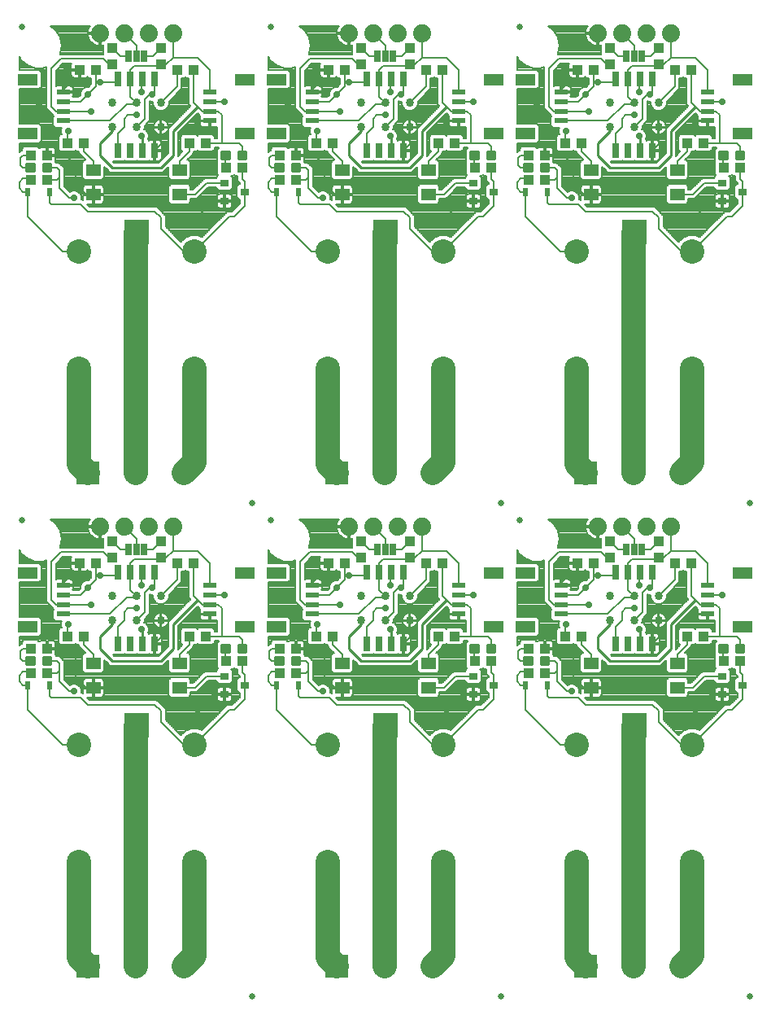
<source format=gtl>
G75*
%MOIN*%
%OFA0B0*%
%FSLAX25Y25*%
%IPPOS*%
%LPD*%
%AMOC8*
5,1,8,0,0,1.08239X$1,22.5*
%
%ADD10R,0.04331X0.03937*%
%ADD11R,0.02480X0.03268*%
%ADD12C,0.01181*%
%ADD13R,0.07874X0.04724*%
%ADD14R,0.05315X0.02362*%
%ADD15R,0.10000X0.10000*%
%ADD16C,0.10000*%
%ADD17R,0.03937X0.04331*%
%ADD18R,0.02500X0.05000*%
%ADD19C,0.03400*%
%ADD20R,0.03543X0.03150*%
%ADD21R,0.09500X0.09500*%
%ADD22C,0.09500*%
%ADD23R,0.03000X0.06000*%
%ADD24R,0.05906X0.05118*%
%ADD25C,0.02500*%
%ADD26C,0.07400*%
%ADD27C,0.00700*%
%ADD28C,0.10000*%
%ADD29C,0.02900*%
%ADD30C,0.01000*%
D10*
X0011713Y0137500D03*
X0018406Y0137500D03*
X0018406Y0147500D03*
X0011713Y0147500D03*
X0026713Y0152500D03*
X0033406Y0152500D03*
X0031713Y0182500D03*
X0038406Y0182500D03*
X0071713Y0182500D03*
X0078406Y0182500D03*
X0076713Y0152500D03*
X0083406Y0152500D03*
X0091713Y0142500D03*
X0098406Y0142500D03*
X0113713Y0137500D03*
X0120406Y0137500D03*
X0120406Y0147500D03*
X0113713Y0147500D03*
X0128713Y0152500D03*
X0135406Y0152500D03*
X0133713Y0182500D03*
X0140406Y0182500D03*
X0173713Y0182500D03*
X0180406Y0182500D03*
X0178713Y0152500D03*
X0185406Y0152500D03*
X0193713Y0142500D03*
X0200406Y0142500D03*
X0215713Y0137500D03*
X0222406Y0137500D03*
X0222406Y0147500D03*
X0215713Y0147500D03*
X0230713Y0152500D03*
X0237406Y0152500D03*
X0235713Y0182500D03*
X0242406Y0182500D03*
X0275713Y0182500D03*
X0282406Y0182500D03*
X0280713Y0152500D03*
X0287406Y0152500D03*
X0295713Y0142500D03*
X0302406Y0142500D03*
X0222406Y0339500D03*
X0215713Y0339500D03*
X0215713Y0349500D03*
X0222406Y0349500D03*
X0230713Y0354500D03*
X0237406Y0354500D03*
X0235713Y0384500D03*
X0242406Y0384500D03*
X0275713Y0384500D03*
X0282406Y0384500D03*
X0280713Y0354500D03*
X0287406Y0354500D03*
X0295713Y0344500D03*
X0302406Y0344500D03*
X0200406Y0344500D03*
X0193713Y0344500D03*
X0185406Y0354500D03*
X0178713Y0354500D03*
X0180406Y0384500D03*
X0173713Y0384500D03*
X0140406Y0384500D03*
X0133713Y0384500D03*
X0135406Y0354500D03*
X0128713Y0354500D03*
X0120406Y0349500D03*
X0113713Y0349500D03*
X0113713Y0339500D03*
X0120406Y0339500D03*
X0098406Y0344500D03*
X0091713Y0344500D03*
X0083406Y0354500D03*
X0076713Y0354500D03*
X0078406Y0384500D03*
X0071713Y0384500D03*
X0038406Y0384500D03*
X0031713Y0384500D03*
X0033406Y0354500D03*
X0026713Y0354500D03*
X0018406Y0349500D03*
X0011713Y0349500D03*
X0011713Y0339500D03*
X0018406Y0339500D03*
D11*
X0019587Y0334500D03*
X0010532Y0334500D03*
X0112532Y0334500D03*
X0121587Y0334500D03*
X0214532Y0334500D03*
X0223587Y0334500D03*
X0223587Y0132500D03*
X0214532Y0132500D03*
X0121587Y0132500D03*
X0112532Y0132500D03*
X0019587Y0132500D03*
X0010532Y0132500D03*
D12*
X0012985Y0141122D02*
X0012985Y0143878D01*
X0012985Y0141122D02*
X0010229Y0141122D01*
X0010229Y0143878D01*
X0012985Y0143878D01*
X0012985Y0142302D02*
X0010229Y0142302D01*
X0010229Y0143482D02*
X0012985Y0143482D01*
X0019890Y0143878D02*
X0019890Y0141122D01*
X0017134Y0141122D01*
X0017134Y0143878D01*
X0019890Y0143878D01*
X0019890Y0142302D02*
X0017134Y0142302D01*
X0017134Y0143482D02*
X0019890Y0143482D01*
X0092985Y0146122D02*
X0092985Y0148878D01*
X0092985Y0146122D02*
X0090229Y0146122D01*
X0090229Y0148878D01*
X0092985Y0148878D01*
X0092985Y0147302D02*
X0090229Y0147302D01*
X0090229Y0148482D02*
X0092985Y0148482D01*
X0099890Y0148878D02*
X0099890Y0146122D01*
X0097134Y0146122D01*
X0097134Y0148878D01*
X0099890Y0148878D01*
X0099890Y0147302D02*
X0097134Y0147302D01*
X0097134Y0148482D02*
X0099890Y0148482D01*
X0114985Y0143878D02*
X0114985Y0141122D01*
X0112229Y0141122D01*
X0112229Y0143878D01*
X0114985Y0143878D01*
X0114985Y0142302D02*
X0112229Y0142302D01*
X0112229Y0143482D02*
X0114985Y0143482D01*
X0121890Y0143878D02*
X0121890Y0141122D01*
X0119134Y0141122D01*
X0119134Y0143878D01*
X0121890Y0143878D01*
X0121890Y0142302D02*
X0119134Y0142302D01*
X0119134Y0143482D02*
X0121890Y0143482D01*
X0194985Y0146122D02*
X0194985Y0148878D01*
X0194985Y0146122D02*
X0192229Y0146122D01*
X0192229Y0148878D01*
X0194985Y0148878D01*
X0194985Y0147302D02*
X0192229Y0147302D01*
X0192229Y0148482D02*
X0194985Y0148482D01*
X0201890Y0148878D02*
X0201890Y0146122D01*
X0199134Y0146122D01*
X0199134Y0148878D01*
X0201890Y0148878D01*
X0201890Y0147302D02*
X0199134Y0147302D01*
X0199134Y0148482D02*
X0201890Y0148482D01*
X0216985Y0143878D02*
X0216985Y0141122D01*
X0214229Y0141122D01*
X0214229Y0143878D01*
X0216985Y0143878D01*
X0216985Y0142302D02*
X0214229Y0142302D01*
X0214229Y0143482D02*
X0216985Y0143482D01*
X0223890Y0143878D02*
X0223890Y0141122D01*
X0221134Y0141122D01*
X0221134Y0143878D01*
X0223890Y0143878D01*
X0223890Y0142302D02*
X0221134Y0142302D01*
X0221134Y0143482D02*
X0223890Y0143482D01*
X0296985Y0146122D02*
X0296985Y0148878D01*
X0296985Y0146122D02*
X0294229Y0146122D01*
X0294229Y0148878D01*
X0296985Y0148878D01*
X0296985Y0147302D02*
X0294229Y0147302D01*
X0294229Y0148482D02*
X0296985Y0148482D01*
X0303890Y0148878D02*
X0303890Y0146122D01*
X0301134Y0146122D01*
X0301134Y0148878D01*
X0303890Y0148878D01*
X0303890Y0147302D02*
X0301134Y0147302D01*
X0301134Y0148482D02*
X0303890Y0148482D01*
X0223890Y0343122D02*
X0223890Y0345878D01*
X0223890Y0343122D02*
X0221134Y0343122D01*
X0221134Y0345878D01*
X0223890Y0345878D01*
X0223890Y0344302D02*
X0221134Y0344302D01*
X0221134Y0345482D02*
X0223890Y0345482D01*
X0216985Y0345878D02*
X0216985Y0343122D01*
X0214229Y0343122D01*
X0214229Y0345878D01*
X0216985Y0345878D01*
X0216985Y0344302D02*
X0214229Y0344302D01*
X0214229Y0345482D02*
X0216985Y0345482D01*
X0201890Y0348122D02*
X0201890Y0350878D01*
X0201890Y0348122D02*
X0199134Y0348122D01*
X0199134Y0350878D01*
X0201890Y0350878D01*
X0201890Y0349302D02*
X0199134Y0349302D01*
X0199134Y0350482D02*
X0201890Y0350482D01*
X0194985Y0350878D02*
X0194985Y0348122D01*
X0192229Y0348122D01*
X0192229Y0350878D01*
X0194985Y0350878D01*
X0194985Y0349302D02*
X0192229Y0349302D01*
X0192229Y0350482D02*
X0194985Y0350482D01*
X0121890Y0345878D02*
X0121890Y0343122D01*
X0119134Y0343122D01*
X0119134Y0345878D01*
X0121890Y0345878D01*
X0121890Y0344302D02*
X0119134Y0344302D01*
X0119134Y0345482D02*
X0121890Y0345482D01*
X0114985Y0345878D02*
X0114985Y0343122D01*
X0112229Y0343122D01*
X0112229Y0345878D01*
X0114985Y0345878D01*
X0114985Y0344302D02*
X0112229Y0344302D01*
X0112229Y0345482D02*
X0114985Y0345482D01*
X0099890Y0348122D02*
X0099890Y0350878D01*
X0099890Y0348122D02*
X0097134Y0348122D01*
X0097134Y0350878D01*
X0099890Y0350878D01*
X0099890Y0349302D02*
X0097134Y0349302D01*
X0097134Y0350482D02*
X0099890Y0350482D01*
X0092985Y0350878D02*
X0092985Y0348122D01*
X0090229Y0348122D01*
X0090229Y0350878D01*
X0092985Y0350878D01*
X0092985Y0349302D02*
X0090229Y0349302D01*
X0090229Y0350482D02*
X0092985Y0350482D01*
X0019890Y0345878D02*
X0019890Y0343122D01*
X0017134Y0343122D01*
X0017134Y0345878D01*
X0019890Y0345878D01*
X0019890Y0344302D02*
X0017134Y0344302D01*
X0017134Y0345482D02*
X0019890Y0345482D01*
X0012985Y0345878D02*
X0012985Y0343122D01*
X0010229Y0343122D01*
X0010229Y0345878D01*
X0012985Y0345878D01*
X0012985Y0344302D02*
X0010229Y0344302D01*
X0010229Y0345482D02*
X0012985Y0345482D01*
X0296985Y0348122D02*
X0296985Y0350878D01*
X0296985Y0348122D02*
X0294229Y0348122D01*
X0294229Y0350878D01*
X0296985Y0350878D01*
X0296985Y0349302D02*
X0294229Y0349302D01*
X0294229Y0350482D02*
X0296985Y0350482D01*
X0303890Y0350878D02*
X0303890Y0348122D01*
X0301134Y0348122D01*
X0301134Y0350878D01*
X0303890Y0350878D01*
X0303890Y0349302D02*
X0301134Y0349302D01*
X0301134Y0350482D02*
X0303890Y0350482D01*
D13*
X0303528Y0358476D03*
X0303528Y0380524D03*
X0214591Y0380524D03*
X0201528Y0380524D03*
X0201528Y0358476D03*
X0214591Y0358476D03*
X0112591Y0358476D03*
X0099528Y0358476D03*
X0099528Y0380524D03*
X0112591Y0380524D03*
X0010591Y0380524D03*
X0010591Y0358476D03*
X0010591Y0178524D03*
X0010591Y0156476D03*
X0099528Y0156476D03*
X0112591Y0156476D03*
X0112591Y0178524D03*
X0099528Y0178524D03*
X0201528Y0178524D03*
X0214591Y0178524D03*
X0214591Y0156476D03*
X0201528Y0156476D03*
X0303528Y0156476D03*
X0303528Y0178524D03*
D14*
X0289059Y0173406D03*
X0289059Y0169469D03*
X0289059Y0165531D03*
X0289059Y0161594D03*
X0229059Y0161594D03*
X0229059Y0165531D03*
X0229059Y0169469D03*
X0229059Y0173406D03*
X0187059Y0173406D03*
X0187059Y0169469D03*
X0187059Y0165531D03*
X0187059Y0161594D03*
X0127059Y0161594D03*
X0127059Y0165531D03*
X0127059Y0169469D03*
X0127059Y0173406D03*
X0085059Y0173406D03*
X0085059Y0169469D03*
X0085059Y0165531D03*
X0085059Y0161594D03*
X0025059Y0161594D03*
X0025059Y0165531D03*
X0025059Y0169469D03*
X0025059Y0173406D03*
X0025059Y0363594D03*
X0025059Y0367531D03*
X0025059Y0371469D03*
X0025059Y0375406D03*
X0085059Y0375406D03*
X0085059Y0371469D03*
X0085059Y0367531D03*
X0085059Y0363594D03*
X0127059Y0363594D03*
X0127059Y0367531D03*
X0127059Y0371469D03*
X0127059Y0375406D03*
X0187059Y0375406D03*
X0187059Y0371469D03*
X0187059Y0367531D03*
X0187059Y0363594D03*
X0229059Y0363594D03*
X0229059Y0367531D03*
X0229059Y0371469D03*
X0229059Y0375406D03*
X0289059Y0375406D03*
X0289059Y0371469D03*
X0289059Y0367531D03*
X0289059Y0363594D03*
D15*
X0259079Y0318043D03*
X0157079Y0318043D03*
X0055079Y0318043D03*
X0055079Y0116043D03*
X0157079Y0116043D03*
X0259079Y0116043D03*
D16*
X0235457Y0108169D03*
X0235457Y0060138D03*
X0282701Y0060138D03*
X0282701Y0108169D03*
X0180701Y0108169D03*
X0180701Y0060138D03*
X0133457Y0060138D03*
X0133457Y0108169D03*
X0078701Y0108169D03*
X0078701Y0060138D03*
X0031457Y0060138D03*
X0031457Y0108169D03*
X0031457Y0262138D03*
X0031457Y0310169D03*
X0078701Y0310169D03*
X0078701Y0262138D03*
X0133457Y0262138D03*
X0133457Y0310169D03*
X0180701Y0310169D03*
X0180701Y0262138D03*
X0235457Y0262138D03*
X0235457Y0310169D03*
X0282701Y0310169D03*
X0282701Y0262138D03*
D17*
X0269059Y0191346D03*
X0269059Y0184654D03*
X0249059Y0184654D03*
X0249059Y0191346D03*
X0167059Y0191346D03*
X0167059Y0184654D03*
X0147059Y0184654D03*
X0147059Y0191346D03*
X0065059Y0191346D03*
X0065059Y0184654D03*
X0045059Y0184654D03*
X0045059Y0191346D03*
X0045059Y0386654D03*
X0045059Y0393346D03*
X0065059Y0393346D03*
X0065059Y0386654D03*
X0147059Y0386654D03*
X0147059Y0393346D03*
X0167059Y0393346D03*
X0167059Y0386654D03*
X0249059Y0386654D03*
X0249059Y0393346D03*
X0269059Y0393346D03*
X0269059Y0386654D03*
D18*
X0262259Y0390000D03*
X0259059Y0390000D03*
X0255859Y0390000D03*
X0160259Y0390000D03*
X0157059Y0390000D03*
X0153859Y0390000D03*
X0058259Y0390000D03*
X0055059Y0390000D03*
X0051859Y0390000D03*
X0051859Y0188000D03*
X0055059Y0188000D03*
X0058259Y0188000D03*
X0153859Y0188000D03*
X0157059Y0188000D03*
X0160259Y0188000D03*
X0255859Y0188000D03*
X0259059Y0188000D03*
X0262259Y0188000D03*
D19*
X0259059Y0169000D03*
X0259059Y0159000D03*
X0269059Y0159000D03*
X0269059Y0169000D03*
X0249059Y0169000D03*
X0249059Y0159000D03*
X0219059Y0167500D03*
X0167059Y0169000D03*
X0157059Y0169000D03*
X0157059Y0159000D03*
X0167059Y0159000D03*
X0147059Y0159000D03*
X0147059Y0169000D03*
X0117059Y0167500D03*
X0065059Y0169000D03*
X0055059Y0169000D03*
X0055059Y0159000D03*
X0065059Y0159000D03*
X0045059Y0159000D03*
X0045059Y0169000D03*
X0015059Y0167500D03*
X0045059Y0361000D03*
X0045059Y0371000D03*
X0055059Y0371000D03*
X0055059Y0361000D03*
X0065059Y0361000D03*
X0065059Y0371000D03*
X0015059Y0369500D03*
X0117059Y0369500D03*
X0147059Y0371000D03*
X0147059Y0361000D03*
X0157059Y0361000D03*
X0157059Y0371000D03*
X0167059Y0371000D03*
X0167059Y0361000D03*
X0219059Y0369500D03*
X0249059Y0371000D03*
X0249059Y0361000D03*
X0259059Y0361000D03*
X0259059Y0371000D03*
X0269059Y0371000D03*
X0269059Y0361000D03*
D20*
X0295122Y0338240D03*
X0295122Y0330760D03*
X0303390Y0334500D03*
X0201390Y0334500D03*
X0193122Y0330760D03*
X0193122Y0338240D03*
X0099390Y0334500D03*
X0091122Y0330760D03*
X0091122Y0338240D03*
X0091122Y0136240D03*
X0091122Y0128760D03*
X0099390Y0132500D03*
X0193122Y0128760D03*
X0193122Y0136240D03*
X0201390Y0132500D03*
X0295122Y0128760D03*
X0295122Y0136240D03*
X0303390Y0132500D03*
D21*
X0239059Y0219500D03*
X0137059Y0219500D03*
X0035059Y0219500D03*
X0035059Y0017500D03*
X0137059Y0017500D03*
X0239059Y0017500D03*
D22*
X0258744Y0017500D03*
X0278429Y0017500D03*
X0176429Y0017500D03*
X0156744Y0017500D03*
X0074429Y0017500D03*
X0054744Y0017500D03*
X0054744Y0219500D03*
X0074429Y0219500D03*
X0156744Y0219500D03*
X0176429Y0219500D03*
X0258744Y0219500D03*
X0278429Y0219500D03*
D23*
X0266559Y0178673D03*
X0261559Y0178673D03*
X0256559Y0178673D03*
X0251559Y0178673D03*
X0251559Y0149500D03*
X0256559Y0149500D03*
X0261559Y0149500D03*
X0266559Y0149500D03*
X0164559Y0149500D03*
X0159559Y0149500D03*
X0154559Y0149500D03*
X0149559Y0149500D03*
X0149559Y0178673D03*
X0154559Y0178673D03*
X0159559Y0178673D03*
X0164559Y0178673D03*
X0062559Y0178673D03*
X0057559Y0178673D03*
X0052559Y0178673D03*
X0047559Y0178673D03*
X0047559Y0149500D03*
X0052559Y0149500D03*
X0057559Y0149500D03*
X0062559Y0149500D03*
X0062559Y0351500D03*
X0057559Y0351500D03*
X0052559Y0351500D03*
X0047559Y0351500D03*
X0047559Y0380673D03*
X0052559Y0380673D03*
X0057559Y0380673D03*
X0062559Y0380673D03*
X0149559Y0380673D03*
X0154559Y0380673D03*
X0159559Y0380673D03*
X0164559Y0380673D03*
X0164559Y0351500D03*
X0159559Y0351500D03*
X0154559Y0351500D03*
X0149559Y0351500D03*
X0251559Y0351500D03*
X0256559Y0351500D03*
X0261559Y0351500D03*
X0266559Y0351500D03*
X0266559Y0380673D03*
X0261559Y0380673D03*
X0256559Y0380673D03*
X0251559Y0380673D03*
D24*
X0241343Y0343500D03*
X0241343Y0333500D03*
X0276776Y0333500D03*
X0276776Y0343500D03*
X0174776Y0343500D03*
X0174776Y0333500D03*
X0139343Y0333500D03*
X0139343Y0343500D03*
X0072776Y0343500D03*
X0072776Y0333500D03*
X0037343Y0333500D03*
X0037343Y0343500D03*
X0037343Y0141500D03*
X0037343Y0131500D03*
X0072776Y0131500D03*
X0072776Y0141500D03*
X0139343Y0141500D03*
X0139343Y0131500D03*
X0174776Y0131500D03*
X0174776Y0141500D03*
X0241343Y0141500D03*
X0241343Y0131500D03*
X0276776Y0131500D03*
X0276776Y0141500D03*
D25*
X0306559Y0207000D03*
X0212059Y0200000D03*
X0204559Y0207000D03*
X0110059Y0200000D03*
X0102559Y0207000D03*
X0008059Y0200000D03*
X0102559Y0005000D03*
X0204559Y0005000D03*
X0306559Y0005000D03*
X0212059Y0402000D03*
X0110059Y0402000D03*
X0008059Y0402000D03*
D26*
X0040059Y0399500D03*
X0050059Y0399500D03*
X0060059Y0399500D03*
X0070059Y0399500D03*
X0142059Y0399500D03*
X0152059Y0399500D03*
X0162059Y0399500D03*
X0172059Y0399500D03*
X0244059Y0399500D03*
X0254059Y0399500D03*
X0264059Y0399500D03*
X0274059Y0399500D03*
X0274059Y0197500D03*
X0264059Y0197500D03*
X0254059Y0197500D03*
X0244059Y0197500D03*
X0172059Y0197500D03*
X0162059Y0197500D03*
X0152059Y0197500D03*
X0142059Y0197500D03*
X0070059Y0197500D03*
X0060059Y0197500D03*
X0050059Y0197500D03*
X0040059Y0197500D03*
D27*
X0039709Y0197385D02*
X0022920Y0197385D01*
X0022517Y0198083D02*
X0035039Y0198083D01*
X0035009Y0197897D02*
X0035009Y0197850D01*
X0039709Y0197850D01*
X0039709Y0197150D01*
X0035009Y0197150D01*
X0035009Y0197103D01*
X0035134Y0196317D01*
X0035379Y0195561D01*
X0035740Y0194853D01*
X0036207Y0194210D01*
X0036769Y0193648D01*
X0037413Y0193181D01*
X0038121Y0192820D01*
X0038877Y0192574D01*
X0039662Y0192450D01*
X0039709Y0192450D01*
X0039709Y0197150D01*
X0040409Y0197150D01*
X0040409Y0192450D01*
X0040457Y0192450D01*
X0041242Y0192574D01*
X0041541Y0192671D01*
X0041541Y0188900D01*
X0023662Y0188900D01*
X0023886Y0189287D01*
X0023886Y0189288D01*
X0024452Y0192500D01*
X0023886Y0195712D01*
X0022255Y0198537D01*
X0022255Y0198537D01*
X0019856Y0200550D01*
X0036033Y0200550D01*
X0035740Y0200147D01*
X0035379Y0199439D01*
X0035134Y0198683D01*
X0035009Y0197897D01*
X0035166Y0198782D02*
X0021964Y0198782D01*
X0021131Y0199480D02*
X0035401Y0199480D01*
X0035763Y0200179D02*
X0020299Y0200179D01*
X0023323Y0196686D02*
X0035075Y0196686D01*
X0035241Y0195988D02*
X0023727Y0195988D01*
X0023886Y0195712D02*
X0023886Y0195712D01*
X0023960Y0195289D02*
X0035518Y0195289D01*
X0035931Y0194591D02*
X0024083Y0194591D01*
X0024207Y0193892D02*
X0036525Y0193892D01*
X0037395Y0193194D02*
X0024330Y0193194D01*
X0024452Y0192500D02*
X0024452Y0192500D01*
X0024451Y0192495D02*
X0039377Y0192495D01*
X0039709Y0192495D02*
X0040409Y0192495D01*
X0040741Y0192495D02*
X0041541Y0192495D01*
X0041541Y0191797D02*
X0024328Y0191797D01*
X0024205Y0191098D02*
X0041541Y0191098D01*
X0041541Y0190400D02*
X0024082Y0190400D01*
X0023958Y0189701D02*
X0041541Y0189701D01*
X0041541Y0189003D02*
X0023721Y0189003D01*
X0024059Y0187000D02*
X0020059Y0183000D01*
X0020059Y0167500D01*
X0022028Y0165531D01*
X0025059Y0165531D01*
X0036528Y0165531D01*
X0036559Y0165500D01*
X0032028Y0169469D02*
X0035059Y0172500D01*
X0038406Y0175846D01*
X0038406Y0177500D01*
X0040059Y0177500D01*
X0046386Y0177500D01*
X0047559Y0178673D01*
X0052559Y0178673D02*
X0052559Y0171500D01*
X0055059Y0169000D01*
X0054559Y0168500D01*
X0051059Y0168500D01*
X0044154Y0161594D01*
X0025059Y0161594D01*
X0024377Y0158863D02*
X0021760Y0158863D01*
X0020852Y0159771D01*
X0020852Y0163418D01*
X0020997Y0163563D01*
X0020852Y0163708D01*
X0020852Y0164020D01*
X0019272Y0165600D01*
X0018159Y0166713D01*
X0018159Y0183785D01*
X0016690Y0183250D01*
X0013428Y0183250D01*
X0010363Y0184366D01*
X0010363Y0184366D01*
X0007864Y0186462D01*
X0007864Y0186462D01*
X0007009Y0187943D01*
X0007009Y0182436D01*
X0015170Y0182436D01*
X0016078Y0181528D01*
X0016078Y0175519D01*
X0015170Y0174611D01*
X0007009Y0174611D01*
X0007009Y0160389D01*
X0015170Y0160389D01*
X0016078Y0159481D01*
X0016078Y0153472D01*
X0015170Y0152564D01*
X0007009Y0152564D01*
X0007009Y0148637D01*
X0007772Y0149400D01*
X0007998Y0149400D01*
X0007998Y0150111D01*
X0008905Y0151018D01*
X0014520Y0151018D01*
X0015201Y0150338D01*
X0015412Y0150549D01*
X0015719Y0150726D01*
X0016063Y0150818D01*
X0018056Y0150818D01*
X0018056Y0147850D01*
X0018756Y0147850D01*
X0021921Y0147850D01*
X0021921Y0149646D01*
X0021829Y0149990D01*
X0021651Y0150297D01*
X0021400Y0150549D01*
X0021092Y0150726D01*
X0020749Y0150818D01*
X0018756Y0150818D01*
X0018756Y0147850D01*
X0018756Y0147150D01*
X0021921Y0147150D01*
X0021921Y0145354D01*
X0021829Y0145010D01*
X0021813Y0144982D01*
X0022031Y0144765D01*
X0022031Y0144400D01*
X0023346Y0144400D01*
X0024459Y0143287D01*
X0025459Y0142287D01*
X0025459Y0134787D01*
X0027781Y0132465D01*
X0027860Y0132543D01*
X0028963Y0133000D01*
X0030156Y0133000D01*
X0031259Y0132543D01*
X0032103Y0131699D01*
X0032559Y0130597D01*
X0032559Y0129403D01*
X0032558Y0129400D01*
X0032846Y0129400D01*
X0033040Y0129206D01*
X0033040Y0131150D01*
X0036993Y0131150D01*
X0037693Y0131150D01*
X0037693Y0131850D01*
X0041646Y0131850D01*
X0041646Y0134237D01*
X0041554Y0134580D01*
X0041376Y0134888D01*
X0041124Y0135139D01*
X0040817Y0135317D01*
X0040473Y0135409D01*
X0037693Y0135409D01*
X0037693Y0131850D01*
X0036993Y0131850D01*
X0036993Y0135409D01*
X0034212Y0135409D01*
X0033869Y0135317D01*
X0033561Y0135139D01*
X0033310Y0134888D01*
X0033132Y0134580D01*
X0033040Y0134237D01*
X0033040Y0131850D01*
X0036993Y0131850D01*
X0036993Y0131150D01*
X0036993Y0127591D01*
X0034655Y0127591D01*
X0035846Y0126400D01*
X0063346Y0126400D01*
X0064459Y0125287D01*
X0066959Y0122787D01*
X0066959Y0118287D01*
X0073257Y0111989D01*
X0074991Y0113722D01*
X0077398Y0114719D01*
X0080004Y0114719D01*
X0081814Y0113969D01*
X0092245Y0124400D01*
X0094272Y0124400D01*
X0097490Y0127618D01*
X0097490Y0129375D01*
X0096976Y0129375D01*
X0096068Y0130283D01*
X0096068Y0134717D01*
X0096976Y0135625D01*
X0097490Y0135625D01*
X0097490Y0136044D01*
X0096506Y0137028D01*
X0096506Y0138981D01*
X0095598Y0138981D01*
X0095059Y0139521D01*
X0094520Y0138981D01*
X0093919Y0138981D01*
X0094444Y0138457D01*
X0094444Y0134023D01*
X0093536Y0133115D01*
X0088709Y0133115D01*
X0087801Y0134023D01*
X0087801Y0134340D01*
X0084586Y0134340D01*
X0079846Y0129600D01*
X0077279Y0129600D01*
X0077279Y0128299D01*
X0076371Y0127391D01*
X0069181Y0127391D01*
X0068273Y0128299D01*
X0068273Y0134701D01*
X0069181Y0135609D01*
X0076371Y0135609D01*
X0077279Y0134701D01*
X0077279Y0133400D01*
X0078272Y0133400D01*
X0081899Y0137027D01*
X0083012Y0138140D01*
X0087801Y0138140D01*
X0087801Y0138457D01*
X0088615Y0139272D01*
X0087998Y0139889D01*
X0087998Y0145111D01*
X0088105Y0145218D01*
X0088088Y0145235D01*
X0088088Y0149765D01*
X0088923Y0150600D01*
X0087121Y0150600D01*
X0087121Y0149889D01*
X0086213Y0148981D01*
X0080598Y0148981D01*
X0080059Y0149521D01*
X0079520Y0148981D01*
X0078613Y0148981D01*
X0078613Y0148367D01*
X0077500Y0147254D01*
X0075855Y0145609D01*
X0076371Y0145609D01*
X0077279Y0144701D01*
X0077279Y0138299D01*
X0076371Y0137391D01*
X0069181Y0137391D01*
X0068273Y0138299D01*
X0068273Y0142815D01*
X0065908Y0140450D01*
X0044210Y0140450D01*
X0043009Y0141651D01*
X0041846Y0142815D01*
X0041846Y0138299D01*
X0040938Y0137391D01*
X0033748Y0137391D01*
X0032840Y0138299D01*
X0032840Y0144701D01*
X0033748Y0145609D01*
X0034263Y0145609D01*
X0031506Y0148367D01*
X0031506Y0148981D01*
X0030598Y0148981D01*
X0030059Y0149521D01*
X0029520Y0148981D01*
X0023905Y0148981D01*
X0022998Y0149889D01*
X0022998Y0155111D01*
X0023905Y0156018D01*
X0024426Y0156018D01*
X0024059Y0156903D01*
X0024059Y0158097D01*
X0024377Y0158863D01*
X0024130Y0158268D02*
X0016078Y0158268D01*
X0016078Y0157570D02*
X0024059Y0157570D01*
X0024073Y0156871D02*
X0016078Y0156871D01*
X0016078Y0156172D02*
X0024362Y0156172D01*
X0023361Y0155474D02*
X0016078Y0155474D01*
X0016078Y0154775D02*
X0022998Y0154775D01*
X0022998Y0154077D02*
X0016078Y0154077D01*
X0015984Y0153378D02*
X0022998Y0153378D01*
X0022998Y0152680D02*
X0015286Y0152680D01*
X0015473Y0150584D02*
X0014954Y0150584D01*
X0018056Y0150584D02*
X0018756Y0150584D01*
X0018756Y0149886D02*
X0018056Y0149886D01*
X0018056Y0149187D02*
X0018756Y0149187D01*
X0018756Y0148489D02*
X0018056Y0148489D01*
X0018756Y0147790D02*
X0032082Y0147790D01*
X0031506Y0148489D02*
X0021921Y0148489D01*
X0021921Y0149187D02*
X0023700Y0149187D01*
X0023001Y0149886D02*
X0021857Y0149886D01*
X0021338Y0150584D02*
X0022998Y0150584D01*
X0022998Y0151283D02*
X0007009Y0151283D01*
X0007009Y0151981D02*
X0022998Y0151981D01*
X0026713Y0152500D02*
X0026713Y0157154D01*
X0027059Y0157500D01*
X0021657Y0158967D02*
X0016078Y0158967D01*
X0015893Y0159665D02*
X0020958Y0159665D01*
X0020852Y0160364D02*
X0015195Y0160364D01*
X0020852Y0161062D02*
X0007009Y0161062D01*
X0007009Y0161761D02*
X0020852Y0161761D01*
X0020852Y0162459D02*
X0007009Y0162459D01*
X0007009Y0163158D02*
X0020852Y0163158D01*
X0020852Y0163856D02*
X0007009Y0163856D01*
X0007009Y0164555D02*
X0020318Y0164555D01*
X0019619Y0165253D02*
X0007009Y0165253D01*
X0007009Y0165952D02*
X0018921Y0165952D01*
X0018222Y0166650D02*
X0007009Y0166650D01*
X0007009Y0167349D02*
X0018159Y0167349D01*
X0018159Y0168047D02*
X0007009Y0168047D01*
X0007009Y0168746D02*
X0018159Y0168746D01*
X0018159Y0169444D02*
X0007009Y0169444D01*
X0007009Y0170143D02*
X0018159Y0170143D01*
X0018159Y0170841D02*
X0007009Y0170841D01*
X0007009Y0171540D02*
X0018159Y0171540D01*
X0018159Y0172238D02*
X0007009Y0172238D01*
X0007009Y0172937D02*
X0018159Y0172937D01*
X0018159Y0173635D02*
X0007009Y0173635D01*
X0007009Y0174334D02*
X0018159Y0174334D01*
X0018159Y0175032D02*
X0015591Y0175032D01*
X0016078Y0175731D02*
X0018159Y0175731D01*
X0018159Y0176429D02*
X0016078Y0176429D01*
X0016078Y0177128D02*
X0018159Y0177128D01*
X0018159Y0177826D02*
X0016078Y0177826D01*
X0016078Y0178525D02*
X0018159Y0178525D01*
X0018159Y0179223D02*
X0016078Y0179223D01*
X0016078Y0179922D02*
X0018159Y0179922D01*
X0018159Y0180620D02*
X0016078Y0180620D01*
X0016078Y0181319D02*
X0018159Y0181319D01*
X0018159Y0182017D02*
X0015588Y0182017D01*
X0017142Y0183414D02*
X0018159Y0183414D01*
X0018159Y0182716D02*
X0007009Y0182716D01*
X0007009Y0183414D02*
X0012977Y0183414D01*
X0011057Y0184113D02*
X0007009Y0184113D01*
X0007009Y0184811D02*
X0009832Y0184811D01*
X0008999Y0185510D02*
X0007009Y0185510D01*
X0007009Y0186208D02*
X0008167Y0186208D01*
X0007607Y0186907D02*
X0007009Y0186907D01*
X0007009Y0187605D02*
X0007204Y0187605D01*
X0021959Y0182213D02*
X0021959Y0175866D01*
X0022224Y0175937D01*
X0024819Y0175937D01*
X0024819Y0173646D01*
X0025300Y0173646D01*
X0029067Y0173646D01*
X0029067Y0174764D01*
X0028975Y0175108D01*
X0028797Y0175416D01*
X0028546Y0175667D01*
X0028238Y0175845D01*
X0027895Y0175937D01*
X0025300Y0175937D01*
X0025300Y0173646D01*
X0025300Y0173165D01*
X0029067Y0173165D01*
X0029067Y0172047D01*
X0028975Y0171703D01*
X0028931Y0171627D01*
X0029190Y0171368D01*
X0031241Y0171368D01*
X0032059Y0172187D01*
X0032059Y0173097D01*
X0032516Y0174199D01*
X0033360Y0175043D01*
X0034463Y0175500D01*
X0035372Y0175500D01*
X0036506Y0176633D01*
X0036506Y0178981D01*
X0035598Y0178981D01*
X0034918Y0179662D01*
X0034707Y0179451D01*
X0034399Y0179273D01*
X0034056Y0179181D01*
X0032063Y0179181D01*
X0032063Y0182150D01*
X0031363Y0182150D01*
X0031363Y0179181D01*
X0029370Y0179181D01*
X0029026Y0179273D01*
X0028719Y0179451D01*
X0028467Y0179703D01*
X0028290Y0180010D01*
X0028198Y0180354D01*
X0028198Y0182150D01*
X0031363Y0182150D01*
X0031363Y0182850D01*
X0028198Y0182850D01*
X0028198Y0184646D01*
X0028290Y0184990D01*
X0028353Y0185100D01*
X0024846Y0185100D01*
X0021959Y0182213D01*
X0021959Y0182017D02*
X0028198Y0182017D01*
X0028198Y0181319D02*
X0021959Y0181319D01*
X0021959Y0180620D02*
X0028198Y0180620D01*
X0028341Y0179922D02*
X0021959Y0179922D01*
X0021959Y0179223D02*
X0029214Y0179223D01*
X0031363Y0179223D02*
X0032063Y0179223D01*
X0032059Y0179500D02*
X0029059Y0176500D01*
X0027059Y0176500D01*
X0025059Y0174500D01*
X0025059Y0173406D01*
X0025300Y0173635D02*
X0032282Y0173635D01*
X0032059Y0172937D02*
X0029067Y0172937D01*
X0029067Y0172238D02*
X0032059Y0172238D01*
X0031412Y0171540D02*
X0029019Y0171540D01*
X0029067Y0174334D02*
X0032650Y0174334D01*
X0033349Y0175032D02*
X0028995Y0175032D01*
X0028435Y0175731D02*
X0035603Y0175731D01*
X0036302Y0176429D02*
X0021959Y0176429D01*
X0021959Y0177128D02*
X0036506Y0177128D01*
X0036506Y0177826D02*
X0021959Y0177826D01*
X0021959Y0178525D02*
X0036506Y0178525D01*
X0035357Y0179223D02*
X0034212Y0179223D01*
X0032059Y0179500D02*
X0032059Y0182154D01*
X0031713Y0182500D01*
X0026559Y0182500D01*
X0028198Y0183414D02*
X0023161Y0183414D01*
X0022462Y0182716D02*
X0031363Y0182716D01*
X0031363Y0182017D02*
X0032063Y0182017D01*
X0032063Y0181319D02*
X0031363Y0181319D01*
X0031363Y0180620D02*
X0032063Y0180620D01*
X0032063Y0179922D02*
X0031363Y0179922D01*
X0028198Y0184113D02*
X0023859Y0184113D01*
X0024558Y0184811D02*
X0028242Y0184811D01*
X0024059Y0187000D02*
X0041559Y0187000D01*
X0043906Y0184654D01*
X0045059Y0184654D01*
X0048406Y0188000D02*
X0045059Y0191346D01*
X0048406Y0188000D02*
X0051859Y0188000D01*
X0055059Y0188000D02*
X0055059Y0192500D01*
X0050059Y0197500D01*
X0040409Y0196686D02*
X0039709Y0196686D01*
X0039709Y0195988D02*
X0040409Y0195988D01*
X0040409Y0195289D02*
X0039709Y0195289D01*
X0039709Y0194591D02*
X0040409Y0194591D01*
X0040409Y0193892D02*
X0039709Y0193892D01*
X0039709Y0193194D02*
X0040409Y0193194D01*
X0038406Y0182500D02*
X0038406Y0177500D01*
X0032028Y0169469D02*
X0025059Y0169469D01*
X0024819Y0174334D02*
X0025300Y0174334D01*
X0025300Y0175032D02*
X0024819Y0175032D01*
X0024819Y0175731D02*
X0025300Y0175731D01*
X0033406Y0152500D02*
X0033406Y0149154D01*
X0037343Y0145217D01*
X0037343Y0141500D01*
X0041846Y0141504D02*
X0043156Y0141504D01*
X0042458Y0142202D02*
X0041846Y0142202D01*
X0041846Y0140805D02*
X0043855Y0140805D01*
X0041846Y0140107D02*
X0068273Y0140107D01*
X0068273Y0140805D02*
X0066264Y0140805D01*
X0066962Y0141504D02*
X0068273Y0141504D01*
X0068273Y0142202D02*
X0067661Y0142202D01*
X0068273Y0139408D02*
X0041846Y0139408D01*
X0041846Y0138710D02*
X0068273Y0138710D01*
X0068561Y0138011D02*
X0041558Y0138011D01*
X0040990Y0135217D02*
X0068789Y0135217D01*
X0068273Y0134519D02*
X0041570Y0134519D01*
X0041646Y0133820D02*
X0068273Y0133820D01*
X0068273Y0133122D02*
X0041646Y0133122D01*
X0041646Y0132423D02*
X0068273Y0132423D01*
X0068273Y0131725D02*
X0037693Y0131725D01*
X0037343Y0131500D02*
X0034559Y0131500D01*
X0030059Y0136000D01*
X0030059Y0143500D01*
X0026059Y0147500D01*
X0018406Y0147500D01*
X0021921Y0147092D02*
X0032780Y0147092D01*
X0033479Y0146393D02*
X0021921Y0146393D01*
X0021921Y0145695D02*
X0034177Y0145695D01*
X0033135Y0144996D02*
X0021821Y0144996D01*
X0023449Y0144298D02*
X0032840Y0144298D01*
X0032840Y0143599D02*
X0024147Y0143599D01*
X0024846Y0142901D02*
X0032840Y0142901D01*
X0032840Y0142202D02*
X0025459Y0142202D01*
X0025459Y0141504D02*
X0032840Y0141504D01*
X0032840Y0140805D02*
X0025459Y0140805D01*
X0025459Y0140107D02*
X0032840Y0140107D01*
X0032840Y0139408D02*
X0025459Y0139408D01*
X0025459Y0138710D02*
X0032840Y0138710D01*
X0033128Y0138011D02*
X0025459Y0138011D01*
X0025459Y0137313D02*
X0082185Y0137313D01*
X0082884Y0138011D02*
X0076991Y0138011D01*
X0077279Y0138710D02*
X0088053Y0138710D01*
X0088479Y0139408D02*
X0077279Y0139408D01*
X0077279Y0140107D02*
X0087998Y0140107D01*
X0087998Y0140805D02*
X0077279Y0140805D01*
X0077279Y0141504D02*
X0087998Y0141504D01*
X0087998Y0142202D02*
X0077279Y0142202D01*
X0077279Y0142901D02*
X0087998Y0142901D01*
X0087998Y0143599D02*
X0077279Y0143599D01*
X0077279Y0144298D02*
X0087998Y0144298D01*
X0087998Y0144996D02*
X0076983Y0144996D01*
X0075941Y0145695D02*
X0088088Y0145695D01*
X0088088Y0146393D02*
X0076640Y0146393D01*
X0077338Y0147092D02*
X0088088Y0147092D01*
X0088088Y0147790D02*
X0078037Y0147790D01*
X0078613Y0148489D02*
X0088088Y0148489D01*
X0088088Y0149187D02*
X0086419Y0149187D01*
X0087118Y0149886D02*
X0088209Y0149886D01*
X0088908Y0150584D02*
X0087121Y0150584D01*
X0090059Y0152500D02*
X0083406Y0152500D01*
X0087121Y0154400D02*
X0087121Y0155111D01*
X0086213Y0156018D01*
X0080598Y0156018D01*
X0080059Y0155479D01*
X0079520Y0156018D01*
X0073905Y0156018D01*
X0072998Y0155111D01*
X0072998Y0149889D01*
X0073880Y0149007D01*
X0072109Y0147237D01*
X0072109Y0156651D01*
X0080165Y0164707D01*
X0080852Y0164020D01*
X0080852Y0163708D01*
X0081188Y0163373D01*
X0081144Y0163297D01*
X0081052Y0162953D01*
X0081052Y0161835D01*
X0084819Y0161835D01*
X0084819Y0161354D01*
X0085300Y0161354D01*
X0085300Y0159063D01*
X0087895Y0159063D01*
X0088159Y0159134D01*
X0088159Y0154400D01*
X0087121Y0154400D01*
X0087121Y0154775D02*
X0088159Y0154775D01*
X0088159Y0155474D02*
X0086758Y0155474D01*
X0088159Y0156172D02*
X0072109Y0156172D01*
X0072109Y0155474D02*
X0073361Y0155474D01*
X0072998Y0154775D02*
X0072109Y0154775D01*
X0072109Y0154077D02*
X0072998Y0154077D01*
X0072998Y0153378D02*
X0072109Y0153378D01*
X0072109Y0152680D02*
X0072998Y0152680D01*
X0072998Y0151981D02*
X0072109Y0151981D01*
X0072109Y0151283D02*
X0072998Y0151283D01*
X0072998Y0150584D02*
X0072109Y0150584D01*
X0072109Y0149886D02*
X0073001Y0149886D01*
X0073700Y0149187D02*
X0072109Y0149187D01*
X0072109Y0148489D02*
X0073361Y0148489D01*
X0072663Y0147790D02*
X0072109Y0147790D01*
X0072776Y0145217D02*
X0076713Y0149154D01*
X0076713Y0152500D01*
X0079726Y0149187D02*
X0080393Y0149187D01*
X0072776Y0145217D02*
X0072776Y0141500D01*
X0076763Y0135217D02*
X0080089Y0135217D01*
X0079391Y0134519D02*
X0077279Y0134519D01*
X0077279Y0133820D02*
X0078692Y0133820D01*
X0079059Y0131500D02*
X0083799Y0136240D01*
X0091122Y0136240D01*
X0094444Y0135916D02*
X0097490Y0135916D01*
X0096920Y0136614D02*
X0094444Y0136614D01*
X0094444Y0137313D02*
X0096506Y0137313D01*
X0096506Y0138011D02*
X0094444Y0138011D01*
X0094191Y0138710D02*
X0096506Y0138710D01*
X0095172Y0139408D02*
X0094947Y0139408D01*
X0098406Y0137815D02*
X0099390Y0136831D01*
X0099390Y0132500D01*
X0099390Y0126831D01*
X0095059Y0122500D01*
X0093032Y0122500D01*
X0078701Y0108169D01*
X0074390Y0108169D01*
X0065059Y0117500D01*
X0065059Y0122000D01*
X0062559Y0124500D01*
X0035059Y0124500D01*
X0032059Y0127500D01*
X0020059Y0127500D01*
X0019587Y0127972D01*
X0019587Y0132500D01*
X0023559Y0134000D02*
X0023559Y0138500D01*
X0023559Y0141500D01*
X0022559Y0142500D01*
X0018512Y0142500D01*
X0018406Y0137500D02*
X0022559Y0137500D01*
X0023559Y0138500D01*
X0025459Y0136614D02*
X0081487Y0136614D01*
X0080788Y0135916D02*
X0025459Y0135916D01*
X0025459Y0135217D02*
X0033696Y0135217D01*
X0033116Y0134519D02*
X0025728Y0134519D01*
X0026426Y0133820D02*
X0033040Y0133820D01*
X0033040Y0133122D02*
X0027125Y0133122D01*
X0027559Y0130000D02*
X0023559Y0134000D01*
X0027559Y0130000D02*
X0029559Y0130000D01*
X0032381Y0131026D02*
X0033040Y0131026D01*
X0033040Y0130328D02*
X0032559Y0130328D01*
X0032559Y0129629D02*
X0033040Y0129629D01*
X0032077Y0131725D02*
X0036993Y0131725D01*
X0036993Y0132423D02*
X0037693Y0132423D01*
X0037693Y0133122D02*
X0036993Y0133122D01*
X0036993Y0133820D02*
X0037693Y0133820D01*
X0037693Y0134519D02*
X0036993Y0134519D01*
X0036993Y0135217D02*
X0037693Y0135217D01*
X0037693Y0131150D02*
X0041646Y0131150D01*
X0041646Y0128763D01*
X0041554Y0128420D01*
X0041376Y0128112D01*
X0041124Y0127861D01*
X0040817Y0127683D01*
X0040473Y0127591D01*
X0037693Y0127591D01*
X0037693Y0131150D01*
X0037693Y0131026D02*
X0036993Y0131026D01*
X0036993Y0130328D02*
X0037693Y0130328D01*
X0037693Y0129629D02*
X0036993Y0129629D01*
X0036993Y0128931D02*
X0037693Y0128931D01*
X0037693Y0128232D02*
X0036993Y0128232D01*
X0035411Y0126835D02*
X0088047Y0126835D01*
X0088093Y0126664D02*
X0088270Y0126356D01*
X0088522Y0126105D01*
X0088830Y0125927D01*
X0089173Y0125835D01*
X0090772Y0125835D01*
X0090772Y0128410D01*
X0088001Y0128410D01*
X0088001Y0127007D01*
X0088093Y0126664D01*
X0088490Y0126137D02*
X0063610Y0126137D01*
X0064308Y0125438D02*
X0095310Y0125438D01*
X0094612Y0124739D02*
X0065007Y0124739D01*
X0065705Y0124041D02*
X0091886Y0124041D01*
X0091187Y0123342D02*
X0066404Y0123342D01*
X0066959Y0122644D02*
X0090489Y0122644D01*
X0089790Y0121945D02*
X0066959Y0121945D01*
X0066959Y0121247D02*
X0089092Y0121247D01*
X0088393Y0120548D02*
X0066959Y0120548D01*
X0066959Y0119850D02*
X0087695Y0119850D01*
X0086996Y0119151D02*
X0066959Y0119151D01*
X0066959Y0118453D02*
X0086298Y0118453D01*
X0085599Y0117754D02*
X0067492Y0117754D01*
X0068190Y0117056D02*
X0084901Y0117056D01*
X0084202Y0116357D02*
X0068889Y0116357D01*
X0069587Y0115659D02*
X0083504Y0115659D01*
X0082805Y0114960D02*
X0070286Y0114960D01*
X0070984Y0114262D02*
X0076294Y0114262D01*
X0074832Y0113563D02*
X0071683Y0113563D01*
X0072382Y0112865D02*
X0074133Y0112865D01*
X0073435Y0112166D02*
X0073080Y0112166D01*
X0081108Y0114262D02*
X0082107Y0114262D01*
X0080059Y0122500D02*
X0086319Y0128760D01*
X0091122Y0128760D01*
X0090772Y0128931D02*
X0077279Y0128931D01*
X0077212Y0128232D02*
X0088001Y0128232D01*
X0088001Y0127534D02*
X0076513Y0127534D01*
X0079875Y0129629D02*
X0088001Y0129629D01*
X0088001Y0129110D02*
X0090772Y0129110D01*
X0090772Y0128410D01*
X0091472Y0128410D01*
X0091472Y0125835D01*
X0093072Y0125835D01*
X0093415Y0125927D01*
X0093723Y0126105D01*
X0093974Y0126356D01*
X0094152Y0126664D01*
X0094244Y0127007D01*
X0094244Y0128410D01*
X0091472Y0128410D01*
X0091472Y0129110D01*
X0090772Y0129110D01*
X0090772Y0131685D01*
X0089173Y0131685D01*
X0088830Y0131593D01*
X0088522Y0131415D01*
X0088270Y0131164D01*
X0088093Y0130856D01*
X0088001Y0130512D01*
X0088001Y0129110D01*
X0088001Y0130328D02*
X0080574Y0130328D01*
X0081272Y0131026D02*
X0088191Y0131026D01*
X0088702Y0133122D02*
X0083368Y0133122D01*
X0084066Y0133820D02*
X0088004Y0133820D01*
X0090772Y0131026D02*
X0091472Y0131026D01*
X0091472Y0131685D02*
X0091472Y0129110D01*
X0094244Y0129110D01*
X0094244Y0130512D01*
X0094152Y0130856D01*
X0093974Y0131164D01*
X0093723Y0131415D01*
X0093415Y0131593D01*
X0093072Y0131685D01*
X0091472Y0131685D01*
X0091472Y0130328D02*
X0090772Y0130328D01*
X0090772Y0129629D02*
X0091472Y0129629D01*
X0091472Y0128931D02*
X0097490Y0128931D01*
X0097490Y0128232D02*
X0094244Y0128232D01*
X0094244Y0127534D02*
X0097406Y0127534D01*
X0096707Y0126835D02*
X0094198Y0126835D01*
X0093755Y0126137D02*
X0096009Y0126137D01*
X0096722Y0129629D02*
X0094244Y0129629D01*
X0094244Y0130328D02*
X0096068Y0130328D01*
X0096068Y0131026D02*
X0094054Y0131026D01*
X0096068Y0131725D02*
X0081971Y0131725D01*
X0082669Y0132423D02*
X0096068Y0132423D01*
X0096068Y0133122D02*
X0093542Y0133122D01*
X0094241Y0133820D02*
X0096068Y0133820D01*
X0096068Y0134519D02*
X0094444Y0134519D01*
X0094444Y0135217D02*
X0096569Y0135217D01*
X0098406Y0137815D02*
X0098406Y0142500D01*
X0098512Y0147500D02*
X0098512Y0151047D01*
X0097059Y0152500D01*
X0090059Y0152500D01*
X0090059Y0164000D01*
X0088528Y0165531D01*
X0085059Y0165531D01*
X0082028Y0165531D01*
X0080059Y0167500D01*
X0078406Y0169154D01*
X0078406Y0182500D01*
X0076506Y0178981D02*
X0076506Y0168367D01*
X0077266Y0167606D01*
X0068047Y0158387D01*
X0068109Y0158700D01*
X0068109Y0158850D01*
X0065209Y0158850D01*
X0065209Y0155950D01*
X0065360Y0155950D01*
X0065949Y0156067D01*
X0066504Y0156297D01*
X0067004Y0156631D01*
X0067428Y0157056D01*
X0067762Y0157555D01*
X0067992Y0158110D01*
X0068009Y0158197D01*
X0068009Y0148349D01*
X0064210Y0144550D01*
X0045908Y0144550D01*
X0045508Y0144950D01*
X0049701Y0144950D01*
X0050059Y0145308D01*
X0050417Y0144950D01*
X0054701Y0144950D01*
X0055059Y0145308D01*
X0055417Y0144950D01*
X0059701Y0144950D01*
X0060201Y0145449D01*
X0060230Y0145420D01*
X0060538Y0145242D01*
X0060882Y0145150D01*
X0062209Y0145150D01*
X0062209Y0149150D01*
X0062909Y0149150D01*
X0062909Y0145150D01*
X0064237Y0145150D01*
X0064580Y0145242D01*
X0064888Y0145420D01*
X0065140Y0145671D01*
X0065317Y0145979D01*
X0065409Y0146322D01*
X0065409Y0149150D01*
X0062909Y0149150D01*
X0062909Y0149850D01*
X0062209Y0149850D01*
X0062209Y0153850D01*
X0060882Y0153850D01*
X0060538Y0153758D01*
X0060230Y0153580D01*
X0060201Y0153551D01*
X0059705Y0154047D01*
X0060059Y0154903D01*
X0060059Y0156097D01*
X0059603Y0157199D01*
X0058759Y0158043D01*
X0058265Y0158248D01*
X0058309Y0158354D01*
X0058309Y0159563D01*
X0059346Y0160600D01*
X0060459Y0161713D01*
X0060459Y0169708D01*
X0060963Y0169500D01*
X0061809Y0169500D01*
X0061809Y0168354D01*
X0062304Y0167159D01*
X0063218Y0166245D01*
X0064413Y0165750D01*
X0065706Y0165750D01*
X0066900Y0166245D01*
X0067815Y0167159D01*
X0068309Y0168354D01*
X0068309Y0169563D01*
X0072500Y0173754D01*
X0073613Y0174867D01*
X0073613Y0178981D01*
X0074520Y0178981D01*
X0075059Y0179521D01*
X0075598Y0178981D01*
X0076506Y0178981D01*
X0076506Y0178525D02*
X0073613Y0178525D01*
X0073613Y0177826D02*
X0076506Y0177826D01*
X0076506Y0177128D02*
X0073613Y0177128D01*
X0073613Y0176429D02*
X0076506Y0176429D01*
X0076506Y0175731D02*
X0073613Y0175731D01*
X0073613Y0175032D02*
X0076506Y0175032D01*
X0076506Y0174334D02*
X0073080Y0174334D01*
X0072500Y0173754D02*
X0072500Y0173754D01*
X0072382Y0173635D02*
X0076506Y0173635D01*
X0076506Y0172937D02*
X0071683Y0172937D01*
X0070985Y0172238D02*
X0076506Y0172238D01*
X0076506Y0171540D02*
X0070286Y0171540D01*
X0069588Y0170841D02*
X0076506Y0170841D01*
X0076506Y0170143D02*
X0068889Y0170143D01*
X0068309Y0169444D02*
X0076506Y0169444D01*
X0076506Y0168746D02*
X0068309Y0168746D01*
X0068182Y0168047D02*
X0076825Y0168047D01*
X0077009Y0167349D02*
X0067893Y0167349D01*
X0067306Y0166650D02*
X0076310Y0166650D01*
X0075612Y0165952D02*
X0066193Y0165952D01*
X0063926Y0165952D02*
X0060459Y0165952D01*
X0060459Y0166650D02*
X0062813Y0166650D01*
X0062226Y0167349D02*
X0060459Y0167349D01*
X0060459Y0168047D02*
X0061936Y0168047D01*
X0061809Y0168746D02*
X0060459Y0168746D01*
X0060459Y0169444D02*
X0061809Y0169444D01*
X0061559Y0172500D02*
X0060559Y0172500D01*
X0058559Y0170500D01*
X0058559Y0162500D01*
X0055059Y0159000D01*
X0058309Y0158967D02*
X0064909Y0158967D01*
X0064909Y0158850D02*
X0062009Y0158850D01*
X0062009Y0158700D01*
X0062127Y0158110D01*
X0062356Y0157555D01*
X0062690Y0157056D01*
X0063115Y0156631D01*
X0063615Y0156297D01*
X0064170Y0156067D01*
X0064759Y0155950D01*
X0064909Y0155950D01*
X0064909Y0158850D01*
X0064909Y0159150D01*
X0062009Y0159150D01*
X0062009Y0159300D01*
X0062127Y0159890D01*
X0062356Y0160445D01*
X0062690Y0160944D01*
X0063115Y0161369D01*
X0063615Y0161703D01*
X0064170Y0161933D01*
X0064759Y0162050D01*
X0064909Y0162050D01*
X0064909Y0159150D01*
X0065209Y0159150D01*
X0065209Y0162050D01*
X0065360Y0162050D01*
X0065949Y0161933D01*
X0066504Y0161703D01*
X0067004Y0161369D01*
X0067428Y0160944D01*
X0067762Y0160445D01*
X0067992Y0159890D01*
X0068109Y0159300D01*
X0068109Y0159150D01*
X0065209Y0159150D01*
X0065209Y0158850D01*
X0064909Y0158850D01*
X0065059Y0159000D02*
X0065059Y0152000D01*
X0062559Y0149500D01*
X0062909Y0149187D02*
X0068009Y0149187D01*
X0068009Y0148489D02*
X0065409Y0148489D01*
X0065409Y0147790D02*
X0067451Y0147790D01*
X0066752Y0147092D02*
X0065409Y0147092D01*
X0065409Y0146393D02*
X0066054Y0146393D01*
X0065355Y0145695D02*
X0065153Y0145695D01*
X0064656Y0144996D02*
X0059748Y0144996D01*
X0062209Y0145695D02*
X0062909Y0145695D01*
X0062909Y0146393D02*
X0062209Y0146393D01*
X0062209Y0147092D02*
X0062909Y0147092D01*
X0062909Y0147790D02*
X0062209Y0147790D01*
X0062209Y0148489D02*
X0062909Y0148489D01*
X0062909Y0149850D02*
X0065409Y0149850D01*
X0065409Y0152678D01*
X0065317Y0153021D01*
X0065140Y0153329D01*
X0064888Y0153580D01*
X0064580Y0153758D01*
X0064237Y0153850D01*
X0062909Y0153850D01*
X0062909Y0149850D01*
X0062909Y0149886D02*
X0062209Y0149886D01*
X0062209Y0150584D02*
X0062909Y0150584D01*
X0062909Y0151283D02*
X0062209Y0151283D01*
X0062209Y0151981D02*
X0062909Y0151981D01*
X0062909Y0152680D02*
X0062209Y0152680D01*
X0062209Y0153378D02*
X0062909Y0153378D01*
X0065090Y0153378D02*
X0068009Y0153378D01*
X0068009Y0152680D02*
X0065409Y0152680D01*
X0065409Y0151981D02*
X0068009Y0151981D01*
X0068009Y0151283D02*
X0065409Y0151283D01*
X0065409Y0150584D02*
X0068009Y0150584D01*
X0068009Y0149886D02*
X0065409Y0149886D01*
X0068009Y0154077D02*
X0059717Y0154077D01*
X0060006Y0154775D02*
X0068009Y0154775D01*
X0068009Y0155474D02*
X0060059Y0155474D01*
X0060028Y0156172D02*
X0063915Y0156172D01*
X0064909Y0156172D02*
X0065209Y0156172D01*
X0065209Y0156871D02*
X0064909Y0156871D01*
X0064909Y0157570D02*
X0065209Y0157570D01*
X0065209Y0158268D02*
X0064909Y0158268D01*
X0065209Y0158967D02*
X0068627Y0158967D01*
X0068037Y0159665D02*
X0069325Y0159665D01*
X0070024Y0160364D02*
X0067796Y0160364D01*
X0067311Y0161062D02*
X0070722Y0161062D01*
X0071421Y0161761D02*
X0066365Y0161761D01*
X0065209Y0161761D02*
X0064909Y0161761D01*
X0064909Y0161062D02*
X0065209Y0161062D01*
X0065209Y0160364D02*
X0064909Y0160364D01*
X0064909Y0159665D02*
X0065209Y0159665D01*
X0063754Y0161761D02*
X0060459Y0161761D01*
X0060459Y0162459D02*
X0072119Y0162459D01*
X0072818Y0163158D02*
X0060459Y0163158D01*
X0060459Y0163856D02*
X0073516Y0163856D01*
X0074215Y0164555D02*
X0060459Y0164555D01*
X0060459Y0165253D02*
X0074913Y0165253D01*
X0077918Y0162459D02*
X0081052Y0162459D01*
X0081107Y0163158D02*
X0078616Y0163158D01*
X0079315Y0163856D02*
X0080852Y0163856D01*
X0080318Y0164555D02*
X0080013Y0164555D01*
X0081154Y0161594D02*
X0080059Y0160500D01*
X0081052Y0160364D02*
X0075822Y0160364D01*
X0076521Y0161062D02*
X0081052Y0161062D01*
X0081052Y0161354D02*
X0081052Y0160236D01*
X0081144Y0159892D01*
X0081322Y0159584D01*
X0081573Y0159333D01*
X0081881Y0159155D01*
X0082224Y0159063D01*
X0084819Y0159063D01*
X0084819Y0161354D01*
X0081052Y0161354D01*
X0081154Y0161594D02*
X0085059Y0161594D01*
X0084819Y0161761D02*
X0077219Y0161761D01*
X0075123Y0159665D02*
X0081275Y0159665D01*
X0084819Y0159665D02*
X0085300Y0159665D01*
X0085300Y0160364D02*
X0084819Y0160364D01*
X0084819Y0161062D02*
X0085300Y0161062D01*
X0088159Y0158967D02*
X0074425Y0158967D01*
X0073726Y0158268D02*
X0088159Y0158268D01*
X0088159Y0157570D02*
X0073028Y0157570D01*
X0072329Y0156871D02*
X0088159Y0156871D01*
X0091059Y0169500D02*
X0083122Y0169500D01*
X0083091Y0169469D01*
X0085059Y0173406D02*
X0085059Y0182500D01*
X0080059Y0187500D01*
X0070059Y0187500D01*
X0070059Y0197500D01*
X0065059Y0191346D02*
X0061713Y0188000D01*
X0058259Y0188000D01*
X0054213Y0184154D02*
X0052559Y0182500D01*
X0052559Y0178673D01*
X0057059Y0178173D02*
X0057059Y0173500D01*
X0061559Y0172500D02*
X0062559Y0173500D01*
X0062559Y0178673D01*
X0057559Y0178673D02*
X0057059Y0178173D01*
X0054213Y0184154D02*
X0064559Y0184154D01*
X0065059Y0184654D01*
X0067213Y0184654D01*
X0070059Y0187500D01*
X0071713Y0182500D02*
X0071713Y0175654D01*
X0065059Y0169000D01*
X0062808Y0161062D02*
X0059808Y0161062D01*
X0059110Y0160364D02*
X0062323Y0160364D01*
X0062082Y0159665D02*
X0058411Y0159665D01*
X0058274Y0158268D02*
X0062095Y0158268D01*
X0062351Y0157570D02*
X0059232Y0157570D01*
X0059739Y0156871D02*
X0062875Y0156871D01*
X0066203Y0156172D02*
X0068009Y0156172D01*
X0068009Y0156871D02*
X0067244Y0156871D01*
X0067768Y0157570D02*
X0068009Y0157570D01*
X0055059Y0164000D02*
X0051559Y0164000D01*
X0050059Y0162500D01*
X0050059Y0159000D01*
X0047559Y0156500D01*
X0047559Y0149500D01*
X0049748Y0144996D02*
X0050371Y0144996D01*
X0054748Y0144996D02*
X0055371Y0144996D01*
X0068273Y0131026D02*
X0041646Y0131026D01*
X0041646Y0130328D02*
X0068273Y0130328D01*
X0068273Y0129629D02*
X0041646Y0129629D01*
X0041646Y0128931D02*
X0068273Y0128931D01*
X0068340Y0128232D02*
X0041445Y0128232D01*
X0034713Y0127534D02*
X0069038Y0127534D01*
X0072776Y0131500D02*
X0079059Y0131500D01*
X0090772Y0128232D02*
X0091472Y0128232D01*
X0091472Y0127534D02*
X0090772Y0127534D01*
X0090772Y0126835D02*
X0091472Y0126835D01*
X0091472Y0126137D02*
X0090772Y0126137D01*
X0091713Y0142500D02*
X0091607Y0142606D01*
X0091607Y0147500D01*
X0109009Y0148637D02*
X0109009Y0152564D01*
X0117170Y0152564D01*
X0118078Y0153472D01*
X0118078Y0159481D01*
X0117170Y0160389D01*
X0109009Y0160389D01*
X0109009Y0174611D01*
X0117170Y0174611D01*
X0118078Y0175519D01*
X0118078Y0181528D01*
X0117170Y0182436D01*
X0109009Y0182436D01*
X0109009Y0187943D01*
X0109864Y0186462D01*
X0112363Y0184366D01*
X0115428Y0183250D01*
X0118690Y0183250D01*
X0120159Y0183785D01*
X0120159Y0166713D01*
X0121272Y0165600D01*
X0121272Y0165600D01*
X0122128Y0164745D01*
X0122128Y0164744D01*
X0122852Y0164020D01*
X0122852Y0163708D01*
X0122997Y0163563D01*
X0122852Y0163418D01*
X0122852Y0159771D01*
X0123760Y0158863D01*
X0126377Y0158863D01*
X0126059Y0158097D01*
X0126059Y0156903D01*
X0126426Y0156018D01*
X0125905Y0156018D01*
X0124998Y0155111D01*
X0124998Y0149889D01*
X0125905Y0148981D01*
X0131520Y0148981D01*
X0132059Y0149521D01*
X0132598Y0148981D01*
X0133506Y0148981D01*
X0133506Y0148367D01*
X0134619Y0147254D01*
X0136263Y0145609D01*
X0135748Y0145609D01*
X0134840Y0144701D01*
X0134840Y0138299D01*
X0135748Y0137391D01*
X0142938Y0137391D01*
X0143846Y0138299D01*
X0143846Y0142815D01*
X0145009Y0141651D01*
X0146210Y0140450D01*
X0167908Y0140450D01*
X0170273Y0142815D01*
X0170273Y0138299D01*
X0171181Y0137391D01*
X0178371Y0137391D01*
X0179279Y0138299D01*
X0179279Y0144701D01*
X0178371Y0145609D01*
X0177855Y0145609D01*
X0179500Y0147254D01*
X0180613Y0148367D01*
X0180613Y0148981D01*
X0181520Y0148981D01*
X0182059Y0149521D01*
X0182598Y0148981D01*
X0188213Y0148981D01*
X0189121Y0149889D01*
X0189121Y0150600D01*
X0190923Y0150600D01*
X0190088Y0149765D01*
X0190088Y0145235D01*
X0190105Y0145218D01*
X0189998Y0145111D01*
X0189998Y0139889D01*
X0190615Y0139272D01*
X0189801Y0138457D01*
X0189801Y0138140D01*
X0185012Y0138140D01*
X0183899Y0137027D01*
X0180272Y0133400D01*
X0179279Y0133400D01*
X0179279Y0134701D01*
X0178371Y0135609D01*
X0171181Y0135609D01*
X0170273Y0134701D01*
X0170273Y0128299D01*
X0171181Y0127391D01*
X0178371Y0127391D01*
X0179279Y0128299D01*
X0179279Y0129600D01*
X0181846Y0129600D01*
X0186586Y0134340D01*
X0189801Y0134340D01*
X0189801Y0134023D01*
X0190709Y0133115D01*
X0195536Y0133115D01*
X0196444Y0134023D01*
X0196444Y0138457D01*
X0195919Y0138981D01*
X0196520Y0138981D01*
X0197059Y0139521D01*
X0197598Y0138981D01*
X0198506Y0138981D01*
X0198506Y0137028D01*
X0199490Y0136044D01*
X0199490Y0135625D01*
X0198976Y0135625D01*
X0198068Y0134717D01*
X0198068Y0130283D01*
X0198976Y0129375D01*
X0199490Y0129375D01*
X0199490Y0127618D01*
X0196272Y0124400D01*
X0194245Y0124400D01*
X0183814Y0113969D01*
X0182004Y0114719D01*
X0179398Y0114719D01*
X0176991Y0113722D01*
X0175257Y0111989D01*
X0168959Y0118287D01*
X0168959Y0122787D01*
X0166459Y0125287D01*
X0165346Y0126400D01*
X0137846Y0126400D01*
X0136655Y0127591D01*
X0138993Y0127591D01*
X0138993Y0131150D01*
X0139693Y0131150D01*
X0139693Y0131850D01*
X0143646Y0131850D01*
X0143646Y0134237D01*
X0143554Y0134580D01*
X0143376Y0134888D01*
X0143124Y0135139D01*
X0142817Y0135317D01*
X0142473Y0135409D01*
X0139693Y0135409D01*
X0139693Y0131850D01*
X0138993Y0131850D01*
X0138993Y0135409D01*
X0136212Y0135409D01*
X0135869Y0135317D01*
X0135561Y0135139D01*
X0135310Y0134888D01*
X0135132Y0134580D01*
X0135040Y0134237D01*
X0135040Y0131850D01*
X0138993Y0131850D01*
X0138993Y0131150D01*
X0135040Y0131150D01*
X0135040Y0129206D01*
X0134846Y0129400D01*
X0134558Y0129400D01*
X0134559Y0129403D01*
X0134559Y0130597D01*
X0134103Y0131699D01*
X0133259Y0132543D01*
X0132156Y0133000D01*
X0130963Y0133000D01*
X0129860Y0132543D01*
X0129781Y0132465D01*
X0127459Y0134787D01*
X0127459Y0142287D01*
X0126459Y0143287D01*
X0125346Y0144400D01*
X0124031Y0144400D01*
X0124031Y0144765D01*
X0123813Y0144982D01*
X0123829Y0145010D01*
X0123921Y0145354D01*
X0123921Y0147150D01*
X0120756Y0147150D01*
X0120756Y0147850D01*
X0123921Y0147850D01*
X0123921Y0149646D01*
X0123829Y0149990D01*
X0123651Y0150297D01*
X0123400Y0150549D01*
X0123092Y0150726D01*
X0122749Y0150818D01*
X0120756Y0150818D01*
X0120756Y0147850D01*
X0120056Y0147850D01*
X0120056Y0150818D01*
X0118063Y0150818D01*
X0117719Y0150726D01*
X0117412Y0150549D01*
X0117201Y0150338D01*
X0116520Y0151018D01*
X0110905Y0151018D01*
X0109998Y0150111D01*
X0109998Y0149400D01*
X0109772Y0149400D01*
X0109009Y0148637D01*
X0109009Y0149187D02*
X0109560Y0149187D01*
X0109998Y0149886D02*
X0109009Y0149886D01*
X0109009Y0150584D02*
X0110471Y0150584D01*
X0109009Y0151283D02*
X0124998Y0151283D01*
X0124998Y0151981D02*
X0109009Y0151981D01*
X0110559Y0147500D02*
X0109559Y0146500D01*
X0109559Y0143500D01*
X0110559Y0142500D01*
X0113607Y0142500D01*
X0113213Y0138000D02*
X0113713Y0137500D01*
X0113213Y0138000D02*
X0110559Y0138000D01*
X0109059Y0136500D01*
X0109059Y0134000D01*
X0110559Y0132500D01*
X0112532Y0132500D01*
X0112532Y0122528D01*
X0126890Y0108169D01*
X0133457Y0108169D01*
X0137059Y0124500D02*
X0164559Y0124500D01*
X0167059Y0122000D01*
X0167059Y0117500D01*
X0176390Y0108169D01*
X0180701Y0108169D01*
X0195032Y0122500D01*
X0197059Y0122500D01*
X0201390Y0126831D01*
X0201390Y0132500D01*
X0201390Y0136831D01*
X0200406Y0137815D01*
X0200406Y0142500D01*
X0198506Y0138710D02*
X0196191Y0138710D01*
X0196444Y0138011D02*
X0198506Y0138011D01*
X0198506Y0137313D02*
X0196444Y0137313D01*
X0196444Y0136614D02*
X0198920Y0136614D01*
X0199490Y0135916D02*
X0196444Y0135916D01*
X0196444Y0135217D02*
X0198569Y0135217D01*
X0198068Y0134519D02*
X0196444Y0134519D01*
X0196241Y0133820D02*
X0198068Y0133820D01*
X0198068Y0133122D02*
X0195542Y0133122D01*
X0195072Y0131685D02*
X0193472Y0131685D01*
X0193472Y0129110D01*
X0192772Y0129110D01*
X0192772Y0128410D01*
X0190001Y0128410D01*
X0190001Y0127007D01*
X0190093Y0126664D01*
X0190270Y0126356D01*
X0190522Y0126105D01*
X0190830Y0125927D01*
X0191173Y0125835D01*
X0192772Y0125835D01*
X0192772Y0128410D01*
X0193472Y0128410D01*
X0193472Y0125835D01*
X0195072Y0125835D01*
X0195415Y0125927D01*
X0195723Y0126105D01*
X0195974Y0126356D01*
X0196152Y0126664D01*
X0196244Y0127007D01*
X0196244Y0128410D01*
X0193472Y0128410D01*
X0193472Y0129110D01*
X0196244Y0129110D01*
X0196244Y0130512D01*
X0196152Y0130856D01*
X0195974Y0131164D01*
X0195723Y0131415D01*
X0195415Y0131593D01*
X0195072Y0131685D01*
X0196054Y0131026D02*
X0198068Y0131026D01*
X0198068Y0130328D02*
X0196244Y0130328D01*
X0196244Y0129629D02*
X0198722Y0129629D01*
X0199490Y0128931D02*
X0193472Y0128931D01*
X0193122Y0128760D02*
X0188319Y0128760D01*
X0182059Y0122500D01*
X0178513Y0127534D02*
X0190001Y0127534D01*
X0190001Y0128232D02*
X0179212Y0128232D01*
X0179279Y0128931D02*
X0192772Y0128931D01*
X0192772Y0129110D02*
X0190001Y0129110D01*
X0190001Y0130512D01*
X0190093Y0130856D01*
X0190270Y0131164D01*
X0190522Y0131415D01*
X0190830Y0131593D01*
X0191173Y0131685D01*
X0192772Y0131685D01*
X0192772Y0129110D01*
X0192772Y0129629D02*
X0193472Y0129629D01*
X0193472Y0130328D02*
X0192772Y0130328D01*
X0192772Y0131026D02*
X0193472Y0131026D01*
X0193472Y0128232D02*
X0192772Y0128232D01*
X0192772Y0127534D02*
X0193472Y0127534D01*
X0193472Y0126835D02*
X0192772Y0126835D01*
X0192772Y0126137D02*
X0193472Y0126137D01*
X0193886Y0124041D02*
X0167705Y0124041D01*
X0167007Y0124739D02*
X0196612Y0124739D01*
X0197310Y0125438D02*
X0166308Y0125438D01*
X0165610Y0126137D02*
X0190490Y0126137D01*
X0190047Y0126835D02*
X0137411Y0126835D01*
X0136713Y0127534D02*
X0171038Y0127534D01*
X0170340Y0128232D02*
X0143445Y0128232D01*
X0143376Y0128112D02*
X0143554Y0128420D01*
X0143646Y0128763D01*
X0143646Y0131150D01*
X0139693Y0131150D01*
X0139693Y0127591D01*
X0142473Y0127591D01*
X0142817Y0127683D01*
X0143124Y0127861D01*
X0143376Y0128112D01*
X0143646Y0128931D02*
X0170273Y0128931D01*
X0170273Y0129629D02*
X0143646Y0129629D01*
X0143646Y0130328D02*
X0170273Y0130328D01*
X0170273Y0131026D02*
X0143646Y0131026D01*
X0143646Y0132423D02*
X0170273Y0132423D01*
X0170273Y0131725D02*
X0139693Y0131725D01*
X0139343Y0131500D02*
X0136559Y0131500D01*
X0132059Y0136000D01*
X0132059Y0143500D01*
X0128059Y0147500D01*
X0120406Y0147500D01*
X0120756Y0147790D02*
X0134082Y0147790D01*
X0134619Y0147254D02*
X0134619Y0147254D01*
X0134780Y0147092D02*
X0123921Y0147092D01*
X0123921Y0146393D02*
X0135479Y0146393D01*
X0136178Y0145695D02*
X0123921Y0145695D01*
X0123821Y0144996D02*
X0135135Y0144996D01*
X0134840Y0144298D02*
X0125449Y0144298D01*
X0126147Y0143599D02*
X0134840Y0143599D01*
X0134840Y0142901D02*
X0126846Y0142901D01*
X0127459Y0142202D02*
X0134840Y0142202D01*
X0134840Y0141504D02*
X0127459Y0141504D01*
X0127459Y0140805D02*
X0134840Y0140805D01*
X0134840Y0140107D02*
X0127459Y0140107D01*
X0127459Y0139408D02*
X0134840Y0139408D01*
X0134840Y0138710D02*
X0127459Y0138710D01*
X0127459Y0138011D02*
X0135128Y0138011D01*
X0135696Y0135217D02*
X0127459Y0135217D01*
X0127459Y0135916D02*
X0182788Y0135916D01*
X0183487Y0136614D02*
X0127459Y0136614D01*
X0127459Y0137313D02*
X0184185Y0137313D01*
X0184884Y0138011D02*
X0178991Y0138011D01*
X0179279Y0138710D02*
X0190053Y0138710D01*
X0190479Y0139408D02*
X0179279Y0139408D01*
X0179279Y0140107D02*
X0189998Y0140107D01*
X0189998Y0140805D02*
X0179279Y0140805D01*
X0179279Y0141504D02*
X0189998Y0141504D01*
X0189998Y0142202D02*
X0179279Y0142202D01*
X0179279Y0142901D02*
X0189998Y0142901D01*
X0189998Y0143599D02*
X0179279Y0143599D01*
X0179279Y0144298D02*
X0189998Y0144298D01*
X0189998Y0144996D02*
X0178983Y0144996D01*
X0177941Y0145695D02*
X0190088Y0145695D01*
X0190088Y0146393D02*
X0178640Y0146393D01*
X0179338Y0147092D02*
X0190088Y0147092D01*
X0190088Y0147790D02*
X0180037Y0147790D01*
X0180613Y0148489D02*
X0190088Y0148489D01*
X0190088Y0149187D02*
X0188419Y0149187D01*
X0189118Y0149886D02*
X0190209Y0149886D01*
X0190908Y0150584D02*
X0189121Y0150584D01*
X0192059Y0152500D02*
X0185406Y0152500D01*
X0189121Y0154400D02*
X0189121Y0155111D01*
X0188213Y0156018D01*
X0182598Y0156018D01*
X0182059Y0155479D01*
X0181520Y0156018D01*
X0175905Y0156018D01*
X0174998Y0155111D01*
X0174998Y0149889D01*
X0175880Y0149007D01*
X0174109Y0147237D01*
X0174109Y0156651D01*
X0182165Y0164707D01*
X0182852Y0164020D01*
X0182852Y0163708D01*
X0183188Y0163373D01*
X0183144Y0163297D01*
X0183052Y0162953D01*
X0183052Y0161835D01*
X0186819Y0161835D01*
X0186819Y0161354D01*
X0187300Y0161354D01*
X0187300Y0159063D01*
X0189895Y0159063D01*
X0190159Y0159134D01*
X0190159Y0154400D01*
X0189121Y0154400D01*
X0189121Y0154775D02*
X0190159Y0154775D01*
X0190159Y0155474D02*
X0188758Y0155474D01*
X0190159Y0156172D02*
X0174109Y0156172D01*
X0174109Y0155474D02*
X0175361Y0155474D01*
X0174998Y0154775D02*
X0174109Y0154775D01*
X0174109Y0154077D02*
X0174998Y0154077D01*
X0174998Y0153378D02*
X0174109Y0153378D01*
X0174109Y0152680D02*
X0174998Y0152680D01*
X0174998Y0151981D02*
X0174109Y0151981D01*
X0174109Y0151283D02*
X0174998Y0151283D01*
X0174998Y0150584D02*
X0174109Y0150584D01*
X0174109Y0149886D02*
X0175001Y0149886D01*
X0175700Y0149187D02*
X0174109Y0149187D01*
X0174109Y0148489D02*
X0175361Y0148489D01*
X0174663Y0147790D02*
X0174109Y0147790D01*
X0174776Y0145217D02*
X0178713Y0149154D01*
X0178713Y0152500D01*
X0181726Y0149187D02*
X0182393Y0149187D01*
X0174776Y0145217D02*
X0174776Y0141500D01*
X0170273Y0141504D02*
X0168962Y0141504D01*
X0169661Y0142202D02*
X0170273Y0142202D01*
X0170273Y0140805D02*
X0168264Y0140805D01*
X0170273Y0140107D02*
X0143846Y0140107D01*
X0143846Y0140805D02*
X0145855Y0140805D01*
X0145156Y0141504D02*
X0143846Y0141504D01*
X0143846Y0142202D02*
X0144458Y0142202D01*
X0143846Y0139408D02*
X0170273Y0139408D01*
X0170273Y0138710D02*
X0143846Y0138710D01*
X0143558Y0138011D02*
X0170561Y0138011D01*
X0170789Y0135217D02*
X0142990Y0135217D01*
X0143570Y0134519D02*
X0170273Y0134519D01*
X0170273Y0133820D02*
X0143646Y0133820D01*
X0143646Y0133122D02*
X0170273Y0133122D01*
X0174776Y0131500D02*
X0181059Y0131500D01*
X0185799Y0136240D01*
X0193122Y0136240D01*
X0190004Y0133820D02*
X0186066Y0133820D01*
X0185368Y0133122D02*
X0190702Y0133122D01*
X0190191Y0131026D02*
X0183272Y0131026D01*
X0182574Y0130328D02*
X0190001Y0130328D01*
X0190001Y0129629D02*
X0181875Y0129629D01*
X0183971Y0131725D02*
X0198068Y0131725D01*
X0198068Y0132423D02*
X0184669Y0132423D01*
X0182089Y0135217D02*
X0178763Y0135217D01*
X0179279Y0134519D02*
X0181391Y0134519D01*
X0180692Y0133820D02*
X0179279Y0133820D01*
X0168404Y0123342D02*
X0193187Y0123342D01*
X0192489Y0122644D02*
X0168959Y0122644D01*
X0168959Y0121945D02*
X0191790Y0121945D01*
X0191092Y0121247D02*
X0168959Y0121247D01*
X0168959Y0120548D02*
X0190393Y0120548D01*
X0189695Y0119850D02*
X0168959Y0119850D01*
X0168959Y0119151D02*
X0188996Y0119151D01*
X0188298Y0118453D02*
X0168959Y0118453D01*
X0169492Y0117754D02*
X0187599Y0117754D01*
X0186901Y0117056D02*
X0170190Y0117056D01*
X0170889Y0116357D02*
X0186202Y0116357D01*
X0185504Y0115659D02*
X0171587Y0115659D01*
X0172286Y0114960D02*
X0184805Y0114960D01*
X0184107Y0114262D02*
X0183108Y0114262D01*
X0178294Y0114262D02*
X0172984Y0114262D01*
X0173683Y0113563D02*
X0176832Y0113563D01*
X0176133Y0112865D02*
X0174382Y0112865D01*
X0175080Y0112166D02*
X0175435Y0112166D01*
X0195755Y0126137D02*
X0198009Y0126137D01*
X0198707Y0126835D02*
X0196198Y0126835D01*
X0196244Y0127534D02*
X0199406Y0127534D01*
X0199490Y0128232D02*
X0196244Y0128232D01*
X0196947Y0139408D02*
X0197172Y0139408D01*
X0193713Y0142500D02*
X0193607Y0142606D01*
X0193607Y0147500D01*
X0192059Y0152500D02*
X0192059Y0164000D01*
X0190528Y0165531D01*
X0187059Y0165531D01*
X0184028Y0165531D01*
X0182059Y0167500D01*
X0180406Y0169154D01*
X0180406Y0182500D01*
X0178506Y0178981D02*
X0178506Y0168367D01*
X0179266Y0167606D01*
X0170047Y0158387D01*
X0170109Y0158700D01*
X0170109Y0158850D01*
X0167209Y0158850D01*
X0167209Y0155950D01*
X0167360Y0155950D01*
X0167949Y0156067D01*
X0168504Y0156297D01*
X0169004Y0156631D01*
X0169428Y0157056D01*
X0169762Y0157555D01*
X0169992Y0158110D01*
X0170009Y0158197D01*
X0170009Y0148349D01*
X0166210Y0144550D01*
X0147908Y0144550D01*
X0147508Y0144950D01*
X0151701Y0144950D01*
X0152059Y0145308D01*
X0152417Y0144950D01*
X0156701Y0144950D01*
X0157059Y0145308D01*
X0157417Y0144950D01*
X0161701Y0144950D01*
X0162201Y0145449D01*
X0162230Y0145420D01*
X0162538Y0145242D01*
X0162882Y0145150D01*
X0164209Y0145150D01*
X0164209Y0149150D01*
X0164909Y0149150D01*
X0164909Y0145150D01*
X0166237Y0145150D01*
X0166580Y0145242D01*
X0166888Y0145420D01*
X0167140Y0145671D01*
X0167317Y0145979D01*
X0167409Y0146322D01*
X0167409Y0149150D01*
X0164909Y0149150D01*
X0164909Y0149850D01*
X0164209Y0149850D01*
X0164209Y0153850D01*
X0162882Y0153850D01*
X0162538Y0153758D01*
X0162230Y0153580D01*
X0162201Y0153551D01*
X0161705Y0154047D01*
X0162059Y0154903D01*
X0162059Y0156097D01*
X0161603Y0157199D01*
X0160759Y0158043D01*
X0160265Y0158248D01*
X0160309Y0158354D01*
X0160309Y0159563D01*
X0161346Y0160600D01*
X0162459Y0161713D01*
X0162459Y0169708D01*
X0162963Y0169500D01*
X0163809Y0169500D01*
X0163809Y0168354D01*
X0164304Y0167159D01*
X0165218Y0166245D01*
X0166413Y0165750D01*
X0167706Y0165750D01*
X0168900Y0166245D01*
X0169815Y0167159D01*
X0170309Y0168354D01*
X0170309Y0169563D01*
X0175613Y0174867D01*
X0175613Y0178981D01*
X0176520Y0178981D01*
X0177059Y0179521D01*
X0177598Y0178981D01*
X0178506Y0178981D01*
X0178506Y0178525D02*
X0175613Y0178525D01*
X0175613Y0177826D02*
X0178506Y0177826D01*
X0178506Y0177128D02*
X0175613Y0177128D01*
X0175613Y0176429D02*
X0178506Y0176429D01*
X0178506Y0175731D02*
X0175613Y0175731D01*
X0175613Y0175032D02*
X0178506Y0175032D01*
X0178506Y0174334D02*
X0175080Y0174334D01*
X0174382Y0173635D02*
X0178506Y0173635D01*
X0178506Y0172937D02*
X0173683Y0172937D01*
X0172985Y0172238D02*
X0178506Y0172238D01*
X0178506Y0171540D02*
X0172286Y0171540D01*
X0171588Y0170841D02*
X0178506Y0170841D01*
X0178506Y0170143D02*
X0170889Y0170143D01*
X0170309Y0169444D02*
X0178506Y0169444D01*
X0178506Y0168746D02*
X0170309Y0168746D01*
X0170182Y0168047D02*
X0178825Y0168047D01*
X0179009Y0167349D02*
X0169893Y0167349D01*
X0169306Y0166650D02*
X0178310Y0166650D01*
X0177612Y0165952D02*
X0168193Y0165952D01*
X0165926Y0165952D02*
X0162459Y0165952D01*
X0162459Y0166650D02*
X0164813Y0166650D01*
X0164226Y0167349D02*
X0162459Y0167349D01*
X0162459Y0168047D02*
X0163936Y0168047D01*
X0163809Y0168746D02*
X0162459Y0168746D01*
X0162459Y0169444D02*
X0163809Y0169444D01*
X0163559Y0172500D02*
X0162559Y0172500D01*
X0160559Y0170500D01*
X0160559Y0162500D01*
X0157059Y0159000D01*
X0160309Y0158967D02*
X0166909Y0158967D01*
X0166909Y0158850D02*
X0164009Y0158850D01*
X0164009Y0158700D01*
X0164127Y0158110D01*
X0164356Y0157555D01*
X0164690Y0157056D01*
X0165115Y0156631D01*
X0165615Y0156297D01*
X0166170Y0156067D01*
X0166759Y0155950D01*
X0166909Y0155950D01*
X0166909Y0158850D01*
X0166909Y0159150D01*
X0164009Y0159150D01*
X0164009Y0159300D01*
X0164127Y0159890D01*
X0164356Y0160445D01*
X0164690Y0160944D01*
X0165115Y0161369D01*
X0165615Y0161703D01*
X0166170Y0161933D01*
X0166759Y0162050D01*
X0166909Y0162050D01*
X0166909Y0159150D01*
X0167209Y0159150D01*
X0167209Y0162050D01*
X0167360Y0162050D01*
X0167949Y0161933D01*
X0168504Y0161703D01*
X0169004Y0161369D01*
X0169428Y0160944D01*
X0169762Y0160445D01*
X0169992Y0159890D01*
X0170109Y0159300D01*
X0170109Y0159150D01*
X0167209Y0159150D01*
X0167209Y0158850D01*
X0166909Y0158850D01*
X0167059Y0159000D02*
X0167059Y0152000D01*
X0164559Y0149500D01*
X0164909Y0149187D02*
X0170009Y0149187D01*
X0170009Y0148489D02*
X0167409Y0148489D01*
X0167409Y0147790D02*
X0169451Y0147790D01*
X0168752Y0147092D02*
X0167409Y0147092D01*
X0167409Y0146393D02*
X0168054Y0146393D01*
X0167355Y0145695D02*
X0167153Y0145695D01*
X0166656Y0144996D02*
X0161748Y0144996D01*
X0164209Y0145695D02*
X0164909Y0145695D01*
X0164909Y0146393D02*
X0164209Y0146393D01*
X0164209Y0147092D02*
X0164909Y0147092D01*
X0164909Y0147790D02*
X0164209Y0147790D01*
X0164209Y0148489D02*
X0164909Y0148489D01*
X0164909Y0149850D02*
X0167409Y0149850D01*
X0167409Y0152678D01*
X0167317Y0153021D01*
X0167140Y0153329D01*
X0166888Y0153580D01*
X0166580Y0153758D01*
X0166237Y0153850D01*
X0164909Y0153850D01*
X0164909Y0149850D01*
X0164909Y0149886D02*
X0164209Y0149886D01*
X0164209Y0150584D02*
X0164909Y0150584D01*
X0164909Y0151283D02*
X0164209Y0151283D01*
X0164209Y0151981D02*
X0164909Y0151981D01*
X0164909Y0152680D02*
X0164209Y0152680D01*
X0164209Y0153378D02*
X0164909Y0153378D01*
X0167090Y0153378D02*
X0170009Y0153378D01*
X0170009Y0152680D02*
X0167409Y0152680D01*
X0167409Y0151981D02*
X0170009Y0151981D01*
X0170009Y0151283D02*
X0167409Y0151283D01*
X0167409Y0150584D02*
X0170009Y0150584D01*
X0170009Y0149886D02*
X0167409Y0149886D01*
X0170009Y0154077D02*
X0161717Y0154077D01*
X0162006Y0154775D02*
X0170009Y0154775D01*
X0170009Y0155474D02*
X0162059Y0155474D01*
X0162028Y0156172D02*
X0165915Y0156172D01*
X0166909Y0156172D02*
X0167209Y0156172D01*
X0167209Y0156871D02*
X0166909Y0156871D01*
X0166909Y0157570D02*
X0167209Y0157570D01*
X0167209Y0158268D02*
X0166909Y0158268D01*
X0167209Y0158967D02*
X0170627Y0158967D01*
X0170037Y0159665D02*
X0171325Y0159665D01*
X0172024Y0160364D02*
X0169796Y0160364D01*
X0169311Y0161062D02*
X0172722Y0161062D01*
X0173421Y0161761D02*
X0168365Y0161761D01*
X0167209Y0161761D02*
X0166909Y0161761D01*
X0166909Y0161062D02*
X0167209Y0161062D01*
X0167209Y0160364D02*
X0166909Y0160364D01*
X0166909Y0159665D02*
X0167209Y0159665D01*
X0165754Y0161761D02*
X0162459Y0161761D01*
X0162459Y0162459D02*
X0174119Y0162459D01*
X0174818Y0163158D02*
X0162459Y0163158D01*
X0162459Y0163856D02*
X0175516Y0163856D01*
X0176215Y0164555D02*
X0162459Y0164555D01*
X0162459Y0165253D02*
X0176913Y0165253D01*
X0179918Y0162459D02*
X0183052Y0162459D01*
X0183107Y0163158D02*
X0180616Y0163158D01*
X0181315Y0163856D02*
X0182852Y0163856D01*
X0182318Y0164555D02*
X0182013Y0164555D01*
X0183154Y0161594D02*
X0182059Y0160500D01*
X0183052Y0160364D02*
X0177822Y0160364D01*
X0178521Y0161062D02*
X0183052Y0161062D01*
X0183052Y0161354D02*
X0183052Y0160236D01*
X0183144Y0159892D01*
X0183322Y0159584D01*
X0183573Y0159333D01*
X0183881Y0159155D01*
X0184224Y0159063D01*
X0186819Y0159063D01*
X0186819Y0161354D01*
X0183052Y0161354D01*
X0183154Y0161594D02*
X0187059Y0161594D01*
X0186819Y0161761D02*
X0179219Y0161761D01*
X0177123Y0159665D02*
X0183275Y0159665D01*
X0186819Y0159665D02*
X0187300Y0159665D01*
X0187300Y0160364D02*
X0186819Y0160364D01*
X0186819Y0161062D02*
X0187300Y0161062D01*
X0190159Y0158967D02*
X0176425Y0158967D01*
X0175726Y0158268D02*
X0190159Y0158268D01*
X0190159Y0157570D02*
X0175028Y0157570D01*
X0174329Y0156871D02*
X0190159Y0156871D01*
X0192059Y0152500D02*
X0199059Y0152500D01*
X0200512Y0151047D01*
X0200512Y0147500D01*
X0211009Y0148637D02*
X0211009Y0152564D01*
X0219170Y0152564D01*
X0220078Y0153472D01*
X0220078Y0159481D01*
X0219170Y0160389D01*
X0211009Y0160389D01*
X0211009Y0174611D01*
X0219170Y0174611D01*
X0220078Y0175519D01*
X0220078Y0181528D01*
X0219170Y0182436D01*
X0211009Y0182436D01*
X0211009Y0187943D01*
X0211864Y0186462D01*
X0214363Y0184366D01*
X0217428Y0183250D01*
X0220690Y0183250D01*
X0222159Y0183785D01*
X0222159Y0166713D01*
X0223272Y0165600D01*
X0224852Y0164020D01*
X0224852Y0163708D01*
X0224997Y0163563D01*
X0224852Y0163418D01*
X0224852Y0159771D01*
X0225760Y0158863D01*
X0228377Y0158863D01*
X0228059Y0158097D01*
X0228059Y0156903D01*
X0228426Y0156018D01*
X0227905Y0156018D01*
X0226998Y0155111D01*
X0226998Y0149889D01*
X0227905Y0148981D01*
X0233520Y0148981D01*
X0234059Y0149521D01*
X0234598Y0148981D01*
X0235506Y0148981D01*
X0235506Y0148367D01*
X0238263Y0145609D01*
X0237748Y0145609D01*
X0236840Y0144701D01*
X0236840Y0138299D01*
X0237748Y0137391D01*
X0244938Y0137391D01*
X0245846Y0138299D01*
X0245846Y0142815D01*
X0247009Y0141651D01*
X0248210Y0140450D01*
X0269908Y0140450D01*
X0272273Y0142815D01*
X0272273Y0138299D01*
X0273181Y0137391D01*
X0280371Y0137391D01*
X0281279Y0138299D01*
X0281279Y0144701D01*
X0280371Y0145609D01*
X0279855Y0145609D01*
X0282613Y0148367D01*
X0282613Y0148981D01*
X0283520Y0148981D01*
X0284059Y0149521D01*
X0284598Y0148981D01*
X0290213Y0148981D01*
X0291121Y0149889D01*
X0291121Y0150600D01*
X0292923Y0150600D01*
X0292088Y0149765D01*
X0292088Y0145235D01*
X0292105Y0145218D01*
X0291998Y0145111D01*
X0291998Y0139889D01*
X0292615Y0139272D01*
X0291801Y0138457D01*
X0291801Y0138140D01*
X0287012Y0138140D01*
X0285899Y0137027D01*
X0282272Y0133400D01*
X0281279Y0133400D01*
X0281279Y0134701D01*
X0280371Y0135609D01*
X0273181Y0135609D01*
X0272273Y0134701D01*
X0272273Y0128299D01*
X0273181Y0127391D01*
X0280371Y0127391D01*
X0281279Y0128299D01*
X0281279Y0129600D01*
X0283846Y0129600D01*
X0288586Y0134340D01*
X0291801Y0134340D01*
X0291801Y0134023D01*
X0292709Y0133115D01*
X0297536Y0133115D01*
X0298444Y0134023D01*
X0298444Y0138457D01*
X0297919Y0138981D01*
X0298520Y0138981D01*
X0299059Y0139521D01*
X0299598Y0138981D01*
X0300506Y0138981D01*
X0300506Y0137028D01*
X0301490Y0136044D01*
X0301490Y0135625D01*
X0300976Y0135625D01*
X0300068Y0134717D01*
X0300068Y0130283D01*
X0300976Y0129375D01*
X0301490Y0129375D01*
X0301490Y0127618D01*
X0298272Y0124400D01*
X0296245Y0124400D01*
X0285814Y0113969D01*
X0284004Y0114719D01*
X0281398Y0114719D01*
X0278991Y0113722D01*
X0277257Y0111989D01*
X0270959Y0118287D01*
X0270959Y0122787D01*
X0268459Y0125287D01*
X0267346Y0126400D01*
X0239846Y0126400D01*
X0238655Y0127591D01*
X0240993Y0127591D01*
X0240993Y0131150D01*
X0241693Y0131150D01*
X0241693Y0131850D01*
X0245646Y0131850D01*
X0245646Y0134237D01*
X0245554Y0134580D01*
X0245376Y0134888D01*
X0245124Y0135139D01*
X0244817Y0135317D01*
X0244473Y0135409D01*
X0241693Y0135409D01*
X0241693Y0131850D01*
X0240993Y0131850D01*
X0240993Y0135409D01*
X0238212Y0135409D01*
X0237869Y0135317D01*
X0237561Y0135139D01*
X0237310Y0134888D01*
X0237132Y0134580D01*
X0237040Y0134237D01*
X0237040Y0131850D01*
X0240993Y0131850D01*
X0240993Y0131150D01*
X0237040Y0131150D01*
X0237040Y0129206D01*
X0236846Y0129400D01*
X0236558Y0129400D01*
X0236559Y0129403D01*
X0236559Y0130597D01*
X0236103Y0131699D01*
X0235259Y0132543D01*
X0234156Y0133000D01*
X0232963Y0133000D01*
X0231860Y0132543D01*
X0231781Y0132465D01*
X0229459Y0134787D01*
X0229459Y0142287D01*
X0228459Y0143287D01*
X0227346Y0144400D01*
X0226031Y0144400D01*
X0226031Y0144765D01*
X0225813Y0144982D01*
X0225829Y0145010D01*
X0225921Y0145354D01*
X0225921Y0147150D01*
X0222756Y0147150D01*
X0222756Y0147850D01*
X0225921Y0147850D01*
X0225921Y0149646D01*
X0225829Y0149990D01*
X0225651Y0150297D01*
X0225400Y0150549D01*
X0225092Y0150726D01*
X0224749Y0150818D01*
X0222756Y0150818D01*
X0222756Y0147850D01*
X0222056Y0147850D01*
X0222056Y0150818D01*
X0220063Y0150818D01*
X0219719Y0150726D01*
X0219412Y0150549D01*
X0219201Y0150338D01*
X0218520Y0151018D01*
X0212905Y0151018D01*
X0211998Y0150111D01*
X0211998Y0149400D01*
X0211772Y0149400D01*
X0211009Y0148637D01*
X0211009Y0149187D02*
X0211560Y0149187D01*
X0211998Y0149886D02*
X0211009Y0149886D01*
X0211009Y0150584D02*
X0212471Y0150584D01*
X0211009Y0151283D02*
X0226998Y0151283D01*
X0226998Y0151981D02*
X0211009Y0151981D01*
X0212559Y0147500D02*
X0215713Y0147500D01*
X0212559Y0147500D02*
X0211559Y0146500D01*
X0211559Y0143500D01*
X0212559Y0142500D01*
X0215607Y0142500D01*
X0215213Y0138000D02*
X0215713Y0137500D01*
X0215213Y0138000D02*
X0212559Y0138000D01*
X0211059Y0136500D01*
X0211059Y0134000D01*
X0212559Y0132500D01*
X0214532Y0132500D01*
X0214532Y0122528D01*
X0228890Y0108169D01*
X0235457Y0108169D01*
X0239059Y0124500D02*
X0266559Y0124500D01*
X0269059Y0122000D01*
X0269059Y0117500D01*
X0278390Y0108169D01*
X0282701Y0108169D01*
X0297032Y0122500D01*
X0299059Y0122500D01*
X0303390Y0126831D01*
X0303390Y0132500D01*
X0303390Y0136831D01*
X0302406Y0137815D01*
X0302406Y0142500D01*
X0300506Y0138710D02*
X0298191Y0138710D01*
X0298444Y0138011D02*
X0300506Y0138011D01*
X0300506Y0137313D02*
X0298444Y0137313D01*
X0298444Y0136614D02*
X0300920Y0136614D01*
X0301490Y0135916D02*
X0298444Y0135916D01*
X0298444Y0135217D02*
X0300569Y0135217D01*
X0300068Y0134519D02*
X0298444Y0134519D01*
X0298241Y0133820D02*
X0300068Y0133820D01*
X0300068Y0133122D02*
X0297542Y0133122D01*
X0297072Y0131685D02*
X0295472Y0131685D01*
X0295472Y0129110D01*
X0294772Y0129110D01*
X0294772Y0128410D01*
X0292001Y0128410D01*
X0292001Y0127007D01*
X0292093Y0126664D01*
X0292270Y0126356D01*
X0292522Y0126105D01*
X0292830Y0125927D01*
X0293173Y0125835D01*
X0294772Y0125835D01*
X0294772Y0128410D01*
X0295472Y0128410D01*
X0295472Y0125835D01*
X0297072Y0125835D01*
X0297415Y0125927D01*
X0297723Y0126105D01*
X0297974Y0126356D01*
X0298152Y0126664D01*
X0298244Y0127007D01*
X0298244Y0128410D01*
X0295472Y0128410D01*
X0295472Y0129110D01*
X0298244Y0129110D01*
X0298244Y0130512D01*
X0298152Y0130856D01*
X0297974Y0131164D01*
X0297723Y0131415D01*
X0297415Y0131593D01*
X0297072Y0131685D01*
X0298054Y0131026D02*
X0300068Y0131026D01*
X0300068Y0130328D02*
X0298244Y0130328D01*
X0298244Y0129629D02*
X0300722Y0129629D01*
X0301490Y0128931D02*
X0295472Y0128931D01*
X0295122Y0128760D02*
X0290319Y0128760D01*
X0284059Y0122500D01*
X0280513Y0127534D02*
X0292001Y0127534D01*
X0292001Y0128232D02*
X0281212Y0128232D01*
X0281279Y0128931D02*
X0294772Y0128931D01*
X0294772Y0129110D02*
X0292001Y0129110D01*
X0292001Y0130512D01*
X0292093Y0130856D01*
X0292270Y0131164D01*
X0292522Y0131415D01*
X0292830Y0131593D01*
X0293173Y0131685D01*
X0294772Y0131685D01*
X0294772Y0129110D01*
X0294772Y0129629D02*
X0295472Y0129629D01*
X0295472Y0130328D02*
X0294772Y0130328D01*
X0294772Y0131026D02*
X0295472Y0131026D01*
X0295472Y0128232D02*
X0294772Y0128232D01*
X0294772Y0127534D02*
X0295472Y0127534D01*
X0295472Y0126835D02*
X0294772Y0126835D01*
X0294772Y0126137D02*
X0295472Y0126137D01*
X0295886Y0124041D02*
X0269705Y0124041D01*
X0269007Y0124739D02*
X0298612Y0124739D01*
X0299310Y0125438D02*
X0268308Y0125438D01*
X0267610Y0126137D02*
X0292490Y0126137D01*
X0292047Y0126835D02*
X0239411Y0126835D01*
X0238713Y0127534D02*
X0273038Y0127534D01*
X0272340Y0128232D02*
X0245445Y0128232D01*
X0245376Y0128112D02*
X0245554Y0128420D01*
X0245646Y0128763D01*
X0245646Y0131150D01*
X0241693Y0131150D01*
X0241693Y0127591D01*
X0244473Y0127591D01*
X0244817Y0127683D01*
X0245124Y0127861D01*
X0245376Y0128112D01*
X0245646Y0128931D02*
X0272273Y0128931D01*
X0272273Y0129629D02*
X0245646Y0129629D01*
X0245646Y0130328D02*
X0272273Y0130328D01*
X0272273Y0131026D02*
X0245646Y0131026D01*
X0245646Y0132423D02*
X0272273Y0132423D01*
X0272273Y0131725D02*
X0241693Y0131725D01*
X0241343Y0131500D02*
X0238559Y0131500D01*
X0234059Y0136000D01*
X0234059Y0143500D01*
X0230059Y0147500D01*
X0222406Y0147500D01*
X0222756Y0147790D02*
X0236082Y0147790D01*
X0235506Y0148489D02*
X0225921Y0148489D01*
X0225921Y0149187D02*
X0227700Y0149187D01*
X0227001Y0149886D02*
X0225857Y0149886D01*
X0225338Y0150584D02*
X0226998Y0150584D01*
X0226998Y0152680D02*
X0219286Y0152680D01*
X0219984Y0153378D02*
X0226998Y0153378D01*
X0226998Y0154077D02*
X0220078Y0154077D01*
X0220078Y0154775D02*
X0226998Y0154775D01*
X0227361Y0155474D02*
X0220078Y0155474D01*
X0220078Y0156172D02*
X0228362Y0156172D01*
X0228073Y0156871D02*
X0220078Y0156871D01*
X0220078Y0157570D02*
X0228059Y0157570D01*
X0228130Y0158268D02*
X0220078Y0158268D01*
X0220078Y0158967D02*
X0225657Y0158967D01*
X0224958Y0159665D02*
X0219893Y0159665D01*
X0219195Y0160364D02*
X0224852Y0160364D01*
X0224852Y0161062D02*
X0211009Y0161062D01*
X0211009Y0161761D02*
X0224852Y0161761D01*
X0224852Y0162459D02*
X0211009Y0162459D01*
X0211009Y0163158D02*
X0224852Y0163158D01*
X0224852Y0163856D02*
X0211009Y0163856D01*
X0211009Y0164555D02*
X0224318Y0164555D01*
X0223619Y0165253D02*
X0211009Y0165253D01*
X0211009Y0165952D02*
X0222921Y0165952D01*
X0222222Y0166650D02*
X0211009Y0166650D01*
X0211009Y0167349D02*
X0222159Y0167349D01*
X0222159Y0168047D02*
X0211009Y0168047D01*
X0211009Y0168746D02*
X0222159Y0168746D01*
X0222159Y0169444D02*
X0211009Y0169444D01*
X0211009Y0170143D02*
X0222159Y0170143D01*
X0222159Y0170841D02*
X0211009Y0170841D01*
X0211009Y0171540D02*
X0222159Y0171540D01*
X0222159Y0172238D02*
X0211009Y0172238D01*
X0211009Y0172937D02*
X0222159Y0172937D01*
X0222159Y0173635D02*
X0211009Y0173635D01*
X0211009Y0174334D02*
X0222159Y0174334D01*
X0222159Y0175032D02*
X0219591Y0175032D01*
X0220078Y0175731D02*
X0222159Y0175731D01*
X0222159Y0176429D02*
X0220078Y0176429D01*
X0220078Y0177128D02*
X0222159Y0177128D01*
X0222159Y0177826D02*
X0220078Y0177826D01*
X0220078Y0178525D02*
X0222159Y0178525D01*
X0222159Y0179223D02*
X0220078Y0179223D01*
X0220078Y0179922D02*
X0222159Y0179922D01*
X0222159Y0180620D02*
X0220078Y0180620D01*
X0220078Y0181319D02*
X0222159Y0181319D01*
X0222159Y0182017D02*
X0219588Y0182017D01*
X0221142Y0183414D02*
X0222159Y0183414D01*
X0222159Y0182716D02*
X0211009Y0182716D01*
X0211009Y0183414D02*
X0216977Y0183414D01*
X0215057Y0184113D02*
X0211009Y0184113D01*
X0211009Y0184811D02*
X0213832Y0184811D01*
X0212999Y0185510D02*
X0211009Y0185510D01*
X0211009Y0186208D02*
X0212167Y0186208D01*
X0211864Y0186462D02*
X0211864Y0186462D01*
X0211607Y0186907D02*
X0211009Y0186907D01*
X0211009Y0187605D02*
X0211204Y0187605D01*
X0224059Y0183000D02*
X0224059Y0167500D01*
X0226028Y0165531D01*
X0229059Y0165531D01*
X0240528Y0165531D01*
X0240559Y0165500D01*
X0236028Y0169469D02*
X0239059Y0172500D01*
X0242406Y0175846D01*
X0242406Y0177500D01*
X0244059Y0177500D01*
X0250386Y0177500D01*
X0251559Y0178673D01*
X0256559Y0178673D02*
X0256559Y0171500D01*
X0259059Y0169000D01*
X0258559Y0168500D01*
X0255059Y0168500D01*
X0248154Y0161594D01*
X0229059Y0161594D01*
X0231059Y0157500D02*
X0230713Y0157154D01*
X0230713Y0152500D01*
X0233726Y0149187D02*
X0234393Y0149187D01*
X0237406Y0149154D02*
X0237406Y0152500D01*
X0237406Y0149154D02*
X0241343Y0145217D01*
X0241343Y0141500D01*
X0245846Y0141504D02*
X0247156Y0141504D01*
X0247009Y0141651D02*
X0247009Y0141651D01*
X0246458Y0142202D02*
X0245846Y0142202D01*
X0245846Y0140805D02*
X0247855Y0140805D01*
X0245846Y0140107D02*
X0272273Y0140107D01*
X0272273Y0140805D02*
X0270264Y0140805D01*
X0270962Y0141504D02*
X0272273Y0141504D01*
X0272273Y0142202D02*
X0271661Y0142202D01*
X0272273Y0139408D02*
X0245846Y0139408D01*
X0245846Y0138710D02*
X0272273Y0138710D01*
X0272561Y0138011D02*
X0245558Y0138011D01*
X0244990Y0135217D02*
X0272789Y0135217D01*
X0272273Y0134519D02*
X0245570Y0134519D01*
X0245646Y0133820D02*
X0272273Y0133820D01*
X0272273Y0133122D02*
X0245646Y0133122D01*
X0241693Y0133122D02*
X0240993Y0133122D01*
X0240993Y0133820D02*
X0241693Y0133820D01*
X0241693Y0134519D02*
X0240993Y0134519D01*
X0240993Y0135217D02*
X0241693Y0135217D01*
X0241693Y0132423D02*
X0240993Y0132423D01*
X0240993Y0131725D02*
X0236077Y0131725D01*
X0236381Y0131026D02*
X0237040Y0131026D01*
X0237040Y0130328D02*
X0236559Y0130328D01*
X0236559Y0129629D02*
X0237040Y0129629D01*
X0236059Y0127500D02*
X0239059Y0124500D01*
X0240993Y0128232D02*
X0241693Y0128232D01*
X0241693Y0128931D02*
X0240993Y0128931D01*
X0240993Y0129629D02*
X0241693Y0129629D01*
X0241693Y0130328D02*
X0240993Y0130328D01*
X0240993Y0131026D02*
X0241693Y0131026D01*
X0237040Y0132423D02*
X0235379Y0132423D01*
X0237040Y0133122D02*
X0231125Y0133122D01*
X0230426Y0133820D02*
X0237040Y0133820D01*
X0237116Y0134519D02*
X0229728Y0134519D01*
X0229459Y0135217D02*
X0237696Y0135217D01*
X0237128Y0138011D02*
X0229459Y0138011D01*
X0229459Y0137313D02*
X0286185Y0137313D01*
X0286884Y0138011D02*
X0280991Y0138011D01*
X0281279Y0138710D02*
X0292053Y0138710D01*
X0292479Y0139408D02*
X0281279Y0139408D01*
X0281279Y0140107D02*
X0291998Y0140107D01*
X0291998Y0140805D02*
X0281279Y0140805D01*
X0281279Y0141504D02*
X0291998Y0141504D01*
X0291998Y0142202D02*
X0281279Y0142202D01*
X0281279Y0142901D02*
X0291998Y0142901D01*
X0291998Y0143599D02*
X0281279Y0143599D01*
X0281279Y0144298D02*
X0291998Y0144298D01*
X0291998Y0144996D02*
X0280983Y0144996D01*
X0279941Y0145695D02*
X0292088Y0145695D01*
X0292088Y0146393D02*
X0280640Y0146393D01*
X0281338Y0147092D02*
X0292088Y0147092D01*
X0292088Y0147790D02*
X0282037Y0147790D01*
X0282613Y0148489D02*
X0292088Y0148489D01*
X0292088Y0149187D02*
X0290419Y0149187D01*
X0291118Y0149886D02*
X0292209Y0149886D01*
X0292908Y0150584D02*
X0291121Y0150584D01*
X0294059Y0152500D02*
X0287406Y0152500D01*
X0291121Y0154400D02*
X0291121Y0155111D01*
X0290213Y0156018D01*
X0284598Y0156018D01*
X0284059Y0155479D01*
X0283520Y0156018D01*
X0277905Y0156018D01*
X0276998Y0155111D01*
X0276998Y0149889D01*
X0277880Y0149007D01*
X0276109Y0147237D01*
X0276109Y0156651D01*
X0284165Y0164707D01*
X0284852Y0164020D01*
X0284852Y0163708D01*
X0285188Y0163373D01*
X0285144Y0163297D01*
X0285052Y0162953D01*
X0285052Y0161835D01*
X0288819Y0161835D01*
X0288819Y0161354D01*
X0289300Y0161354D01*
X0289300Y0159063D01*
X0291895Y0159063D01*
X0292159Y0159134D01*
X0292159Y0154400D01*
X0291121Y0154400D01*
X0291121Y0154775D02*
X0292159Y0154775D01*
X0292159Y0155474D02*
X0290758Y0155474D01*
X0292159Y0156172D02*
X0276109Y0156172D01*
X0276109Y0155474D02*
X0277361Y0155474D01*
X0276998Y0154775D02*
X0276109Y0154775D01*
X0276109Y0154077D02*
X0276998Y0154077D01*
X0276998Y0153378D02*
X0276109Y0153378D01*
X0276109Y0152680D02*
X0276998Y0152680D01*
X0276998Y0151981D02*
X0276109Y0151981D01*
X0276109Y0151283D02*
X0276998Y0151283D01*
X0276998Y0150584D02*
X0276109Y0150584D01*
X0276109Y0149886D02*
X0277001Y0149886D01*
X0277700Y0149187D02*
X0276109Y0149187D01*
X0276109Y0148489D02*
X0277361Y0148489D01*
X0276663Y0147790D02*
X0276109Y0147790D01*
X0276776Y0145217D02*
X0280713Y0149154D01*
X0280713Y0152500D01*
X0283726Y0149187D02*
X0284393Y0149187D01*
X0276776Y0145217D02*
X0276776Y0141500D01*
X0280763Y0135217D02*
X0284089Y0135217D01*
X0283391Y0134519D02*
X0281279Y0134519D01*
X0281279Y0133820D02*
X0282692Y0133820D01*
X0283059Y0131500D02*
X0287799Y0136240D01*
X0295122Y0136240D01*
X0292004Y0133820D02*
X0288066Y0133820D01*
X0287368Y0133122D02*
X0292702Y0133122D01*
X0292191Y0131026D02*
X0285272Y0131026D01*
X0284574Y0130328D02*
X0292001Y0130328D01*
X0292001Y0129629D02*
X0283875Y0129629D01*
X0283059Y0131500D02*
X0276776Y0131500D01*
X0284788Y0135916D02*
X0229459Y0135916D01*
X0229459Y0136614D02*
X0285487Y0136614D01*
X0286669Y0132423D02*
X0300068Y0132423D01*
X0300068Y0131725D02*
X0285971Y0131725D01*
X0294489Y0122644D02*
X0270959Y0122644D01*
X0270959Y0121945D02*
X0293790Y0121945D01*
X0293092Y0121247D02*
X0270959Y0121247D01*
X0270959Y0120548D02*
X0292393Y0120548D01*
X0291695Y0119850D02*
X0270959Y0119850D01*
X0270959Y0119151D02*
X0290996Y0119151D01*
X0290298Y0118453D02*
X0270959Y0118453D01*
X0271492Y0117754D02*
X0289599Y0117754D01*
X0288901Y0117056D02*
X0272190Y0117056D01*
X0272889Y0116357D02*
X0288202Y0116357D01*
X0287504Y0115659D02*
X0273587Y0115659D01*
X0274286Y0114960D02*
X0286805Y0114960D01*
X0286107Y0114262D02*
X0285108Y0114262D01*
X0280294Y0114262D02*
X0274984Y0114262D01*
X0275683Y0113563D02*
X0278832Y0113563D01*
X0278133Y0112865D02*
X0276382Y0112865D01*
X0277080Y0112166D02*
X0277435Y0112166D01*
X0270404Y0123342D02*
X0295187Y0123342D01*
X0297755Y0126137D02*
X0300009Y0126137D01*
X0300707Y0126835D02*
X0298198Y0126835D01*
X0298244Y0127534D02*
X0301406Y0127534D01*
X0301490Y0128232D02*
X0298244Y0128232D01*
X0298947Y0139408D02*
X0299172Y0139408D01*
X0295713Y0142500D02*
X0295607Y0142606D01*
X0295607Y0147500D01*
X0294059Y0152500D02*
X0294059Y0164000D01*
X0292528Y0165531D01*
X0289059Y0165531D01*
X0286028Y0165531D01*
X0284059Y0167500D01*
X0282406Y0169154D01*
X0282406Y0182500D01*
X0280506Y0178981D02*
X0280506Y0168367D01*
X0281266Y0167606D01*
X0272047Y0158387D01*
X0272109Y0158700D01*
X0272109Y0158850D01*
X0269209Y0158850D01*
X0269209Y0155950D01*
X0269360Y0155950D01*
X0269949Y0156067D01*
X0270504Y0156297D01*
X0271004Y0156631D01*
X0271428Y0157056D01*
X0271762Y0157555D01*
X0271992Y0158110D01*
X0272009Y0158197D01*
X0272009Y0148349D01*
X0268210Y0144550D01*
X0249908Y0144550D01*
X0249508Y0144950D01*
X0253701Y0144950D01*
X0254059Y0145308D01*
X0254417Y0144950D01*
X0258701Y0144950D01*
X0259059Y0145308D01*
X0259417Y0144950D01*
X0263701Y0144950D01*
X0264201Y0145449D01*
X0264230Y0145420D01*
X0264538Y0145242D01*
X0264882Y0145150D01*
X0266209Y0145150D01*
X0266209Y0149150D01*
X0266909Y0149150D01*
X0266909Y0145150D01*
X0268237Y0145150D01*
X0268580Y0145242D01*
X0268888Y0145420D01*
X0269140Y0145671D01*
X0269317Y0145979D01*
X0269409Y0146322D01*
X0269409Y0149150D01*
X0266909Y0149150D01*
X0266909Y0149850D01*
X0266209Y0149850D01*
X0266209Y0153850D01*
X0264882Y0153850D01*
X0264538Y0153758D01*
X0264230Y0153580D01*
X0264201Y0153551D01*
X0263705Y0154047D01*
X0264059Y0154903D01*
X0264059Y0156097D01*
X0263603Y0157199D01*
X0262759Y0158043D01*
X0262265Y0158248D01*
X0262309Y0158354D01*
X0262309Y0159563D01*
X0263346Y0160600D01*
X0264459Y0161713D01*
X0264459Y0169708D01*
X0264963Y0169500D01*
X0265809Y0169500D01*
X0265809Y0168354D01*
X0266304Y0167159D01*
X0267218Y0166245D01*
X0268413Y0165750D01*
X0269706Y0165750D01*
X0270900Y0166245D01*
X0271815Y0167159D01*
X0272309Y0168354D01*
X0272309Y0169563D01*
X0277613Y0174867D01*
X0277613Y0178981D01*
X0278520Y0178981D01*
X0279059Y0179521D01*
X0279598Y0178981D01*
X0280506Y0178981D01*
X0280506Y0178525D02*
X0277613Y0178525D01*
X0277613Y0177826D02*
X0280506Y0177826D01*
X0280506Y0177128D02*
X0277613Y0177128D01*
X0277613Y0176429D02*
X0280506Y0176429D01*
X0280506Y0175731D02*
X0277613Y0175731D01*
X0277613Y0175032D02*
X0280506Y0175032D01*
X0280506Y0174334D02*
X0277080Y0174334D01*
X0276382Y0173635D02*
X0280506Y0173635D01*
X0280506Y0172937D02*
X0275683Y0172937D01*
X0274985Y0172238D02*
X0280506Y0172238D01*
X0280506Y0171540D02*
X0274286Y0171540D01*
X0273588Y0170841D02*
X0280506Y0170841D01*
X0280506Y0170143D02*
X0272889Y0170143D01*
X0272309Y0169444D02*
X0280506Y0169444D01*
X0280506Y0168746D02*
X0272309Y0168746D01*
X0272182Y0168047D02*
X0280825Y0168047D01*
X0281009Y0167349D02*
X0271893Y0167349D01*
X0271306Y0166650D02*
X0280310Y0166650D01*
X0279612Y0165952D02*
X0270193Y0165952D01*
X0267926Y0165952D02*
X0264459Y0165952D01*
X0264459Y0166650D02*
X0266813Y0166650D01*
X0266226Y0167349D02*
X0264459Y0167349D01*
X0264459Y0168047D02*
X0265936Y0168047D01*
X0265809Y0168746D02*
X0264459Y0168746D01*
X0264459Y0169444D02*
X0265809Y0169444D01*
X0265559Y0172500D02*
X0264559Y0172500D01*
X0262559Y0170500D01*
X0262559Y0162500D01*
X0259059Y0159000D01*
X0262309Y0158967D02*
X0268909Y0158967D01*
X0268909Y0158850D02*
X0266009Y0158850D01*
X0266009Y0158700D01*
X0266127Y0158110D01*
X0266356Y0157555D01*
X0266690Y0157056D01*
X0267115Y0156631D01*
X0267615Y0156297D01*
X0268170Y0156067D01*
X0268759Y0155950D01*
X0268909Y0155950D01*
X0268909Y0158850D01*
X0268909Y0159150D01*
X0266009Y0159150D01*
X0266009Y0159300D01*
X0266127Y0159890D01*
X0266356Y0160445D01*
X0266690Y0160944D01*
X0267115Y0161369D01*
X0267615Y0161703D01*
X0268170Y0161933D01*
X0268759Y0162050D01*
X0268909Y0162050D01*
X0268909Y0159150D01*
X0269209Y0159150D01*
X0269209Y0162050D01*
X0269360Y0162050D01*
X0269949Y0161933D01*
X0270504Y0161703D01*
X0271004Y0161369D01*
X0271428Y0160944D01*
X0271762Y0160445D01*
X0271992Y0159890D01*
X0272109Y0159300D01*
X0272109Y0159150D01*
X0269209Y0159150D01*
X0269209Y0158850D01*
X0268909Y0158850D01*
X0269059Y0159000D02*
X0269059Y0152000D01*
X0266559Y0149500D01*
X0266909Y0149187D02*
X0272009Y0149187D01*
X0272009Y0148489D02*
X0269409Y0148489D01*
X0269409Y0147790D02*
X0271451Y0147790D01*
X0270752Y0147092D02*
X0269409Y0147092D01*
X0269409Y0146393D02*
X0270054Y0146393D01*
X0269355Y0145695D02*
X0269153Y0145695D01*
X0268656Y0144996D02*
X0263748Y0144996D01*
X0266209Y0145695D02*
X0266909Y0145695D01*
X0266909Y0146393D02*
X0266209Y0146393D01*
X0266209Y0147092D02*
X0266909Y0147092D01*
X0266909Y0147790D02*
X0266209Y0147790D01*
X0266209Y0148489D02*
X0266909Y0148489D01*
X0266909Y0149850D02*
X0269409Y0149850D01*
X0269409Y0152678D01*
X0269317Y0153021D01*
X0269140Y0153329D01*
X0268888Y0153580D01*
X0268580Y0153758D01*
X0268237Y0153850D01*
X0266909Y0153850D01*
X0266909Y0149850D01*
X0266909Y0149886D02*
X0266209Y0149886D01*
X0266209Y0150584D02*
X0266909Y0150584D01*
X0266909Y0151283D02*
X0266209Y0151283D01*
X0266209Y0151981D02*
X0266909Y0151981D01*
X0266909Y0152680D02*
X0266209Y0152680D01*
X0266209Y0153378D02*
X0266909Y0153378D01*
X0269090Y0153378D02*
X0272009Y0153378D01*
X0272009Y0152680D02*
X0269409Y0152680D01*
X0269409Y0151981D02*
X0272009Y0151981D01*
X0272009Y0151283D02*
X0269409Y0151283D01*
X0269409Y0150584D02*
X0272009Y0150584D01*
X0272009Y0149886D02*
X0269409Y0149886D01*
X0272009Y0154077D02*
X0263717Y0154077D01*
X0264006Y0154775D02*
X0272009Y0154775D01*
X0272009Y0155474D02*
X0264059Y0155474D01*
X0264028Y0156172D02*
X0267915Y0156172D01*
X0268909Y0156172D02*
X0269209Y0156172D01*
X0269209Y0156871D02*
X0268909Y0156871D01*
X0268909Y0157570D02*
X0269209Y0157570D01*
X0269209Y0158268D02*
X0268909Y0158268D01*
X0269209Y0158967D02*
X0272627Y0158967D01*
X0272037Y0159665D02*
X0273325Y0159665D01*
X0274024Y0160364D02*
X0271796Y0160364D01*
X0271311Y0161062D02*
X0274722Y0161062D01*
X0275421Y0161761D02*
X0270365Y0161761D01*
X0269209Y0161761D02*
X0268909Y0161761D01*
X0268909Y0161062D02*
X0269209Y0161062D01*
X0269209Y0160364D02*
X0268909Y0160364D01*
X0268909Y0159665D02*
X0269209Y0159665D01*
X0267754Y0161761D02*
X0264459Y0161761D01*
X0264459Y0162459D02*
X0276119Y0162459D01*
X0276818Y0163158D02*
X0264459Y0163158D01*
X0264459Y0163856D02*
X0277516Y0163856D01*
X0278215Y0164555D02*
X0264459Y0164555D01*
X0264459Y0165253D02*
X0278913Y0165253D01*
X0281918Y0162459D02*
X0285052Y0162459D01*
X0285107Y0163158D02*
X0282616Y0163158D01*
X0283315Y0163856D02*
X0284852Y0163856D01*
X0284318Y0164555D02*
X0284013Y0164555D01*
X0285154Y0161594D02*
X0284059Y0160500D01*
X0285052Y0160364D02*
X0279822Y0160364D01*
X0280521Y0161062D02*
X0285052Y0161062D01*
X0285052Y0161354D02*
X0285052Y0160236D01*
X0285144Y0159892D01*
X0285322Y0159584D01*
X0285573Y0159333D01*
X0285881Y0159155D01*
X0286224Y0159063D01*
X0288819Y0159063D01*
X0288819Y0161354D01*
X0285052Y0161354D01*
X0285154Y0161594D02*
X0289059Y0161594D01*
X0288819Y0161761D02*
X0281219Y0161761D01*
X0279123Y0159665D02*
X0285275Y0159665D01*
X0288819Y0159665D02*
X0289300Y0159665D01*
X0289300Y0160364D02*
X0288819Y0160364D01*
X0288819Y0161062D02*
X0289300Y0161062D01*
X0292159Y0158967D02*
X0278425Y0158967D01*
X0277726Y0158268D02*
X0292159Y0158268D01*
X0292159Y0157570D02*
X0277028Y0157570D01*
X0276329Y0156871D02*
X0292159Y0156871D01*
X0294059Y0152500D02*
X0301059Y0152500D01*
X0302512Y0151047D01*
X0302512Y0147500D01*
X0295059Y0169500D02*
X0287122Y0169500D01*
X0287091Y0169469D01*
X0289059Y0173406D02*
X0289059Y0182500D01*
X0284059Y0187500D01*
X0274059Y0187500D01*
X0274059Y0197500D01*
X0269059Y0191346D02*
X0265713Y0188000D01*
X0262259Y0188000D01*
X0259059Y0188000D02*
X0259059Y0192500D01*
X0254059Y0197500D01*
X0249059Y0191346D02*
X0252406Y0188000D01*
X0255859Y0188000D01*
X0258213Y0184154D02*
X0256559Y0182500D01*
X0256559Y0178673D01*
X0261059Y0178173D02*
X0261059Y0173500D01*
X0265559Y0172500D02*
X0266559Y0173500D01*
X0266559Y0178673D01*
X0261559Y0178673D02*
X0261059Y0178173D01*
X0258213Y0184154D02*
X0268559Y0184154D01*
X0269059Y0184654D01*
X0271213Y0184654D01*
X0274059Y0187500D01*
X0275713Y0182500D02*
X0275713Y0175654D01*
X0269059Y0169000D01*
X0266808Y0161062D02*
X0263808Y0161062D01*
X0263110Y0160364D02*
X0266323Y0160364D01*
X0266082Y0159665D02*
X0262411Y0159665D01*
X0262274Y0158268D02*
X0266095Y0158268D01*
X0266351Y0157570D02*
X0263232Y0157570D01*
X0263739Y0156871D02*
X0266875Y0156871D01*
X0270203Y0156172D02*
X0272009Y0156172D01*
X0272009Y0156871D02*
X0271244Y0156871D01*
X0271768Y0157570D02*
X0272009Y0157570D01*
X0259059Y0164000D02*
X0255559Y0164000D01*
X0254059Y0162500D01*
X0254059Y0159000D01*
X0251559Y0156500D01*
X0251559Y0149500D01*
X0253748Y0144996D02*
X0254371Y0144996D01*
X0258748Y0144996D02*
X0259371Y0144996D01*
X0238177Y0145695D02*
X0225921Y0145695D01*
X0225921Y0146393D02*
X0237479Y0146393D01*
X0236780Y0147092D02*
X0225921Y0147092D01*
X0225821Y0144996D02*
X0237135Y0144996D01*
X0236840Y0144298D02*
X0227449Y0144298D01*
X0228147Y0143599D02*
X0236840Y0143599D01*
X0236840Y0142901D02*
X0228846Y0142901D01*
X0229459Y0142202D02*
X0236840Y0142202D01*
X0236840Y0141504D02*
X0229459Y0141504D01*
X0229459Y0140805D02*
X0236840Y0140805D01*
X0236840Y0140107D02*
X0229459Y0140107D01*
X0229459Y0139408D02*
X0236840Y0139408D01*
X0236840Y0138710D02*
X0229459Y0138710D01*
X0227559Y0138500D02*
X0227559Y0141500D01*
X0226559Y0142500D01*
X0222512Y0142500D01*
X0222406Y0137500D02*
X0226559Y0137500D01*
X0227559Y0138500D01*
X0227559Y0134000D01*
X0231559Y0130000D01*
X0233559Y0130000D01*
X0236059Y0127500D02*
X0224059Y0127500D01*
X0223587Y0127972D01*
X0223587Y0132500D01*
X0222756Y0148489D02*
X0222056Y0148489D01*
X0222056Y0149187D02*
X0222756Y0149187D01*
X0222756Y0149886D02*
X0222056Y0149886D01*
X0222056Y0150584D02*
X0222756Y0150584D01*
X0219473Y0150584D02*
X0218954Y0150584D01*
X0229059Y0169469D02*
X0236028Y0169469D01*
X0235241Y0171368D02*
X0233190Y0171368D01*
X0232931Y0171627D01*
X0232975Y0171703D01*
X0233067Y0172047D01*
X0233067Y0173165D01*
X0229300Y0173165D01*
X0229300Y0173646D01*
X0233067Y0173646D01*
X0233067Y0174764D01*
X0232975Y0175108D01*
X0232797Y0175416D01*
X0232546Y0175667D01*
X0232238Y0175845D01*
X0231895Y0175937D01*
X0229300Y0175937D01*
X0229300Y0173646D01*
X0228819Y0173646D01*
X0228819Y0175937D01*
X0226224Y0175937D01*
X0225959Y0175866D01*
X0225959Y0182213D01*
X0228846Y0185100D01*
X0232353Y0185100D01*
X0232290Y0184990D01*
X0232198Y0184646D01*
X0232198Y0182850D01*
X0235363Y0182850D01*
X0235363Y0182150D01*
X0236063Y0182150D01*
X0236063Y0179181D01*
X0238056Y0179181D01*
X0238399Y0179273D01*
X0238707Y0179451D01*
X0238918Y0179662D01*
X0239598Y0178981D01*
X0240506Y0178981D01*
X0240506Y0176633D01*
X0239372Y0175500D01*
X0238463Y0175500D01*
X0237360Y0175043D01*
X0236516Y0174199D01*
X0236059Y0173097D01*
X0236059Y0172187D01*
X0235241Y0171368D01*
X0235412Y0171540D02*
X0233019Y0171540D01*
X0233067Y0172238D02*
X0236059Y0172238D01*
X0236059Y0172937D02*
X0233067Y0172937D01*
X0233067Y0174334D02*
X0236650Y0174334D01*
X0236282Y0173635D02*
X0229300Y0173635D01*
X0229059Y0173406D02*
X0229059Y0174500D01*
X0231059Y0176500D01*
X0233059Y0176500D01*
X0236059Y0179500D01*
X0236059Y0182154D01*
X0235713Y0182500D01*
X0230559Y0182500D01*
X0232198Y0182150D02*
X0232198Y0180354D01*
X0232290Y0180010D01*
X0232467Y0179703D01*
X0232719Y0179451D01*
X0233026Y0179273D01*
X0233370Y0179181D01*
X0235363Y0179181D01*
X0235363Y0182150D01*
X0232198Y0182150D01*
X0232198Y0182017D02*
X0225959Y0182017D01*
X0225959Y0181319D02*
X0232198Y0181319D01*
X0232198Y0180620D02*
X0225959Y0180620D01*
X0225959Y0179922D02*
X0232341Y0179922D01*
X0233214Y0179223D02*
X0225959Y0179223D01*
X0225959Y0178525D02*
X0240506Y0178525D01*
X0240506Y0177826D02*
X0225959Y0177826D01*
X0225959Y0177128D02*
X0240506Y0177128D01*
X0240302Y0176429D02*
X0225959Y0176429D01*
X0228819Y0175731D02*
X0229300Y0175731D01*
X0229300Y0175032D02*
X0228819Y0175032D01*
X0228819Y0174334D02*
X0229300Y0174334D01*
X0232435Y0175731D02*
X0239603Y0175731D01*
X0237349Y0175032D02*
X0232995Y0175032D01*
X0235363Y0179223D02*
X0236063Y0179223D01*
X0236063Y0179922D02*
X0235363Y0179922D01*
X0235363Y0180620D02*
X0236063Y0180620D01*
X0236063Y0181319D02*
X0235363Y0181319D01*
X0235363Y0182017D02*
X0236063Y0182017D01*
X0235363Y0182716D02*
X0226462Y0182716D01*
X0227161Y0183414D02*
X0232198Y0183414D01*
X0232198Y0184113D02*
X0227859Y0184113D01*
X0228558Y0184811D02*
X0232242Y0184811D01*
X0228059Y0187000D02*
X0224059Y0183000D01*
X0228059Y0187000D02*
X0245559Y0187000D01*
X0247906Y0184654D01*
X0249059Y0184654D01*
X0245541Y0188900D02*
X0227662Y0188900D01*
X0227886Y0189287D01*
X0227886Y0189288D01*
X0228452Y0192500D01*
X0227886Y0195712D01*
X0226255Y0198537D01*
X0226255Y0198537D01*
X0223856Y0200550D01*
X0240033Y0200550D01*
X0239740Y0200147D01*
X0239379Y0199439D01*
X0239134Y0198683D01*
X0239009Y0197897D01*
X0239009Y0197850D01*
X0243709Y0197850D01*
X0243709Y0197150D01*
X0239009Y0197150D01*
X0239009Y0197103D01*
X0239134Y0196317D01*
X0239379Y0195561D01*
X0239740Y0194853D01*
X0240207Y0194210D01*
X0240769Y0193648D01*
X0241413Y0193181D01*
X0242121Y0192820D01*
X0242877Y0192574D01*
X0243662Y0192450D01*
X0243709Y0192450D01*
X0243709Y0197150D01*
X0244409Y0197150D01*
X0244409Y0192450D01*
X0244457Y0192450D01*
X0245242Y0192574D01*
X0245541Y0192671D01*
X0245541Y0188900D01*
X0245541Y0189003D02*
X0227721Y0189003D01*
X0227958Y0189701D02*
X0245541Y0189701D01*
X0245541Y0190400D02*
X0228082Y0190400D01*
X0228205Y0191098D02*
X0245541Y0191098D01*
X0245541Y0191797D02*
X0228328Y0191797D01*
X0228451Y0192495D02*
X0243377Y0192495D01*
X0243709Y0192495D02*
X0244409Y0192495D01*
X0244741Y0192495D02*
X0245541Y0192495D01*
X0244409Y0193194D02*
X0243709Y0193194D01*
X0243709Y0193892D02*
X0244409Y0193892D01*
X0244409Y0194591D02*
X0243709Y0194591D01*
X0243709Y0195289D02*
X0244409Y0195289D01*
X0244409Y0195988D02*
X0243709Y0195988D01*
X0243709Y0196686D02*
X0244409Y0196686D01*
X0243709Y0197385D02*
X0226920Y0197385D01*
X0226517Y0198083D02*
X0239039Y0198083D01*
X0239166Y0198782D02*
X0225964Y0198782D01*
X0225131Y0199480D02*
X0239401Y0199480D01*
X0239763Y0200179D02*
X0224299Y0200179D01*
X0227323Y0196686D02*
X0239075Y0196686D01*
X0239241Y0195988D02*
X0227727Y0195988D01*
X0227886Y0195712D02*
X0227886Y0195712D01*
X0227960Y0195289D02*
X0239518Y0195289D01*
X0239931Y0194591D02*
X0228083Y0194591D01*
X0228207Y0193892D02*
X0240525Y0193892D01*
X0241395Y0193194D02*
X0228330Y0193194D01*
X0228452Y0192500D02*
X0228452Y0192500D01*
X0238212Y0179223D02*
X0239357Y0179223D01*
X0242406Y0177500D02*
X0242406Y0182500D01*
X0278762Y0179223D02*
X0279357Y0179223D01*
X0193059Y0169500D02*
X0185122Y0169500D01*
X0185091Y0169469D01*
X0187059Y0173406D02*
X0187059Y0182500D01*
X0182059Y0187500D01*
X0172059Y0187500D01*
X0172059Y0197500D01*
X0167059Y0191346D02*
X0163713Y0188000D01*
X0160259Y0188000D01*
X0157059Y0188000D02*
X0157059Y0192500D01*
X0152059Y0197500D01*
X0147059Y0191346D02*
X0150406Y0188000D01*
X0153859Y0188000D01*
X0156213Y0184154D02*
X0154559Y0182500D01*
X0154559Y0178673D01*
X0154559Y0171500D01*
X0157059Y0169000D01*
X0156559Y0168500D01*
X0153059Y0168500D01*
X0146154Y0161594D01*
X0127059Y0161594D01*
X0126130Y0158268D02*
X0118078Y0158268D01*
X0118078Y0157570D02*
X0126059Y0157570D01*
X0126073Y0156871D02*
X0118078Y0156871D01*
X0118078Y0156172D02*
X0126362Y0156172D01*
X0125361Y0155474D02*
X0118078Y0155474D01*
X0118078Y0154775D02*
X0124998Y0154775D01*
X0124998Y0154077D02*
X0118078Y0154077D01*
X0117984Y0153378D02*
X0124998Y0153378D01*
X0124998Y0152680D02*
X0117286Y0152680D01*
X0117473Y0150584D02*
X0116954Y0150584D01*
X0120056Y0150584D02*
X0120756Y0150584D01*
X0120756Y0149886D02*
X0120056Y0149886D01*
X0120056Y0149187D02*
X0120756Y0149187D01*
X0120756Y0148489D02*
X0120056Y0148489D01*
X0123921Y0148489D02*
X0133506Y0148489D01*
X0132393Y0149187D02*
X0131726Y0149187D01*
X0135406Y0149154D02*
X0135406Y0152500D01*
X0135406Y0149154D02*
X0139343Y0145217D01*
X0139343Y0141500D01*
X0138993Y0135217D02*
X0139693Y0135217D01*
X0139693Y0134519D02*
X0138993Y0134519D01*
X0138993Y0133820D02*
X0139693Y0133820D01*
X0139693Y0133122D02*
X0138993Y0133122D01*
X0138993Y0132423D02*
X0139693Y0132423D01*
X0138993Y0131725D02*
X0134077Y0131725D01*
X0134381Y0131026D02*
X0135040Y0131026D01*
X0135040Y0130328D02*
X0134559Y0130328D01*
X0134559Y0129629D02*
X0135040Y0129629D01*
X0134059Y0127500D02*
X0137059Y0124500D01*
X0138993Y0128232D02*
X0139693Y0128232D01*
X0139693Y0128931D02*
X0138993Y0128931D01*
X0138993Y0129629D02*
X0139693Y0129629D01*
X0139693Y0130328D02*
X0138993Y0130328D01*
X0138993Y0131026D02*
X0139693Y0131026D01*
X0135040Y0132423D02*
X0133379Y0132423D01*
X0135040Y0133122D02*
X0129125Y0133122D01*
X0128426Y0133820D02*
X0135040Y0133820D01*
X0135116Y0134519D02*
X0127728Y0134519D01*
X0125559Y0134000D02*
X0125559Y0138500D01*
X0125559Y0141500D01*
X0124559Y0142500D01*
X0120512Y0142500D01*
X0120406Y0137500D02*
X0124559Y0137500D01*
X0125559Y0138500D01*
X0125559Y0134000D02*
X0129559Y0130000D01*
X0131559Y0130000D01*
X0134059Y0127500D02*
X0122059Y0127500D01*
X0121587Y0127972D01*
X0121587Y0132500D01*
X0113713Y0147500D02*
X0110559Y0147500D01*
X0123338Y0150584D02*
X0124998Y0150584D01*
X0125001Y0149886D02*
X0123857Y0149886D01*
X0123921Y0149187D02*
X0125700Y0149187D01*
X0128713Y0152500D02*
X0128713Y0157154D01*
X0129059Y0157500D01*
X0123657Y0158967D02*
X0118078Y0158967D01*
X0117893Y0159665D02*
X0122958Y0159665D01*
X0122852Y0160364D02*
X0117195Y0160364D01*
X0122852Y0161062D02*
X0109009Y0161062D01*
X0109009Y0161761D02*
X0122852Y0161761D01*
X0122852Y0162459D02*
X0109009Y0162459D01*
X0109009Y0163158D02*
X0122852Y0163158D01*
X0122852Y0163856D02*
X0109009Y0163856D01*
X0109009Y0164555D02*
X0122318Y0164555D01*
X0121619Y0165253D02*
X0109009Y0165253D01*
X0109009Y0165952D02*
X0120921Y0165952D01*
X0120222Y0166650D02*
X0109009Y0166650D01*
X0109009Y0167349D02*
X0120159Y0167349D01*
X0120159Y0168047D02*
X0109009Y0168047D01*
X0109009Y0168746D02*
X0120159Y0168746D01*
X0120159Y0169444D02*
X0109009Y0169444D01*
X0109009Y0170143D02*
X0120159Y0170143D01*
X0120159Y0170841D02*
X0109009Y0170841D01*
X0109009Y0171540D02*
X0120159Y0171540D01*
X0120159Y0172238D02*
X0109009Y0172238D01*
X0109009Y0172937D02*
X0120159Y0172937D01*
X0120159Y0173635D02*
X0109009Y0173635D01*
X0109009Y0174334D02*
X0120159Y0174334D01*
X0120159Y0175032D02*
X0117591Y0175032D01*
X0118078Y0175731D02*
X0120159Y0175731D01*
X0120159Y0176429D02*
X0118078Y0176429D01*
X0118078Y0177128D02*
X0120159Y0177128D01*
X0120159Y0177826D02*
X0118078Y0177826D01*
X0118078Y0178525D02*
X0120159Y0178525D01*
X0120159Y0179223D02*
X0118078Y0179223D01*
X0118078Y0179922D02*
X0120159Y0179922D01*
X0120159Y0180620D02*
X0118078Y0180620D01*
X0118078Y0181319D02*
X0120159Y0181319D01*
X0120159Y0182017D02*
X0117588Y0182017D01*
X0119142Y0183414D02*
X0120159Y0183414D01*
X0120159Y0182716D02*
X0109009Y0182716D01*
X0109009Y0183414D02*
X0114977Y0183414D01*
X0113057Y0184113D02*
X0109009Y0184113D01*
X0109009Y0184811D02*
X0111832Y0184811D01*
X0112363Y0184366D02*
X0112363Y0184366D01*
X0110999Y0185510D02*
X0109009Y0185510D01*
X0109009Y0186208D02*
X0110167Y0186208D01*
X0109864Y0186462D02*
X0109864Y0186462D01*
X0109607Y0186907D02*
X0109009Y0186907D01*
X0109009Y0187605D02*
X0109204Y0187605D01*
X0122059Y0183000D02*
X0122059Y0167500D01*
X0124028Y0165531D01*
X0127059Y0165531D01*
X0138528Y0165531D01*
X0138559Y0165500D01*
X0134028Y0169469D02*
X0137059Y0172500D01*
X0140406Y0175846D01*
X0140406Y0177500D01*
X0142059Y0177500D01*
X0148386Y0177500D01*
X0149559Y0178673D01*
X0147059Y0184654D02*
X0145906Y0184654D01*
X0143559Y0187000D01*
X0126059Y0187000D01*
X0122059Y0183000D01*
X0123959Y0182213D02*
X0126846Y0185100D01*
X0130353Y0185100D01*
X0130290Y0184990D01*
X0130198Y0184646D01*
X0130198Y0182850D01*
X0133363Y0182850D01*
X0133363Y0182150D01*
X0134063Y0182150D01*
X0134063Y0179181D01*
X0136056Y0179181D01*
X0136399Y0179273D01*
X0136707Y0179451D01*
X0136918Y0179662D01*
X0137598Y0178981D01*
X0138506Y0178981D01*
X0138506Y0176633D01*
X0137372Y0175500D01*
X0136463Y0175500D01*
X0135360Y0175043D01*
X0134516Y0174199D01*
X0134059Y0173097D01*
X0134059Y0172187D01*
X0133241Y0171368D01*
X0131190Y0171368D01*
X0130931Y0171627D01*
X0130975Y0171703D01*
X0131067Y0172047D01*
X0131067Y0173165D01*
X0127300Y0173165D01*
X0127300Y0173646D01*
X0131067Y0173646D01*
X0131067Y0174764D01*
X0130975Y0175108D01*
X0130797Y0175416D01*
X0130546Y0175667D01*
X0130238Y0175845D01*
X0129895Y0175937D01*
X0127300Y0175937D01*
X0127300Y0173646D01*
X0126819Y0173646D01*
X0126819Y0175937D01*
X0124224Y0175937D01*
X0123959Y0175866D01*
X0123959Y0182213D01*
X0123959Y0182017D02*
X0130198Y0182017D01*
X0130198Y0182150D02*
X0130198Y0180354D01*
X0130290Y0180010D01*
X0130467Y0179703D01*
X0130719Y0179451D01*
X0131026Y0179273D01*
X0131370Y0179181D01*
X0133363Y0179181D01*
X0133363Y0182150D01*
X0130198Y0182150D01*
X0130198Y0181319D02*
X0123959Y0181319D01*
X0123959Y0180620D02*
X0130198Y0180620D01*
X0130341Y0179922D02*
X0123959Y0179922D01*
X0123959Y0179223D02*
X0131214Y0179223D01*
X0133363Y0179223D02*
X0134063Y0179223D01*
X0134059Y0179500D02*
X0131059Y0176500D01*
X0129059Y0176500D01*
X0127059Y0174500D01*
X0127059Y0173406D01*
X0127300Y0173635D02*
X0134282Y0173635D01*
X0134059Y0172937D02*
X0131067Y0172937D01*
X0131067Y0172238D02*
X0134059Y0172238D01*
X0133412Y0171540D02*
X0131019Y0171540D01*
X0131067Y0174334D02*
X0134650Y0174334D01*
X0135349Y0175032D02*
X0130995Y0175032D01*
X0130435Y0175731D02*
X0137603Y0175731D01*
X0138302Y0176429D02*
X0123959Y0176429D01*
X0123959Y0177128D02*
X0138506Y0177128D01*
X0138506Y0177826D02*
X0123959Y0177826D01*
X0123959Y0178525D02*
X0138506Y0178525D01*
X0137357Y0179223D02*
X0136212Y0179223D01*
X0134059Y0179500D02*
X0134059Y0182154D01*
X0133713Y0182500D01*
X0128559Y0182500D01*
X0130198Y0183414D02*
X0125161Y0183414D01*
X0124462Y0182716D02*
X0133363Y0182716D01*
X0133363Y0182017D02*
X0134063Y0182017D01*
X0134063Y0181319D02*
X0133363Y0181319D01*
X0133363Y0180620D02*
X0134063Y0180620D01*
X0134063Y0179922D02*
X0133363Y0179922D01*
X0130198Y0184113D02*
X0125859Y0184113D01*
X0126558Y0184811D02*
X0130242Y0184811D01*
X0125662Y0188900D02*
X0125886Y0189287D01*
X0125886Y0189288D01*
X0126452Y0192500D01*
X0125886Y0195712D01*
X0124255Y0198537D01*
X0124255Y0198537D01*
X0121856Y0200550D01*
X0138033Y0200550D01*
X0137740Y0200147D01*
X0137379Y0199439D01*
X0137134Y0198683D01*
X0137009Y0197897D01*
X0137009Y0197850D01*
X0141709Y0197850D01*
X0141709Y0197150D01*
X0137009Y0197150D01*
X0137009Y0197103D01*
X0137134Y0196317D01*
X0137379Y0195561D01*
X0137740Y0194853D01*
X0138207Y0194210D01*
X0138769Y0193648D01*
X0139413Y0193181D01*
X0140121Y0192820D01*
X0140877Y0192574D01*
X0141662Y0192450D01*
X0141709Y0192450D01*
X0141709Y0197150D01*
X0142409Y0197150D01*
X0142409Y0192450D01*
X0142457Y0192450D01*
X0143242Y0192574D01*
X0143541Y0192671D01*
X0143541Y0188900D01*
X0125662Y0188900D01*
X0125721Y0189003D02*
X0143541Y0189003D01*
X0143541Y0189701D02*
X0125958Y0189701D01*
X0126082Y0190400D02*
X0143541Y0190400D01*
X0143541Y0191098D02*
X0126205Y0191098D01*
X0126328Y0191797D02*
X0143541Y0191797D01*
X0143541Y0192495D02*
X0142741Y0192495D01*
X0142409Y0192495D02*
X0141709Y0192495D01*
X0141377Y0192495D02*
X0126451Y0192495D01*
X0126452Y0192500D02*
X0126452Y0192500D01*
X0126330Y0193194D02*
X0139395Y0193194D01*
X0138525Y0193892D02*
X0126207Y0193892D01*
X0126083Y0194591D02*
X0137931Y0194591D01*
X0137518Y0195289D02*
X0125960Y0195289D01*
X0125886Y0195712D02*
X0125886Y0195712D01*
X0125727Y0195988D02*
X0137241Y0195988D01*
X0137075Y0196686D02*
X0125323Y0196686D01*
X0124920Y0197385D02*
X0141709Y0197385D01*
X0141709Y0196686D02*
X0142409Y0196686D01*
X0142409Y0195988D02*
X0141709Y0195988D01*
X0141709Y0195289D02*
X0142409Y0195289D01*
X0142409Y0194591D02*
X0141709Y0194591D01*
X0141709Y0193892D02*
X0142409Y0193892D01*
X0142409Y0193194D02*
X0141709Y0193194D01*
X0137039Y0198083D02*
X0124517Y0198083D01*
X0123964Y0198782D02*
X0137166Y0198782D01*
X0137401Y0199480D02*
X0123131Y0199480D01*
X0122299Y0200179D02*
X0137763Y0200179D01*
X0140406Y0182500D02*
X0140406Y0177500D01*
X0134028Y0169469D02*
X0127059Y0169469D01*
X0126819Y0174334D02*
X0127300Y0174334D01*
X0127300Y0175032D02*
X0126819Y0175032D01*
X0126819Y0175731D02*
X0127300Y0175731D01*
X0152059Y0162500D02*
X0152059Y0159000D01*
X0149559Y0156500D01*
X0149559Y0149500D01*
X0151748Y0144996D02*
X0152371Y0144996D01*
X0156748Y0144996D02*
X0157371Y0144996D01*
X0168203Y0156172D02*
X0170009Y0156172D01*
X0170009Y0156871D02*
X0169244Y0156871D01*
X0169768Y0157570D02*
X0170009Y0157570D01*
X0164875Y0156871D02*
X0161739Y0156871D01*
X0161232Y0157570D02*
X0164351Y0157570D01*
X0164095Y0158268D02*
X0160274Y0158268D01*
X0160411Y0159665D02*
X0164082Y0159665D01*
X0164323Y0160364D02*
X0161110Y0160364D01*
X0161808Y0161062D02*
X0164808Y0161062D01*
X0167059Y0169000D02*
X0173713Y0175654D01*
X0173713Y0182500D01*
X0176762Y0179223D02*
X0177357Y0179223D01*
X0169213Y0184654D02*
X0172059Y0187500D01*
X0169213Y0184654D02*
X0167059Y0184654D01*
X0166559Y0184154D01*
X0156213Y0184154D01*
X0159559Y0178673D02*
X0159059Y0178173D01*
X0159059Y0173500D01*
X0163559Y0172500D02*
X0164559Y0173500D01*
X0164559Y0178673D01*
X0157059Y0164000D02*
X0153559Y0164000D01*
X0152059Y0162500D01*
X0075357Y0179223D02*
X0074762Y0179223D01*
X0033040Y0132423D02*
X0031379Y0132423D01*
X0030393Y0149187D02*
X0029726Y0149187D01*
X0011713Y0147500D02*
X0008559Y0147500D01*
X0007559Y0146500D01*
X0007559Y0143500D01*
X0008559Y0142500D01*
X0011607Y0142500D01*
X0011213Y0138000D02*
X0011713Y0137500D01*
X0011213Y0138000D02*
X0008559Y0138000D01*
X0007059Y0136500D01*
X0007059Y0134000D01*
X0008559Y0132500D01*
X0010532Y0132500D01*
X0010532Y0122528D01*
X0024890Y0108169D01*
X0031457Y0108169D01*
X0007560Y0149187D02*
X0007009Y0149187D01*
X0007009Y0149886D02*
X0007998Y0149886D01*
X0008471Y0150584D02*
X0007009Y0150584D01*
X0024890Y0310169D02*
X0010532Y0324528D01*
X0010532Y0334500D01*
X0008559Y0334500D01*
X0007059Y0336000D01*
X0007059Y0338500D01*
X0008559Y0340000D01*
X0011213Y0340000D01*
X0011713Y0339500D01*
X0011607Y0344500D02*
X0008559Y0344500D01*
X0007559Y0345500D01*
X0007559Y0348500D01*
X0008559Y0349500D01*
X0011713Y0349500D01*
X0007998Y0351400D02*
X0007772Y0351400D01*
X0007009Y0350637D01*
X0007009Y0354564D01*
X0015170Y0354564D01*
X0016078Y0355472D01*
X0016078Y0361481D01*
X0015170Y0362389D01*
X0007009Y0362389D01*
X0007009Y0376611D01*
X0015170Y0376611D01*
X0016078Y0377519D01*
X0016078Y0383528D01*
X0015170Y0384436D01*
X0007009Y0384436D01*
X0007009Y0389943D01*
X0007864Y0388462D01*
X0010363Y0386366D01*
X0013428Y0385250D01*
X0016690Y0385250D01*
X0018159Y0385785D01*
X0018159Y0368713D01*
X0019272Y0367600D01*
X0020852Y0366020D01*
X0020852Y0365708D01*
X0020997Y0365563D01*
X0020852Y0365418D01*
X0020852Y0361771D01*
X0021760Y0360863D01*
X0024377Y0360863D01*
X0024059Y0360097D01*
X0024059Y0358903D01*
X0024426Y0358018D01*
X0023905Y0358018D01*
X0022998Y0357111D01*
X0022998Y0351889D01*
X0023905Y0350981D01*
X0029520Y0350981D01*
X0030059Y0351521D01*
X0030598Y0350981D01*
X0031506Y0350981D01*
X0031506Y0350367D01*
X0034263Y0347609D01*
X0033748Y0347609D01*
X0032840Y0346701D01*
X0032840Y0340299D01*
X0033748Y0339391D01*
X0040938Y0339391D01*
X0041846Y0340299D01*
X0041846Y0344815D01*
X0043009Y0343651D01*
X0044210Y0342450D01*
X0065908Y0342450D01*
X0068273Y0344815D01*
X0068273Y0340299D01*
X0069181Y0339391D01*
X0076371Y0339391D01*
X0077279Y0340299D01*
X0077279Y0346701D01*
X0076371Y0347609D01*
X0075855Y0347609D01*
X0077500Y0349254D01*
X0078613Y0350367D01*
X0078613Y0350981D01*
X0079520Y0350981D01*
X0080059Y0351521D01*
X0080598Y0350981D01*
X0086213Y0350981D01*
X0087121Y0351889D01*
X0087121Y0352600D01*
X0088923Y0352600D01*
X0088088Y0351765D01*
X0088088Y0347235D01*
X0088105Y0347218D01*
X0087998Y0347111D01*
X0087998Y0341889D01*
X0088615Y0341272D01*
X0087801Y0340457D01*
X0087801Y0340140D01*
X0083012Y0340140D01*
X0081899Y0339027D01*
X0078272Y0335400D01*
X0077279Y0335400D01*
X0077279Y0336701D01*
X0076371Y0337609D01*
X0069181Y0337609D01*
X0068273Y0336701D01*
X0068273Y0330299D01*
X0069181Y0329391D01*
X0076371Y0329391D01*
X0077279Y0330299D01*
X0077279Y0331600D01*
X0079846Y0331600D01*
X0084586Y0336340D01*
X0087801Y0336340D01*
X0087801Y0336023D01*
X0088709Y0335115D01*
X0093536Y0335115D01*
X0094444Y0336023D01*
X0094444Y0340457D01*
X0093919Y0340981D01*
X0094520Y0340981D01*
X0095059Y0341521D01*
X0095598Y0340981D01*
X0096506Y0340981D01*
X0096506Y0339028D01*
X0097490Y0338044D01*
X0097490Y0337625D01*
X0096976Y0337625D01*
X0096068Y0336717D01*
X0096068Y0332283D01*
X0096976Y0331375D01*
X0097490Y0331375D01*
X0097490Y0329618D01*
X0094272Y0326400D01*
X0092245Y0326400D01*
X0081814Y0315969D01*
X0080004Y0316719D01*
X0077398Y0316719D01*
X0074991Y0315722D01*
X0073257Y0313989D01*
X0066959Y0320287D01*
X0066959Y0324787D01*
X0064459Y0327287D01*
X0063346Y0328400D01*
X0035846Y0328400D01*
X0034655Y0329591D01*
X0036993Y0329591D01*
X0036993Y0333150D01*
X0037693Y0333150D01*
X0037693Y0333850D01*
X0041646Y0333850D01*
X0041646Y0336237D01*
X0041554Y0336580D01*
X0041376Y0336888D01*
X0041124Y0337139D01*
X0040817Y0337317D01*
X0040473Y0337409D01*
X0037693Y0337409D01*
X0037693Y0333850D01*
X0036993Y0333850D01*
X0036993Y0337409D01*
X0034212Y0337409D01*
X0033869Y0337317D01*
X0033561Y0337139D01*
X0033310Y0336888D01*
X0033132Y0336580D01*
X0033040Y0336237D01*
X0033040Y0333850D01*
X0036993Y0333850D01*
X0036993Y0333150D01*
X0033040Y0333150D01*
X0033040Y0331206D01*
X0032846Y0331400D01*
X0032558Y0331400D01*
X0032559Y0331403D01*
X0032559Y0332597D01*
X0032103Y0333699D01*
X0031259Y0334543D01*
X0030156Y0335000D01*
X0028963Y0335000D01*
X0027860Y0334543D01*
X0027781Y0334465D01*
X0025459Y0336787D01*
X0025459Y0344287D01*
X0024459Y0345287D01*
X0023346Y0346400D01*
X0022031Y0346400D01*
X0022031Y0346765D01*
X0021813Y0346982D01*
X0021829Y0347010D01*
X0021921Y0347354D01*
X0021921Y0349150D01*
X0018756Y0349150D01*
X0018756Y0349850D01*
X0021921Y0349850D01*
X0021921Y0351646D01*
X0021829Y0351990D01*
X0021651Y0352297D01*
X0021400Y0352549D01*
X0021092Y0352726D01*
X0020749Y0352818D01*
X0018756Y0352818D01*
X0018756Y0349850D01*
X0018056Y0349850D01*
X0018056Y0352818D01*
X0016063Y0352818D01*
X0015719Y0352726D01*
X0015412Y0352549D01*
X0015201Y0352338D01*
X0014520Y0353018D01*
X0008905Y0353018D01*
X0007998Y0352111D01*
X0007998Y0351400D01*
X0007998Y0351756D02*
X0007009Y0351756D01*
X0007009Y0352454D02*
X0008341Y0352454D01*
X0007009Y0353153D02*
X0022998Y0353153D01*
X0022998Y0353851D02*
X0007009Y0353851D01*
X0007009Y0354550D02*
X0022998Y0354550D01*
X0022998Y0355248D02*
X0015854Y0355248D01*
X0016078Y0355947D02*
X0022998Y0355947D01*
X0022998Y0356645D02*
X0016078Y0356645D01*
X0016078Y0357344D02*
X0023231Y0357344D01*
X0024416Y0358042D02*
X0016078Y0358042D01*
X0016078Y0358741D02*
X0024127Y0358741D01*
X0024059Y0359439D02*
X0016078Y0359439D01*
X0016078Y0360138D02*
X0024076Y0360138D01*
X0024366Y0360836D02*
X0016078Y0360836D01*
X0016024Y0361535D02*
X0021088Y0361535D01*
X0020852Y0362233D02*
X0015325Y0362233D01*
X0020852Y0362932D02*
X0007009Y0362932D01*
X0007009Y0363630D02*
X0020852Y0363630D01*
X0020852Y0364329D02*
X0007009Y0364329D01*
X0007009Y0365027D02*
X0020852Y0365027D01*
X0020852Y0365726D02*
X0007009Y0365726D01*
X0007009Y0366424D02*
X0020448Y0366424D01*
X0019749Y0367123D02*
X0007009Y0367123D01*
X0007009Y0367821D02*
X0019051Y0367821D01*
X0018352Y0368520D02*
X0007009Y0368520D01*
X0007009Y0369218D02*
X0018159Y0369218D01*
X0018159Y0369917D02*
X0007009Y0369917D01*
X0007009Y0370615D02*
X0018159Y0370615D01*
X0018159Y0371314D02*
X0007009Y0371314D01*
X0007009Y0372012D02*
X0018159Y0372012D01*
X0018159Y0372711D02*
X0007009Y0372711D01*
X0007009Y0373410D02*
X0018159Y0373410D01*
X0018159Y0374108D02*
X0007009Y0374108D01*
X0007009Y0374807D02*
X0018159Y0374807D01*
X0018159Y0375505D02*
X0007009Y0375505D01*
X0007009Y0376204D02*
X0018159Y0376204D01*
X0018159Y0376902D02*
X0015461Y0376902D01*
X0016078Y0377601D02*
X0018159Y0377601D01*
X0018159Y0378299D02*
X0016078Y0378299D01*
X0016078Y0378998D02*
X0018159Y0378998D01*
X0018159Y0379696D02*
X0016078Y0379696D01*
X0016078Y0380395D02*
X0018159Y0380395D01*
X0018159Y0381093D02*
X0016078Y0381093D01*
X0016078Y0381792D02*
X0018159Y0381792D01*
X0018159Y0382490D02*
X0016078Y0382490D01*
X0016078Y0383189D02*
X0018159Y0383189D01*
X0018159Y0383887D02*
X0015718Y0383887D01*
X0016784Y0385284D02*
X0018159Y0385284D01*
X0018159Y0384586D02*
X0007009Y0384586D01*
X0007009Y0385284D02*
X0013334Y0385284D01*
X0011415Y0385983D02*
X0007009Y0385983D01*
X0007009Y0386681D02*
X0009987Y0386681D01*
X0010363Y0386366D02*
X0010363Y0386366D01*
X0009154Y0387380D02*
X0007009Y0387380D01*
X0007009Y0388078D02*
X0008322Y0388078D01*
X0007864Y0388462D02*
X0007864Y0388462D01*
X0007683Y0388777D02*
X0007009Y0388777D01*
X0007009Y0389475D02*
X0007279Y0389475D01*
X0020059Y0385000D02*
X0024059Y0389000D01*
X0041559Y0389000D01*
X0043906Y0386654D01*
X0045059Y0386654D01*
X0048406Y0390000D02*
X0045059Y0393346D01*
X0041541Y0393666D02*
X0024305Y0393666D01*
X0024182Y0392968D02*
X0041541Y0392968D01*
X0041541Y0392269D02*
X0024059Y0392269D01*
X0023936Y0391571D02*
X0041541Y0391571D01*
X0041541Y0390900D02*
X0023662Y0390900D01*
X0023886Y0391287D01*
X0023886Y0391288D01*
X0024452Y0394500D01*
X0023886Y0397712D01*
X0022255Y0400537D01*
X0022255Y0400537D01*
X0019856Y0402550D01*
X0036033Y0402550D01*
X0035740Y0402147D01*
X0035379Y0401439D01*
X0035134Y0400683D01*
X0035009Y0399897D01*
X0035009Y0399850D01*
X0039709Y0399850D01*
X0039709Y0399150D01*
X0035009Y0399150D01*
X0035009Y0399103D01*
X0035134Y0398317D01*
X0035379Y0397561D01*
X0035740Y0396853D01*
X0036207Y0396210D01*
X0036769Y0395648D01*
X0037413Y0395181D01*
X0038121Y0394820D01*
X0038877Y0394574D01*
X0039662Y0394450D01*
X0039709Y0394450D01*
X0039709Y0399150D01*
X0040409Y0399150D01*
X0040409Y0394450D01*
X0040457Y0394450D01*
X0041242Y0394574D01*
X0041541Y0394671D01*
X0041541Y0390900D01*
X0041541Y0394365D02*
X0024428Y0394365D01*
X0024452Y0394500D02*
X0024452Y0394500D01*
X0024353Y0395063D02*
X0037643Y0395063D01*
X0036656Y0395762D02*
X0024230Y0395762D01*
X0024106Y0396460D02*
X0036026Y0396460D01*
X0035584Y0397159D02*
X0023983Y0397159D01*
X0023886Y0397712D02*
X0023886Y0397712D01*
X0023802Y0397857D02*
X0035283Y0397857D01*
X0035096Y0398556D02*
X0023399Y0398556D01*
X0022995Y0399254D02*
X0039709Y0399254D01*
X0039709Y0398556D02*
X0040409Y0398556D01*
X0040409Y0397857D02*
X0039709Y0397857D01*
X0039709Y0397159D02*
X0040409Y0397159D01*
X0040409Y0396460D02*
X0039709Y0396460D01*
X0039709Y0395762D02*
X0040409Y0395762D01*
X0040409Y0395063D02*
X0039709Y0395063D01*
X0035351Y0401350D02*
X0021286Y0401350D01*
X0020454Y0402048D02*
X0035690Y0402048D01*
X0035129Y0400651D02*
X0022119Y0400651D01*
X0022592Y0399953D02*
X0035018Y0399953D01*
X0028353Y0387100D02*
X0024846Y0387100D01*
X0021959Y0384213D01*
X0021959Y0377866D01*
X0022224Y0377937D01*
X0024819Y0377937D01*
X0024819Y0375646D01*
X0025300Y0375646D01*
X0029067Y0375646D01*
X0029067Y0376764D01*
X0028975Y0377108D01*
X0028797Y0377416D01*
X0028546Y0377667D01*
X0028238Y0377845D01*
X0027895Y0377937D01*
X0025300Y0377937D01*
X0025300Y0375646D01*
X0025300Y0375165D01*
X0029067Y0375165D01*
X0029067Y0374047D01*
X0028975Y0373703D01*
X0028931Y0373627D01*
X0029190Y0373368D01*
X0031241Y0373368D01*
X0032059Y0374187D01*
X0032059Y0375097D01*
X0032516Y0376199D01*
X0033360Y0377043D01*
X0034463Y0377500D01*
X0035372Y0377500D01*
X0036506Y0378633D01*
X0036506Y0380981D01*
X0035598Y0380981D01*
X0034918Y0381662D01*
X0034707Y0381451D01*
X0034399Y0381273D01*
X0034056Y0381181D01*
X0032063Y0381181D01*
X0032063Y0384150D01*
X0031363Y0384150D01*
X0031363Y0381181D01*
X0029370Y0381181D01*
X0029026Y0381273D01*
X0028719Y0381451D01*
X0028467Y0381703D01*
X0028290Y0382010D01*
X0028198Y0382354D01*
X0028198Y0384150D01*
X0031363Y0384150D01*
X0031363Y0384850D01*
X0028198Y0384850D01*
X0028198Y0386646D01*
X0028290Y0386990D01*
X0028353Y0387100D01*
X0028207Y0386681D02*
X0024428Y0386681D01*
X0023729Y0385983D02*
X0028198Y0385983D01*
X0028198Y0385284D02*
X0023031Y0385284D01*
X0022332Y0384586D02*
X0031363Y0384586D01*
X0031713Y0384500D02*
X0026559Y0384500D01*
X0028198Y0383887D02*
X0021959Y0383887D01*
X0021959Y0383189D02*
X0028198Y0383189D01*
X0028198Y0382490D02*
X0021959Y0382490D01*
X0021959Y0381792D02*
X0028416Y0381792D01*
X0031363Y0381792D02*
X0032063Y0381792D01*
X0032059Y0381500D02*
X0029059Y0378500D01*
X0027059Y0378500D01*
X0025059Y0376500D01*
X0025059Y0375406D01*
X0025300Y0375505D02*
X0032228Y0375505D01*
X0032059Y0374807D02*
X0029067Y0374807D01*
X0029067Y0374108D02*
X0031980Y0374108D01*
X0031282Y0373410D02*
X0029149Y0373410D01*
X0029067Y0376204D02*
X0032520Y0376204D01*
X0033219Y0376902D02*
X0029030Y0376902D01*
X0028612Y0377601D02*
X0035473Y0377601D01*
X0036171Y0378299D02*
X0021959Y0378299D01*
X0021959Y0378998D02*
X0036506Y0378998D01*
X0036506Y0379696D02*
X0021959Y0379696D01*
X0021959Y0380395D02*
X0036506Y0380395D01*
X0035487Y0381093D02*
X0021959Y0381093D01*
X0020059Y0385000D02*
X0020059Y0369500D01*
X0022028Y0367531D01*
X0025059Y0367531D01*
X0036528Y0367531D01*
X0036559Y0367500D01*
X0032028Y0371469D02*
X0035059Y0374500D01*
X0038406Y0377846D01*
X0038406Y0379500D01*
X0040059Y0379500D01*
X0046386Y0379500D01*
X0047559Y0380673D01*
X0052559Y0380673D02*
X0052559Y0373500D01*
X0055059Y0371000D01*
X0054559Y0370500D01*
X0051059Y0370500D01*
X0044154Y0363594D01*
X0025059Y0363594D01*
X0027059Y0359500D02*
X0026713Y0359154D01*
X0026713Y0354500D01*
X0022998Y0352454D02*
X0021495Y0352454D01*
X0021892Y0351756D02*
X0023131Y0351756D01*
X0023830Y0351057D02*
X0021921Y0351057D01*
X0021921Y0350359D02*
X0031514Y0350359D01*
X0032212Y0349660D02*
X0018756Y0349660D01*
X0018406Y0349500D02*
X0026059Y0349500D01*
X0030059Y0345500D01*
X0030059Y0338000D01*
X0034559Y0333500D01*
X0037343Y0333500D01*
X0037693Y0333594D02*
X0068273Y0333594D01*
X0068273Y0332896D02*
X0041646Y0332896D01*
X0041646Y0333150D02*
X0037693Y0333150D01*
X0037693Y0329591D01*
X0040473Y0329591D01*
X0040817Y0329683D01*
X0041124Y0329861D01*
X0041376Y0330112D01*
X0041554Y0330420D01*
X0041646Y0330763D01*
X0041646Y0333150D01*
X0041646Y0332197D02*
X0068273Y0332197D01*
X0068273Y0331499D02*
X0041646Y0331499D01*
X0041646Y0330800D02*
X0068273Y0330800D01*
X0068470Y0330102D02*
X0041366Y0330102D01*
X0037693Y0330102D02*
X0036993Y0330102D01*
X0036993Y0330800D02*
X0037693Y0330800D01*
X0037693Y0331499D02*
X0036993Y0331499D01*
X0036993Y0332197D02*
X0037693Y0332197D01*
X0037693Y0332896D02*
X0036993Y0332896D01*
X0036993Y0333594D02*
X0032146Y0333594D01*
X0032435Y0332896D02*
X0033040Y0332896D01*
X0033040Y0332197D02*
X0032559Y0332197D01*
X0032559Y0331499D02*
X0033040Y0331499D01*
X0032059Y0329500D02*
X0035059Y0326500D01*
X0062559Y0326500D01*
X0065059Y0324000D01*
X0065059Y0319500D01*
X0074390Y0310169D01*
X0078701Y0310169D01*
X0093032Y0324500D01*
X0095059Y0324500D01*
X0099390Y0328831D01*
X0099390Y0334500D01*
X0099390Y0338831D01*
X0098406Y0339815D01*
X0098406Y0344500D01*
X0096506Y0340579D02*
X0094321Y0340579D01*
X0094444Y0339881D02*
X0096506Y0339881D01*
X0096506Y0339182D02*
X0094444Y0339182D01*
X0094444Y0338484D02*
X0097050Y0338484D01*
X0097490Y0337785D02*
X0094444Y0337785D01*
X0094444Y0337087D02*
X0096438Y0337087D01*
X0096068Y0336388D02*
X0094444Y0336388D01*
X0094111Y0335690D02*
X0096068Y0335690D01*
X0096068Y0334991D02*
X0083238Y0334991D01*
X0082539Y0334293D02*
X0096068Y0334293D01*
X0096068Y0333594D02*
X0093409Y0333594D01*
X0093415Y0333593D02*
X0093072Y0333685D01*
X0091472Y0333685D01*
X0091472Y0331110D01*
X0090772Y0331110D01*
X0090772Y0330410D01*
X0088001Y0330410D01*
X0088001Y0329007D01*
X0088093Y0328664D01*
X0088270Y0328356D01*
X0088522Y0328105D01*
X0088830Y0327927D01*
X0089173Y0327835D01*
X0090772Y0327835D01*
X0090772Y0330410D01*
X0091472Y0330410D01*
X0091472Y0327835D01*
X0093072Y0327835D01*
X0093415Y0327927D01*
X0093723Y0328105D01*
X0093974Y0328356D01*
X0094152Y0328664D01*
X0094244Y0329007D01*
X0094244Y0330410D01*
X0091472Y0330410D01*
X0091472Y0331110D01*
X0094244Y0331110D01*
X0094244Y0332512D01*
X0094152Y0332856D01*
X0093974Y0333164D01*
X0093723Y0333415D01*
X0093415Y0333593D01*
X0094129Y0332896D02*
X0096068Y0332896D01*
X0096154Y0332197D02*
X0094244Y0332197D01*
X0094244Y0331499D02*
X0096853Y0331499D01*
X0097490Y0330800D02*
X0091472Y0330800D01*
X0091122Y0330760D02*
X0086319Y0330760D01*
X0080059Y0324500D01*
X0076383Y0329403D02*
X0088001Y0329403D01*
X0088001Y0330102D02*
X0077082Y0330102D01*
X0077279Y0330800D02*
X0090772Y0330800D01*
X0090772Y0331110D02*
X0088001Y0331110D01*
X0088001Y0332512D01*
X0088093Y0332856D01*
X0088270Y0333164D01*
X0088522Y0333415D01*
X0088830Y0333593D01*
X0089173Y0333685D01*
X0090772Y0333685D01*
X0090772Y0331110D01*
X0090772Y0331499D02*
X0091472Y0331499D01*
X0091472Y0332197D02*
X0090772Y0332197D01*
X0090772Y0332896D02*
X0091472Y0332896D01*
X0091472Y0333594D02*
X0090772Y0333594D01*
X0088836Y0333594D02*
X0081841Y0333594D01*
X0081142Y0332896D02*
X0088116Y0332896D01*
X0088001Y0332197D02*
X0080444Y0332197D01*
X0079059Y0333500D02*
X0083799Y0338240D01*
X0091122Y0338240D01*
X0088134Y0335690D02*
X0083936Y0335690D01*
X0081356Y0338484D02*
X0025459Y0338484D01*
X0025459Y0339182D02*
X0082055Y0339182D01*
X0082753Y0339881D02*
X0076861Y0339881D01*
X0077279Y0340579D02*
X0087923Y0340579D01*
X0088609Y0341278D02*
X0077279Y0341278D01*
X0077279Y0341977D02*
X0087998Y0341977D01*
X0087998Y0342675D02*
X0077279Y0342675D01*
X0077279Y0343374D02*
X0087998Y0343374D01*
X0087998Y0344072D02*
X0077279Y0344072D01*
X0077279Y0344771D02*
X0087998Y0344771D01*
X0087998Y0345469D02*
X0077279Y0345469D01*
X0077279Y0346168D02*
X0087998Y0346168D01*
X0087998Y0346866D02*
X0077114Y0346866D01*
X0076415Y0347565D02*
X0088088Y0347565D01*
X0088088Y0348263D02*
X0076509Y0348263D01*
X0077208Y0348962D02*
X0088088Y0348962D01*
X0088088Y0349660D02*
X0077906Y0349660D01*
X0078605Y0350359D02*
X0088088Y0350359D01*
X0088088Y0351057D02*
X0086289Y0351057D01*
X0086987Y0351756D02*
X0088088Y0351756D01*
X0088778Y0352454D02*
X0087121Y0352454D01*
X0090059Y0354500D02*
X0083406Y0354500D01*
X0087121Y0356400D02*
X0087121Y0357111D01*
X0086213Y0358018D01*
X0080598Y0358018D01*
X0080059Y0357479D01*
X0079520Y0358018D01*
X0073905Y0358018D01*
X0072998Y0357111D01*
X0072998Y0351889D01*
X0073880Y0351007D01*
X0072109Y0349237D01*
X0072109Y0358651D01*
X0080165Y0366707D01*
X0080852Y0366020D01*
X0080852Y0365708D01*
X0081188Y0365373D01*
X0081144Y0365297D01*
X0081052Y0364953D01*
X0081052Y0363835D01*
X0084819Y0363835D01*
X0084819Y0363354D01*
X0085300Y0363354D01*
X0085300Y0361063D01*
X0087895Y0361063D01*
X0088159Y0361134D01*
X0088159Y0356400D01*
X0087121Y0356400D01*
X0087121Y0356645D02*
X0088159Y0356645D01*
X0088159Y0357344D02*
X0086888Y0357344D01*
X0088159Y0358042D02*
X0072109Y0358042D01*
X0072109Y0357344D02*
X0073231Y0357344D01*
X0072998Y0356645D02*
X0072109Y0356645D01*
X0072109Y0355947D02*
X0072998Y0355947D01*
X0072998Y0355248D02*
X0072109Y0355248D01*
X0072109Y0354550D02*
X0072998Y0354550D01*
X0072998Y0353851D02*
X0072109Y0353851D01*
X0072109Y0353153D02*
X0072998Y0353153D01*
X0072998Y0352454D02*
X0072109Y0352454D01*
X0072109Y0351756D02*
X0073131Y0351756D01*
X0073830Y0351057D02*
X0072109Y0351057D01*
X0072109Y0350359D02*
X0073231Y0350359D01*
X0072532Y0349660D02*
X0072109Y0349660D01*
X0072776Y0347217D02*
X0076713Y0351154D01*
X0076713Y0354500D01*
X0079596Y0351057D02*
X0080523Y0351057D01*
X0072776Y0347217D02*
X0072776Y0343500D01*
X0068273Y0343374D02*
X0066832Y0343374D01*
X0067530Y0344072D02*
X0068273Y0344072D01*
X0068273Y0344771D02*
X0068229Y0344771D01*
X0068273Y0342675D02*
X0066133Y0342675D01*
X0068273Y0341977D02*
X0041846Y0341977D01*
X0041846Y0342675D02*
X0043985Y0342675D01*
X0043287Y0343374D02*
X0041846Y0343374D01*
X0041846Y0344072D02*
X0042588Y0344072D01*
X0041890Y0344771D02*
X0041846Y0344771D01*
X0041846Y0341278D02*
X0068273Y0341278D01*
X0068273Y0340579D02*
X0041846Y0340579D01*
X0041428Y0339881D02*
X0068691Y0339881D01*
X0068659Y0337087D02*
X0041177Y0337087D01*
X0041605Y0336388D02*
X0068273Y0336388D01*
X0068273Y0335690D02*
X0041646Y0335690D01*
X0041646Y0334991D02*
X0068273Y0334991D01*
X0068273Y0334293D02*
X0041646Y0334293D01*
X0037693Y0334293D02*
X0036993Y0334293D01*
X0036993Y0334991D02*
X0037693Y0334991D01*
X0037693Y0335690D02*
X0036993Y0335690D01*
X0036993Y0336388D02*
X0037693Y0336388D01*
X0037693Y0337087D02*
X0036993Y0337087D01*
X0033509Y0337087D02*
X0025459Y0337087D01*
X0025459Y0337785D02*
X0080658Y0337785D01*
X0079959Y0337087D02*
X0076893Y0337087D01*
X0077279Y0336388D02*
X0079261Y0336388D01*
X0078562Y0335690D02*
X0077279Y0335690D01*
X0079059Y0333500D02*
X0072776Y0333500D01*
X0077279Y0331499D02*
X0088001Y0331499D01*
X0088082Y0328705D02*
X0035542Y0328705D01*
X0034843Y0329403D02*
X0069169Y0329403D01*
X0065836Y0325911D02*
X0091756Y0325911D01*
X0091057Y0325212D02*
X0066534Y0325212D01*
X0066959Y0324514D02*
X0090358Y0324514D01*
X0089660Y0323815D02*
X0066959Y0323815D01*
X0066959Y0323117D02*
X0088961Y0323117D01*
X0088263Y0322418D02*
X0066959Y0322418D01*
X0066959Y0321720D02*
X0087564Y0321720D01*
X0086866Y0321021D02*
X0066959Y0321021D01*
X0066959Y0320323D02*
X0086167Y0320323D01*
X0085469Y0319624D02*
X0067622Y0319624D01*
X0068321Y0318926D02*
X0084770Y0318926D01*
X0084072Y0318227D02*
X0069019Y0318227D01*
X0069718Y0317529D02*
X0083373Y0317529D01*
X0082675Y0316830D02*
X0070416Y0316830D01*
X0071115Y0316132D02*
X0075979Y0316132D01*
X0074702Y0315433D02*
X0071813Y0315433D01*
X0072512Y0314735D02*
X0074003Y0314735D01*
X0073305Y0314036D02*
X0073210Y0314036D01*
X0081423Y0316132D02*
X0081976Y0316132D01*
X0088692Y0328006D02*
X0063740Y0328006D01*
X0064439Y0327308D02*
X0095180Y0327308D01*
X0095879Y0328006D02*
X0093552Y0328006D01*
X0094163Y0328705D02*
X0096577Y0328705D01*
X0097276Y0329403D02*
X0094244Y0329403D01*
X0094244Y0330102D02*
X0097490Y0330102D01*
X0094482Y0326609D02*
X0065137Y0326609D01*
X0064210Y0346550D02*
X0045908Y0346550D01*
X0045508Y0346950D01*
X0049701Y0346950D01*
X0050059Y0347308D01*
X0050417Y0346950D01*
X0054701Y0346950D01*
X0055059Y0347308D01*
X0055417Y0346950D01*
X0059701Y0346950D01*
X0060201Y0347449D01*
X0060230Y0347420D01*
X0060538Y0347242D01*
X0060882Y0347150D01*
X0062209Y0347150D01*
X0062209Y0351150D01*
X0062909Y0351150D01*
X0062909Y0347150D01*
X0064237Y0347150D01*
X0064580Y0347242D01*
X0064888Y0347420D01*
X0065140Y0347671D01*
X0065317Y0347979D01*
X0065409Y0348322D01*
X0065409Y0351150D01*
X0062909Y0351150D01*
X0062909Y0351850D01*
X0062209Y0351850D01*
X0062209Y0355850D01*
X0060882Y0355850D01*
X0060538Y0355758D01*
X0060230Y0355580D01*
X0060201Y0355551D01*
X0059705Y0356047D01*
X0060059Y0356903D01*
X0060059Y0358097D01*
X0059603Y0359199D01*
X0058759Y0360043D01*
X0058265Y0360248D01*
X0058309Y0360354D01*
X0058309Y0361563D01*
X0059346Y0362600D01*
X0060459Y0363713D01*
X0060459Y0371708D01*
X0060963Y0371500D01*
X0061809Y0371500D01*
X0061809Y0370354D01*
X0062304Y0369159D01*
X0063218Y0368245D01*
X0064413Y0367750D01*
X0065706Y0367750D01*
X0066900Y0368245D01*
X0067815Y0369159D01*
X0068309Y0370354D01*
X0068309Y0371563D01*
X0073613Y0376867D01*
X0073613Y0380981D01*
X0074520Y0380981D01*
X0075059Y0381521D01*
X0075598Y0380981D01*
X0076506Y0380981D01*
X0076506Y0370367D01*
X0077266Y0369606D01*
X0068047Y0360387D01*
X0068109Y0360700D01*
X0068109Y0360850D01*
X0065209Y0360850D01*
X0065209Y0357950D01*
X0065360Y0357950D01*
X0065949Y0358067D01*
X0066504Y0358297D01*
X0067004Y0358631D01*
X0067428Y0359056D01*
X0067762Y0359555D01*
X0067992Y0360110D01*
X0068009Y0360197D01*
X0068009Y0350349D01*
X0064210Y0346550D01*
X0064526Y0346866D02*
X0045592Y0346866D01*
X0047559Y0351500D02*
X0047559Y0358500D01*
X0050059Y0361000D01*
X0050059Y0364500D01*
X0051559Y0366000D01*
X0055059Y0366000D01*
X0058559Y0364500D02*
X0058559Y0372500D01*
X0060559Y0374500D01*
X0061559Y0374500D01*
X0062559Y0375500D01*
X0062559Y0380673D01*
X0057559Y0380673D02*
X0057059Y0380173D01*
X0057059Y0375500D01*
X0060459Y0371314D02*
X0061809Y0371314D01*
X0061809Y0370615D02*
X0060459Y0370615D01*
X0060459Y0369917D02*
X0061990Y0369917D01*
X0062279Y0369218D02*
X0060459Y0369218D01*
X0060459Y0368520D02*
X0062943Y0368520D01*
X0064240Y0367821D02*
X0060459Y0367821D01*
X0060459Y0367123D02*
X0074783Y0367123D01*
X0074085Y0366424D02*
X0060459Y0366424D01*
X0060459Y0365726D02*
X0073386Y0365726D01*
X0072688Y0365027D02*
X0060459Y0365027D01*
X0060459Y0364329D02*
X0071989Y0364329D01*
X0071291Y0363630D02*
X0066613Y0363630D01*
X0066504Y0363703D02*
X0067004Y0363369D01*
X0067428Y0362944D01*
X0067762Y0362445D01*
X0067992Y0361890D01*
X0068109Y0361300D01*
X0068109Y0361150D01*
X0065209Y0361150D01*
X0064909Y0361150D01*
X0064909Y0360850D01*
X0062009Y0360850D01*
X0062009Y0360700D01*
X0062127Y0360110D01*
X0062356Y0359555D01*
X0062690Y0359056D01*
X0063115Y0358631D01*
X0063615Y0358297D01*
X0064170Y0358067D01*
X0064759Y0357950D01*
X0064909Y0357950D01*
X0064909Y0360850D01*
X0065209Y0360850D01*
X0065209Y0361150D01*
X0065209Y0364050D01*
X0065360Y0364050D01*
X0065949Y0363933D01*
X0066504Y0363703D01*
X0067437Y0362932D02*
X0070592Y0362932D01*
X0069894Y0362233D02*
X0067850Y0362233D01*
X0068063Y0361535D02*
X0069195Y0361535D01*
X0068497Y0360836D02*
X0068109Y0360836D01*
X0068009Y0360138D02*
X0067998Y0360138D01*
X0068009Y0359439D02*
X0067685Y0359439D01*
X0068009Y0358741D02*
X0067113Y0358741D01*
X0068009Y0358042D02*
X0065824Y0358042D01*
X0065209Y0358042D02*
X0064909Y0358042D01*
X0064295Y0358042D02*
X0060059Y0358042D01*
X0060059Y0357344D02*
X0068009Y0357344D01*
X0068009Y0356645D02*
X0059952Y0356645D01*
X0059805Y0355947D02*
X0068009Y0355947D01*
X0068009Y0355248D02*
X0065186Y0355248D01*
X0065140Y0355329D02*
X0064888Y0355580D01*
X0064580Y0355758D01*
X0064237Y0355850D01*
X0062909Y0355850D01*
X0062909Y0351850D01*
X0065409Y0351850D01*
X0065409Y0354678D01*
X0065317Y0355021D01*
X0065140Y0355329D01*
X0065409Y0354550D02*
X0068009Y0354550D01*
X0068009Y0353851D02*
X0065409Y0353851D01*
X0065059Y0354000D02*
X0062559Y0351500D01*
X0062909Y0351756D02*
X0068009Y0351756D01*
X0068009Y0352454D02*
X0065409Y0352454D01*
X0065409Y0353153D02*
X0068009Y0353153D01*
X0068009Y0351057D02*
X0065409Y0351057D01*
X0065409Y0350359D02*
X0068009Y0350359D01*
X0067320Y0349660D02*
X0065409Y0349660D01*
X0065409Y0348962D02*
X0066622Y0348962D01*
X0065923Y0348263D02*
X0065393Y0348263D01*
X0065225Y0347565D02*
X0065033Y0347565D01*
X0062909Y0347565D02*
X0062209Y0347565D01*
X0062209Y0348263D02*
X0062909Y0348263D01*
X0062909Y0348962D02*
X0062209Y0348962D01*
X0062209Y0349660D02*
X0062909Y0349660D01*
X0062909Y0350359D02*
X0062209Y0350359D01*
X0062209Y0351057D02*
X0062909Y0351057D01*
X0062909Y0352454D02*
X0062209Y0352454D01*
X0062209Y0353153D02*
X0062909Y0353153D01*
X0062909Y0353851D02*
X0062209Y0353851D01*
X0062209Y0354550D02*
X0062909Y0354550D01*
X0062909Y0355248D02*
X0062209Y0355248D01*
X0065059Y0354000D02*
X0065059Y0361000D01*
X0064909Y0361150D02*
X0062009Y0361150D01*
X0062009Y0361300D01*
X0062127Y0361890D01*
X0062356Y0362445D01*
X0062690Y0362944D01*
X0063115Y0363369D01*
X0063615Y0363703D01*
X0064170Y0363933D01*
X0064759Y0364050D01*
X0064909Y0364050D01*
X0064909Y0361150D01*
X0064909Y0360836D02*
X0065209Y0360836D01*
X0065209Y0360138D02*
X0064909Y0360138D01*
X0064909Y0359439D02*
X0065209Y0359439D01*
X0065209Y0358741D02*
X0064909Y0358741D01*
X0063005Y0358741D02*
X0059793Y0358741D01*
X0059363Y0359439D02*
X0062434Y0359439D01*
X0062121Y0360138D02*
X0058530Y0360138D01*
X0058309Y0360836D02*
X0062009Y0360836D01*
X0062056Y0361535D02*
X0058309Y0361535D01*
X0058980Y0362233D02*
X0062269Y0362233D01*
X0062682Y0362932D02*
X0059678Y0362932D01*
X0060377Y0363630D02*
X0063506Y0363630D01*
X0064909Y0363630D02*
X0065209Y0363630D01*
X0065209Y0362932D02*
X0064909Y0362932D01*
X0064909Y0362233D02*
X0065209Y0362233D01*
X0065209Y0361535D02*
X0064909Y0361535D01*
X0065878Y0367821D02*
X0075482Y0367821D01*
X0076180Y0368520D02*
X0067175Y0368520D01*
X0067839Y0369218D02*
X0076879Y0369218D01*
X0076955Y0369917D02*
X0068128Y0369917D01*
X0068309Y0370615D02*
X0076506Y0370615D01*
X0076506Y0371314D02*
X0068309Y0371314D01*
X0068759Y0372012D02*
X0076506Y0372012D01*
X0076506Y0372711D02*
X0069457Y0372711D01*
X0070156Y0373410D02*
X0076506Y0373410D01*
X0076506Y0374108D02*
X0070854Y0374108D01*
X0071553Y0374807D02*
X0076506Y0374807D01*
X0076506Y0375505D02*
X0072251Y0375505D01*
X0072950Y0376204D02*
X0076506Y0376204D01*
X0076506Y0376902D02*
X0073613Y0376902D01*
X0073613Y0377601D02*
X0076506Y0377601D01*
X0076506Y0378299D02*
X0073613Y0378299D01*
X0073613Y0378998D02*
X0076506Y0378998D01*
X0076506Y0379696D02*
X0073613Y0379696D01*
X0073613Y0380395D02*
X0076506Y0380395D01*
X0075487Y0381093D02*
X0074632Y0381093D01*
X0071713Y0384500D02*
X0071713Y0377654D01*
X0065059Y0371000D01*
X0058559Y0364500D02*
X0055059Y0361000D01*
X0072199Y0358741D02*
X0088159Y0358741D01*
X0088159Y0359439D02*
X0072898Y0359439D01*
X0073596Y0360138D02*
X0088159Y0360138D01*
X0088159Y0360836D02*
X0074295Y0360836D01*
X0074993Y0361535D02*
X0081371Y0361535D01*
X0081322Y0361584D02*
X0081573Y0361333D01*
X0081881Y0361155D01*
X0082224Y0361063D01*
X0084819Y0361063D01*
X0084819Y0363354D01*
X0081052Y0363354D01*
X0081052Y0362236D01*
X0081144Y0361892D01*
X0081322Y0361584D01*
X0081052Y0362233D02*
X0075692Y0362233D01*
X0076390Y0362932D02*
X0081052Y0362932D01*
X0081154Y0363594D02*
X0080059Y0362500D01*
X0081154Y0363594D02*
X0085059Y0363594D01*
X0084819Y0363630D02*
X0077089Y0363630D01*
X0077787Y0364329D02*
X0081052Y0364329D01*
X0081072Y0365027D02*
X0078486Y0365027D01*
X0079184Y0365726D02*
X0080852Y0365726D01*
X0080448Y0366424D02*
X0079883Y0366424D01*
X0082028Y0367531D02*
X0080059Y0369500D01*
X0078406Y0371154D01*
X0078406Y0384500D01*
X0080059Y0389500D02*
X0085059Y0384500D01*
X0085059Y0375406D01*
X0083122Y0371500D02*
X0091059Y0371500D01*
X0088528Y0367531D02*
X0090059Y0366000D01*
X0090059Y0354500D01*
X0097059Y0354500D01*
X0098512Y0353047D01*
X0098512Y0349500D01*
X0091607Y0349500D02*
X0091607Y0344606D01*
X0091713Y0344500D01*
X0094817Y0341278D02*
X0095302Y0341278D01*
X0091472Y0330102D02*
X0090772Y0330102D01*
X0090772Y0329403D02*
X0091472Y0329403D01*
X0091472Y0328705D02*
X0090772Y0328705D01*
X0090772Y0328006D02*
X0091472Y0328006D01*
X0109059Y0336000D02*
X0109059Y0338500D01*
X0110559Y0340000D01*
X0113213Y0340000D01*
X0113713Y0339500D01*
X0112532Y0334500D02*
X0112532Y0324528D01*
X0126890Y0310169D01*
X0133457Y0310169D01*
X0137059Y0326500D02*
X0164559Y0326500D01*
X0167059Y0324000D01*
X0167059Y0319500D01*
X0176390Y0310169D01*
X0180701Y0310169D01*
X0195032Y0324500D01*
X0197059Y0324500D01*
X0201390Y0328831D01*
X0201390Y0334500D01*
X0201390Y0338831D01*
X0200406Y0339815D01*
X0200406Y0344500D01*
X0198506Y0340981D02*
X0198506Y0339028D01*
X0199490Y0338044D01*
X0199490Y0337625D01*
X0198976Y0337625D01*
X0198068Y0336717D01*
X0198068Y0332283D01*
X0198976Y0331375D01*
X0199490Y0331375D01*
X0199490Y0329618D01*
X0196272Y0326400D01*
X0194245Y0326400D01*
X0183814Y0315969D01*
X0182004Y0316719D01*
X0179398Y0316719D01*
X0176991Y0315722D01*
X0175257Y0313989D01*
X0168959Y0320287D01*
X0168959Y0324787D01*
X0166459Y0327287D01*
X0165346Y0328400D01*
X0137846Y0328400D01*
X0136655Y0329591D01*
X0138993Y0329591D01*
X0138993Y0333150D01*
X0139693Y0333150D01*
X0139693Y0333850D01*
X0143646Y0333850D01*
X0143646Y0336237D01*
X0143554Y0336580D01*
X0143376Y0336888D01*
X0143124Y0337139D01*
X0142817Y0337317D01*
X0142473Y0337409D01*
X0139693Y0337409D01*
X0139693Y0333850D01*
X0138993Y0333850D01*
X0138993Y0337409D01*
X0136212Y0337409D01*
X0135869Y0337317D01*
X0135561Y0337139D01*
X0135310Y0336888D01*
X0135132Y0336580D01*
X0135040Y0336237D01*
X0135040Y0333850D01*
X0138993Y0333850D01*
X0138993Y0333150D01*
X0135040Y0333150D01*
X0135040Y0331206D01*
X0134846Y0331400D01*
X0134558Y0331400D01*
X0134559Y0331403D01*
X0134559Y0332597D01*
X0134103Y0333699D01*
X0133259Y0334543D01*
X0132156Y0335000D01*
X0130963Y0335000D01*
X0129860Y0334543D01*
X0129781Y0334465D01*
X0127459Y0336787D01*
X0127459Y0344287D01*
X0126459Y0345287D01*
X0125346Y0346400D01*
X0124031Y0346400D01*
X0124031Y0346765D01*
X0123813Y0346982D01*
X0123829Y0347010D01*
X0123921Y0347354D01*
X0123921Y0349150D01*
X0120756Y0349150D01*
X0120756Y0349850D01*
X0123921Y0349850D01*
X0123921Y0351646D01*
X0123829Y0351990D01*
X0123651Y0352297D01*
X0123400Y0352549D01*
X0123092Y0352726D01*
X0122749Y0352818D01*
X0120756Y0352818D01*
X0120756Y0349850D01*
X0120056Y0349850D01*
X0120056Y0352818D01*
X0118063Y0352818D01*
X0117719Y0352726D01*
X0117412Y0352549D01*
X0117201Y0352338D01*
X0116520Y0353018D01*
X0110905Y0353018D01*
X0109998Y0352111D01*
X0109998Y0351400D01*
X0109772Y0351400D01*
X0109009Y0350637D01*
X0109009Y0354564D01*
X0117170Y0354564D01*
X0118078Y0355472D01*
X0118078Y0361481D01*
X0117170Y0362389D01*
X0109009Y0362389D01*
X0109009Y0376611D01*
X0117170Y0376611D01*
X0118078Y0377519D01*
X0118078Y0383528D01*
X0117170Y0384436D01*
X0109009Y0384436D01*
X0109009Y0389943D01*
X0109864Y0388462D01*
X0112363Y0386366D01*
X0115428Y0385250D01*
X0118690Y0385250D01*
X0120159Y0385785D01*
X0120159Y0368713D01*
X0121272Y0367600D01*
X0122852Y0366020D01*
X0122852Y0365708D01*
X0122997Y0365563D01*
X0122852Y0365418D01*
X0122852Y0361771D01*
X0123760Y0360863D01*
X0126377Y0360863D01*
X0126059Y0360097D01*
X0126059Y0358903D01*
X0126426Y0358018D01*
X0125905Y0358018D01*
X0124998Y0357111D01*
X0124998Y0351889D01*
X0125905Y0350981D01*
X0131520Y0350981D01*
X0132059Y0351521D01*
X0132598Y0350981D01*
X0133506Y0350981D01*
X0133506Y0350367D01*
X0136263Y0347609D01*
X0135748Y0347609D01*
X0134840Y0346701D01*
X0134840Y0340299D01*
X0135748Y0339391D01*
X0142938Y0339391D01*
X0143846Y0340299D01*
X0143846Y0344815D01*
X0145009Y0343651D01*
X0146210Y0342450D01*
X0167908Y0342450D01*
X0170273Y0344815D01*
X0170273Y0340299D01*
X0171181Y0339391D01*
X0178371Y0339391D01*
X0179279Y0340299D01*
X0179279Y0346701D01*
X0178371Y0347609D01*
X0177855Y0347609D01*
X0179500Y0349254D01*
X0180613Y0350367D01*
X0180613Y0350981D01*
X0181520Y0350981D01*
X0182059Y0351521D01*
X0182598Y0350981D01*
X0188213Y0350981D01*
X0189121Y0351889D01*
X0189121Y0352600D01*
X0190923Y0352600D01*
X0190088Y0351765D01*
X0190088Y0347235D01*
X0190105Y0347218D01*
X0189998Y0347111D01*
X0189998Y0341889D01*
X0190615Y0341272D01*
X0189801Y0340457D01*
X0189801Y0340140D01*
X0185012Y0340140D01*
X0183899Y0339027D01*
X0180272Y0335400D01*
X0179279Y0335400D01*
X0179279Y0336701D01*
X0178371Y0337609D01*
X0171181Y0337609D01*
X0170273Y0336701D01*
X0170273Y0330299D01*
X0171181Y0329391D01*
X0178371Y0329391D01*
X0179279Y0330299D01*
X0179279Y0331600D01*
X0181846Y0331600D01*
X0182959Y0332713D01*
X0186586Y0336340D01*
X0189801Y0336340D01*
X0189801Y0336023D01*
X0190709Y0335115D01*
X0195536Y0335115D01*
X0196444Y0336023D01*
X0196444Y0340457D01*
X0195919Y0340981D01*
X0196520Y0340981D01*
X0197059Y0341521D01*
X0197598Y0340981D01*
X0198506Y0340981D01*
X0198506Y0340579D02*
X0196321Y0340579D01*
X0196444Y0339881D02*
X0198506Y0339881D01*
X0198506Y0339182D02*
X0196444Y0339182D01*
X0196444Y0338484D02*
X0199050Y0338484D01*
X0199490Y0337785D02*
X0196444Y0337785D01*
X0196444Y0337087D02*
X0198438Y0337087D01*
X0198068Y0336388D02*
X0196444Y0336388D01*
X0196111Y0335690D02*
X0198068Y0335690D01*
X0198068Y0334991D02*
X0185238Y0334991D01*
X0184539Y0334293D02*
X0198068Y0334293D01*
X0198068Y0333594D02*
X0195409Y0333594D01*
X0195415Y0333593D02*
X0195072Y0333685D01*
X0193472Y0333685D01*
X0193472Y0331110D01*
X0192772Y0331110D01*
X0192772Y0330410D01*
X0190001Y0330410D01*
X0190001Y0329007D01*
X0190093Y0328664D01*
X0190270Y0328356D01*
X0190522Y0328105D01*
X0190830Y0327927D01*
X0191173Y0327835D01*
X0192772Y0327835D01*
X0192772Y0330410D01*
X0193472Y0330410D01*
X0193472Y0327835D01*
X0195072Y0327835D01*
X0195415Y0327927D01*
X0195723Y0328105D01*
X0195974Y0328356D01*
X0196152Y0328664D01*
X0196244Y0329007D01*
X0196244Y0330410D01*
X0193472Y0330410D01*
X0193472Y0331110D01*
X0196244Y0331110D01*
X0196244Y0332512D01*
X0196152Y0332856D01*
X0195974Y0333164D01*
X0195723Y0333415D01*
X0195415Y0333593D01*
X0196129Y0332896D02*
X0198068Y0332896D01*
X0198154Y0332197D02*
X0196244Y0332197D01*
X0196244Y0331499D02*
X0198853Y0331499D01*
X0199490Y0330800D02*
X0193472Y0330800D01*
X0193122Y0330760D02*
X0188319Y0330760D01*
X0182059Y0324500D01*
X0178383Y0329403D02*
X0190001Y0329403D01*
X0190001Y0330102D02*
X0179082Y0330102D01*
X0179279Y0330800D02*
X0192772Y0330800D01*
X0192772Y0331110D02*
X0190001Y0331110D01*
X0190001Y0332512D01*
X0190093Y0332856D01*
X0190270Y0333164D01*
X0190522Y0333415D01*
X0190830Y0333593D01*
X0191173Y0333685D01*
X0192772Y0333685D01*
X0192772Y0331110D01*
X0192772Y0331499D02*
X0193472Y0331499D01*
X0193472Y0332197D02*
X0192772Y0332197D01*
X0192772Y0332896D02*
X0193472Y0332896D01*
X0193472Y0333594D02*
X0192772Y0333594D01*
X0190836Y0333594D02*
X0183841Y0333594D01*
X0183142Y0332896D02*
X0190116Y0332896D01*
X0190001Y0332197D02*
X0182444Y0332197D01*
X0182959Y0332713D02*
X0182959Y0332713D01*
X0181059Y0333500D02*
X0185799Y0338240D01*
X0193122Y0338240D01*
X0190134Y0335690D02*
X0185936Y0335690D01*
X0183356Y0338484D02*
X0127459Y0338484D01*
X0127459Y0339182D02*
X0184055Y0339182D01*
X0183899Y0339027D02*
X0183899Y0339027D01*
X0184753Y0339881D02*
X0178861Y0339881D01*
X0179279Y0340579D02*
X0189923Y0340579D01*
X0190609Y0341278D02*
X0179279Y0341278D01*
X0179279Y0341977D02*
X0189998Y0341977D01*
X0189998Y0342675D02*
X0179279Y0342675D01*
X0179279Y0343374D02*
X0189998Y0343374D01*
X0189998Y0344072D02*
X0179279Y0344072D01*
X0179279Y0344771D02*
X0189998Y0344771D01*
X0189998Y0345469D02*
X0179279Y0345469D01*
X0179279Y0346168D02*
X0189998Y0346168D01*
X0189998Y0346866D02*
X0179114Y0346866D01*
X0178415Y0347565D02*
X0190088Y0347565D01*
X0190088Y0348263D02*
X0178509Y0348263D01*
X0179208Y0348962D02*
X0190088Y0348962D01*
X0190088Y0349660D02*
X0179906Y0349660D01*
X0180605Y0350359D02*
X0190088Y0350359D01*
X0190088Y0351057D02*
X0188289Y0351057D01*
X0188987Y0351756D02*
X0190088Y0351756D01*
X0190778Y0352454D02*
X0189121Y0352454D01*
X0192059Y0354500D02*
X0185406Y0354500D01*
X0189121Y0356400D02*
X0189121Y0357111D01*
X0188213Y0358018D01*
X0182598Y0358018D01*
X0182059Y0357479D01*
X0181520Y0358018D01*
X0175905Y0358018D01*
X0174998Y0357111D01*
X0174998Y0351889D01*
X0175880Y0351007D01*
X0174109Y0349237D01*
X0174109Y0358651D01*
X0182165Y0366707D01*
X0182852Y0366020D01*
X0182852Y0365708D01*
X0183188Y0365373D01*
X0183144Y0365297D01*
X0183052Y0364953D01*
X0183052Y0363835D01*
X0186819Y0363835D01*
X0186819Y0363354D01*
X0187300Y0363354D01*
X0187300Y0361063D01*
X0189895Y0361063D01*
X0190159Y0361134D01*
X0190159Y0356400D01*
X0189121Y0356400D01*
X0189121Y0356645D02*
X0190159Y0356645D01*
X0190159Y0357344D02*
X0188888Y0357344D01*
X0190159Y0358042D02*
X0174109Y0358042D01*
X0174109Y0357344D02*
X0175231Y0357344D01*
X0174998Y0356645D02*
X0174109Y0356645D01*
X0174109Y0355947D02*
X0174998Y0355947D01*
X0174998Y0355248D02*
X0174109Y0355248D01*
X0174109Y0354550D02*
X0174998Y0354550D01*
X0174998Y0353851D02*
X0174109Y0353851D01*
X0174109Y0353153D02*
X0174998Y0353153D01*
X0174998Y0352454D02*
X0174109Y0352454D01*
X0174109Y0351756D02*
X0175131Y0351756D01*
X0175830Y0351057D02*
X0174109Y0351057D01*
X0174109Y0350359D02*
X0175231Y0350359D01*
X0174532Y0349660D02*
X0174109Y0349660D01*
X0174776Y0347217D02*
X0178713Y0351154D01*
X0178713Y0354500D01*
X0181596Y0351057D02*
X0182523Y0351057D01*
X0174776Y0347217D02*
X0174776Y0343500D01*
X0170273Y0343374D02*
X0168832Y0343374D01*
X0169530Y0344072D02*
X0170273Y0344072D01*
X0170273Y0344771D02*
X0170229Y0344771D01*
X0170273Y0342675D02*
X0168133Y0342675D01*
X0170273Y0341977D02*
X0143846Y0341977D01*
X0143846Y0342675D02*
X0145985Y0342675D01*
X0145287Y0343374D02*
X0143846Y0343374D01*
X0143846Y0344072D02*
X0144588Y0344072D01*
X0143890Y0344771D02*
X0143846Y0344771D01*
X0143846Y0341278D02*
X0170273Y0341278D01*
X0170273Y0340579D02*
X0143846Y0340579D01*
X0143428Y0339881D02*
X0170691Y0339881D01*
X0170659Y0337087D02*
X0143177Y0337087D01*
X0143605Y0336388D02*
X0170273Y0336388D01*
X0170273Y0335690D02*
X0143646Y0335690D01*
X0143646Y0334991D02*
X0170273Y0334991D01*
X0170273Y0334293D02*
X0143646Y0334293D01*
X0143646Y0333150D02*
X0139693Y0333150D01*
X0139693Y0329591D01*
X0142473Y0329591D01*
X0142817Y0329683D01*
X0143124Y0329861D01*
X0143376Y0330112D01*
X0143554Y0330420D01*
X0143646Y0330763D01*
X0143646Y0333150D01*
X0143646Y0332896D02*
X0170273Y0332896D01*
X0170273Y0333594D02*
X0139693Y0333594D01*
X0139343Y0333500D02*
X0136559Y0333500D01*
X0132059Y0338000D01*
X0132059Y0345500D01*
X0128059Y0349500D01*
X0120406Y0349500D01*
X0120756Y0349660D02*
X0134212Y0349660D01*
X0133514Y0350359D02*
X0123921Y0350359D01*
X0123921Y0351057D02*
X0125830Y0351057D01*
X0125131Y0351756D02*
X0123892Y0351756D01*
X0123495Y0352454D02*
X0124998Y0352454D01*
X0124998Y0353153D02*
X0109009Y0353153D01*
X0109009Y0353851D02*
X0124998Y0353851D01*
X0124998Y0354550D02*
X0109009Y0354550D01*
X0109009Y0352454D02*
X0110341Y0352454D01*
X0109998Y0351756D02*
X0109009Y0351756D01*
X0109009Y0351057D02*
X0109429Y0351057D01*
X0110559Y0349500D02*
X0109559Y0348500D01*
X0109559Y0345500D01*
X0110559Y0344500D01*
X0113607Y0344500D01*
X0113713Y0349500D02*
X0110559Y0349500D01*
X0117085Y0352454D02*
X0117317Y0352454D01*
X0120056Y0352454D02*
X0120756Y0352454D01*
X0120756Y0351756D02*
X0120056Y0351756D01*
X0120056Y0351057D02*
X0120756Y0351057D01*
X0120756Y0350359D02*
X0120056Y0350359D01*
X0123921Y0348962D02*
X0134911Y0348962D01*
X0135609Y0348263D02*
X0123921Y0348263D01*
X0123921Y0347565D02*
X0135704Y0347565D01*
X0135005Y0346866D02*
X0123929Y0346866D01*
X0125579Y0346168D02*
X0134840Y0346168D01*
X0134840Y0345469D02*
X0126277Y0345469D01*
X0126976Y0344771D02*
X0134840Y0344771D01*
X0134840Y0344072D02*
X0127459Y0344072D01*
X0127459Y0343374D02*
X0134840Y0343374D01*
X0134840Y0342675D02*
X0127459Y0342675D01*
X0127459Y0341977D02*
X0134840Y0341977D01*
X0134840Y0341278D02*
X0127459Y0341278D01*
X0127459Y0340579D02*
X0134840Y0340579D01*
X0135258Y0339881D02*
X0127459Y0339881D01*
X0125559Y0340500D02*
X0125559Y0336000D01*
X0129559Y0332000D01*
X0131559Y0332000D01*
X0134559Y0332197D02*
X0135040Y0332197D01*
X0135040Y0331499D02*
X0134559Y0331499D01*
X0134435Y0332896D02*
X0135040Y0332896D01*
X0134146Y0333594D02*
X0138993Y0333594D01*
X0138993Y0332896D02*
X0139693Y0332896D01*
X0139693Y0332197D02*
X0138993Y0332197D01*
X0138993Y0331499D02*
X0139693Y0331499D01*
X0139693Y0330800D02*
X0138993Y0330800D01*
X0138993Y0330102D02*
X0139693Y0330102D01*
X0137542Y0328705D02*
X0190082Y0328705D01*
X0190692Y0328006D02*
X0165740Y0328006D01*
X0166439Y0327308D02*
X0197180Y0327308D01*
X0197879Y0328006D02*
X0195552Y0328006D01*
X0196163Y0328705D02*
X0198577Y0328705D01*
X0199276Y0329403D02*
X0196244Y0329403D01*
X0196244Y0330102D02*
X0199490Y0330102D01*
X0196482Y0326609D02*
X0167137Y0326609D01*
X0167836Y0325911D02*
X0193756Y0325911D01*
X0193057Y0325212D02*
X0168534Y0325212D01*
X0168959Y0324514D02*
X0192359Y0324514D01*
X0191660Y0323815D02*
X0168959Y0323815D01*
X0168959Y0323117D02*
X0190961Y0323117D01*
X0190263Y0322418D02*
X0168959Y0322418D01*
X0168959Y0321720D02*
X0189564Y0321720D01*
X0188866Y0321021D02*
X0168959Y0321021D01*
X0168959Y0320323D02*
X0188167Y0320323D01*
X0187469Y0319624D02*
X0169622Y0319624D01*
X0170321Y0318926D02*
X0186770Y0318926D01*
X0186072Y0318227D02*
X0171019Y0318227D01*
X0171718Y0317529D02*
X0185373Y0317529D01*
X0184675Y0316830D02*
X0172416Y0316830D01*
X0173115Y0316132D02*
X0177979Y0316132D01*
X0176702Y0315433D02*
X0173813Y0315433D01*
X0174512Y0314735D02*
X0176003Y0314735D01*
X0175305Y0314036D02*
X0175210Y0314036D01*
X0183423Y0316132D02*
X0183976Y0316132D01*
X0192772Y0328006D02*
X0193472Y0328006D01*
X0193472Y0328705D02*
X0192772Y0328705D01*
X0192772Y0329403D02*
X0193472Y0329403D01*
X0193472Y0330102D02*
X0192772Y0330102D01*
X0190001Y0331499D02*
X0179279Y0331499D01*
X0181059Y0333500D02*
X0174776Y0333500D01*
X0170273Y0332197D02*
X0143646Y0332197D01*
X0143646Y0331499D02*
X0170273Y0331499D01*
X0170273Y0330800D02*
X0143646Y0330800D01*
X0143366Y0330102D02*
X0170470Y0330102D01*
X0171169Y0329403D02*
X0136843Y0329403D01*
X0134059Y0329500D02*
X0137059Y0326500D01*
X0134059Y0329500D02*
X0122059Y0329500D01*
X0121587Y0329972D01*
X0121587Y0334500D01*
X0120406Y0339500D02*
X0124559Y0339500D01*
X0125559Y0340500D01*
X0125559Y0343500D01*
X0124559Y0344500D01*
X0120512Y0344500D01*
X0127459Y0337785D02*
X0182658Y0337785D01*
X0181959Y0337087D02*
X0178893Y0337087D01*
X0179279Y0336388D02*
X0181261Y0336388D01*
X0180562Y0335690D02*
X0179279Y0335690D01*
X0167225Y0347565D02*
X0167033Y0347565D01*
X0167140Y0347671D02*
X0167317Y0347979D01*
X0167409Y0348322D01*
X0167409Y0351150D01*
X0164909Y0351150D01*
X0164909Y0347150D01*
X0166237Y0347150D01*
X0166580Y0347242D01*
X0166888Y0347420D01*
X0167140Y0347671D01*
X0167393Y0348263D02*
X0167923Y0348263D01*
X0167409Y0348962D02*
X0168622Y0348962D01*
X0169320Y0349660D02*
X0167409Y0349660D01*
X0167409Y0350359D02*
X0170009Y0350359D01*
X0170009Y0350349D02*
X0166210Y0346550D01*
X0147908Y0346550D01*
X0147508Y0346950D01*
X0151701Y0346950D01*
X0152059Y0347308D01*
X0152417Y0346950D01*
X0156701Y0346950D01*
X0157059Y0347308D01*
X0157417Y0346950D01*
X0161701Y0346950D01*
X0162201Y0347449D01*
X0162230Y0347420D01*
X0162538Y0347242D01*
X0162882Y0347150D01*
X0164209Y0347150D01*
X0164209Y0351150D01*
X0164909Y0351150D01*
X0164909Y0351850D01*
X0164209Y0351850D01*
X0164209Y0355850D01*
X0162882Y0355850D01*
X0162538Y0355758D01*
X0162230Y0355580D01*
X0162201Y0355551D01*
X0161705Y0356047D01*
X0162059Y0356903D01*
X0162059Y0358097D01*
X0161603Y0359199D01*
X0160759Y0360043D01*
X0160265Y0360248D01*
X0160309Y0360354D01*
X0160309Y0361563D01*
X0161346Y0362600D01*
X0161346Y0362600D01*
X0162459Y0363713D01*
X0162459Y0371708D01*
X0162963Y0371500D01*
X0163809Y0371500D01*
X0163809Y0370354D01*
X0164304Y0369159D01*
X0165218Y0368245D01*
X0166413Y0367750D01*
X0167706Y0367750D01*
X0168900Y0368245D01*
X0169815Y0369159D01*
X0170309Y0370354D01*
X0170309Y0371563D01*
X0175613Y0376867D01*
X0175613Y0380981D01*
X0176520Y0380981D01*
X0177059Y0381521D01*
X0177598Y0380981D01*
X0178506Y0380981D01*
X0178506Y0370367D01*
X0179266Y0369606D01*
X0170047Y0360387D01*
X0170109Y0360700D01*
X0170109Y0360850D01*
X0167209Y0360850D01*
X0167209Y0357950D01*
X0167360Y0357950D01*
X0167949Y0358067D01*
X0168504Y0358297D01*
X0169004Y0358631D01*
X0169428Y0359056D01*
X0169762Y0359555D01*
X0169992Y0360110D01*
X0170009Y0360197D01*
X0170009Y0350349D01*
X0170009Y0351057D02*
X0167409Y0351057D01*
X0167409Y0351850D02*
X0167409Y0354678D01*
X0167317Y0355021D01*
X0167140Y0355329D01*
X0166888Y0355580D01*
X0166580Y0355758D01*
X0166237Y0355850D01*
X0164909Y0355850D01*
X0164909Y0351850D01*
X0167409Y0351850D01*
X0167409Y0352454D02*
X0170009Y0352454D01*
X0170009Y0351756D02*
X0164909Y0351756D01*
X0164559Y0351500D02*
X0167059Y0354000D01*
X0167059Y0361000D01*
X0166909Y0361150D02*
X0166909Y0360850D01*
X0164009Y0360850D01*
X0164009Y0360700D01*
X0164127Y0360110D01*
X0164356Y0359555D01*
X0164690Y0359056D01*
X0165115Y0358631D01*
X0165615Y0358297D01*
X0166170Y0358067D01*
X0166759Y0357950D01*
X0166909Y0357950D01*
X0166909Y0360850D01*
X0167209Y0360850D01*
X0167209Y0361150D01*
X0166909Y0361150D01*
X0164009Y0361150D01*
X0164009Y0361300D01*
X0164127Y0361890D01*
X0164356Y0362445D01*
X0164690Y0362944D01*
X0165115Y0363369D01*
X0165615Y0363703D01*
X0166170Y0363933D01*
X0166759Y0364050D01*
X0166909Y0364050D01*
X0166909Y0361150D01*
X0167209Y0361150D02*
X0167209Y0364050D01*
X0167360Y0364050D01*
X0167949Y0363933D01*
X0168504Y0363703D01*
X0169004Y0363369D01*
X0169428Y0362944D01*
X0169762Y0362445D01*
X0169992Y0361890D01*
X0170109Y0361300D01*
X0170109Y0361150D01*
X0167209Y0361150D01*
X0167209Y0360836D02*
X0166909Y0360836D01*
X0166909Y0360138D02*
X0167209Y0360138D01*
X0167209Y0359439D02*
X0166909Y0359439D01*
X0166909Y0358741D02*
X0167209Y0358741D01*
X0167209Y0358042D02*
X0166909Y0358042D01*
X0166295Y0358042D02*
X0162059Y0358042D01*
X0162059Y0357344D02*
X0170009Y0357344D01*
X0170009Y0358042D02*
X0167824Y0358042D01*
X0169113Y0358741D02*
X0170009Y0358741D01*
X0170009Y0359439D02*
X0169685Y0359439D01*
X0169998Y0360138D02*
X0170009Y0360138D01*
X0170109Y0360836D02*
X0170497Y0360836D01*
X0170063Y0361535D02*
X0171195Y0361535D01*
X0171894Y0362233D02*
X0169850Y0362233D01*
X0169437Y0362932D02*
X0172592Y0362932D01*
X0173291Y0363630D02*
X0168613Y0363630D01*
X0167209Y0363630D02*
X0166909Y0363630D01*
X0166909Y0362932D02*
X0167209Y0362932D01*
X0167209Y0362233D02*
X0166909Y0362233D01*
X0166909Y0361535D02*
X0167209Y0361535D01*
X0165506Y0363630D02*
X0162377Y0363630D01*
X0162459Y0364329D02*
X0173989Y0364329D01*
X0174688Y0365027D02*
X0162459Y0365027D01*
X0162459Y0365726D02*
X0175386Y0365726D01*
X0176085Y0366424D02*
X0162459Y0366424D01*
X0162459Y0367123D02*
X0176783Y0367123D01*
X0177482Y0367821D02*
X0167878Y0367821D01*
X0169175Y0368520D02*
X0178180Y0368520D01*
X0178879Y0369218D02*
X0169839Y0369218D01*
X0170128Y0369917D02*
X0178955Y0369917D01*
X0178506Y0370615D02*
X0170309Y0370615D01*
X0170309Y0371314D02*
X0178506Y0371314D01*
X0178506Y0372012D02*
X0170759Y0372012D01*
X0171457Y0372711D02*
X0178506Y0372711D01*
X0178506Y0373410D02*
X0172156Y0373410D01*
X0172854Y0374108D02*
X0178506Y0374108D01*
X0178506Y0374807D02*
X0173553Y0374807D01*
X0174251Y0375505D02*
X0178506Y0375505D01*
X0178506Y0376204D02*
X0174950Y0376204D01*
X0175613Y0376902D02*
X0178506Y0376902D01*
X0178506Y0377601D02*
X0175613Y0377601D01*
X0175613Y0378299D02*
X0178506Y0378299D01*
X0178506Y0378998D02*
X0175613Y0378998D01*
X0175613Y0379696D02*
X0178506Y0379696D01*
X0178506Y0380395D02*
X0175613Y0380395D01*
X0176632Y0381093D02*
X0177487Y0381093D01*
X0180406Y0384500D02*
X0180406Y0371154D01*
X0182059Y0369500D01*
X0184028Y0367531D01*
X0187059Y0367531D01*
X0190528Y0367531D01*
X0192059Y0366000D01*
X0192059Y0354500D01*
X0199059Y0354500D01*
X0200512Y0353047D01*
X0200512Y0349500D01*
X0193607Y0349500D02*
X0193607Y0344606D01*
X0193713Y0344500D01*
X0196817Y0341278D02*
X0197302Y0341278D01*
X0211059Y0338500D02*
X0212559Y0340000D01*
X0215213Y0340000D01*
X0215713Y0339500D01*
X0214532Y0334500D02*
X0214532Y0324528D01*
X0228890Y0310169D01*
X0235457Y0310169D01*
X0239059Y0326500D02*
X0266559Y0326500D01*
X0269059Y0324000D01*
X0269059Y0319500D01*
X0278390Y0310169D01*
X0282701Y0310169D01*
X0297032Y0324500D01*
X0299059Y0324500D01*
X0303390Y0328831D01*
X0303390Y0334500D01*
X0303390Y0338831D01*
X0302406Y0339815D01*
X0302406Y0344500D01*
X0300506Y0340981D02*
X0300506Y0339028D01*
X0301490Y0338044D01*
X0301490Y0337625D01*
X0300976Y0337625D01*
X0300068Y0336717D01*
X0300068Y0332283D01*
X0300976Y0331375D01*
X0301490Y0331375D01*
X0301490Y0329618D01*
X0298272Y0326400D01*
X0296245Y0326400D01*
X0285814Y0315969D01*
X0284004Y0316719D01*
X0281398Y0316719D01*
X0278991Y0315722D01*
X0277257Y0313989D01*
X0270959Y0320287D01*
X0270959Y0324787D01*
X0268459Y0327287D01*
X0267346Y0328400D01*
X0239846Y0328400D01*
X0238655Y0329591D01*
X0240993Y0329591D01*
X0240993Y0333150D01*
X0241693Y0333150D01*
X0241693Y0333850D01*
X0245646Y0333850D01*
X0245646Y0336237D01*
X0245554Y0336580D01*
X0245376Y0336888D01*
X0245124Y0337139D01*
X0244817Y0337317D01*
X0244473Y0337409D01*
X0241693Y0337409D01*
X0241693Y0333850D01*
X0240993Y0333850D01*
X0240993Y0337409D01*
X0238212Y0337409D01*
X0237869Y0337317D01*
X0237561Y0337139D01*
X0237310Y0336888D01*
X0237132Y0336580D01*
X0237040Y0336237D01*
X0237040Y0333850D01*
X0240993Y0333850D01*
X0240993Y0333150D01*
X0237040Y0333150D01*
X0237040Y0331206D01*
X0236846Y0331400D01*
X0236558Y0331400D01*
X0236559Y0331403D01*
X0236559Y0332597D01*
X0236103Y0333699D01*
X0235259Y0334543D01*
X0234156Y0335000D01*
X0232963Y0335000D01*
X0231860Y0334543D01*
X0231781Y0334465D01*
X0229459Y0336787D01*
X0229459Y0344287D01*
X0228459Y0345287D01*
X0227346Y0346400D01*
X0226031Y0346400D01*
X0226031Y0346765D01*
X0225813Y0346982D01*
X0225829Y0347010D01*
X0225921Y0347354D01*
X0225921Y0349150D01*
X0222756Y0349150D01*
X0222756Y0349850D01*
X0225921Y0349850D01*
X0225921Y0351646D01*
X0225829Y0351990D01*
X0225651Y0352297D01*
X0225400Y0352549D01*
X0225092Y0352726D01*
X0224749Y0352818D01*
X0222756Y0352818D01*
X0222756Y0349850D01*
X0222056Y0349850D01*
X0222056Y0352818D01*
X0220063Y0352818D01*
X0219719Y0352726D01*
X0219412Y0352549D01*
X0219201Y0352338D01*
X0218520Y0353018D01*
X0212905Y0353018D01*
X0211998Y0352111D01*
X0211998Y0351400D01*
X0211772Y0351400D01*
X0211009Y0350637D01*
X0211009Y0354564D01*
X0219170Y0354564D01*
X0220078Y0355472D01*
X0220078Y0361481D01*
X0219170Y0362389D01*
X0211009Y0362389D01*
X0211009Y0376611D01*
X0219170Y0376611D01*
X0220078Y0377519D01*
X0220078Y0383528D01*
X0219170Y0384436D01*
X0211009Y0384436D01*
X0211009Y0389943D01*
X0211864Y0388462D01*
X0214363Y0386366D01*
X0217428Y0385250D01*
X0220690Y0385250D01*
X0222159Y0385785D01*
X0222159Y0368713D01*
X0223272Y0367600D01*
X0224852Y0366020D01*
X0224852Y0365708D01*
X0224997Y0365563D01*
X0224852Y0365418D01*
X0224852Y0361771D01*
X0225760Y0360863D01*
X0228377Y0360863D01*
X0228059Y0360097D01*
X0228059Y0358903D01*
X0228426Y0358018D01*
X0227905Y0358018D01*
X0226998Y0357111D01*
X0226998Y0351889D01*
X0227905Y0350981D01*
X0233520Y0350981D01*
X0234059Y0351521D01*
X0234598Y0350981D01*
X0235506Y0350981D01*
X0235506Y0350367D01*
X0238263Y0347609D01*
X0237748Y0347609D01*
X0236840Y0346701D01*
X0236840Y0340299D01*
X0237748Y0339391D01*
X0244938Y0339391D01*
X0245846Y0340299D01*
X0245846Y0344815D01*
X0247009Y0343651D01*
X0248210Y0342450D01*
X0269908Y0342450D01*
X0272273Y0344815D01*
X0272273Y0340299D01*
X0273181Y0339391D01*
X0280371Y0339391D01*
X0281279Y0340299D01*
X0281279Y0346701D01*
X0280371Y0347609D01*
X0279855Y0347609D01*
X0281500Y0349254D01*
X0282613Y0350367D01*
X0282613Y0350981D01*
X0283520Y0350981D01*
X0284059Y0351521D01*
X0284598Y0350981D01*
X0290213Y0350981D01*
X0291121Y0351889D01*
X0291121Y0352600D01*
X0292923Y0352600D01*
X0292088Y0351765D01*
X0292088Y0347235D01*
X0292105Y0347218D01*
X0291998Y0347111D01*
X0291998Y0341889D01*
X0292615Y0341272D01*
X0291801Y0340457D01*
X0291801Y0340140D01*
X0287012Y0340140D01*
X0285899Y0339027D01*
X0282272Y0335400D01*
X0281279Y0335400D01*
X0281279Y0336701D01*
X0280371Y0337609D01*
X0273181Y0337609D01*
X0272273Y0336701D01*
X0272273Y0330299D01*
X0273181Y0329391D01*
X0280371Y0329391D01*
X0281279Y0330299D01*
X0281279Y0331600D01*
X0283846Y0331600D01*
X0288586Y0336340D01*
X0291801Y0336340D01*
X0291801Y0336023D01*
X0292709Y0335115D01*
X0297536Y0335115D01*
X0298444Y0336023D01*
X0298444Y0340457D01*
X0297919Y0340981D01*
X0298520Y0340981D01*
X0299059Y0341521D01*
X0299598Y0340981D01*
X0300506Y0340981D01*
X0300506Y0340579D02*
X0298321Y0340579D01*
X0298444Y0339881D02*
X0300506Y0339881D01*
X0300506Y0339182D02*
X0298444Y0339182D01*
X0298444Y0338484D02*
X0301050Y0338484D01*
X0301490Y0337785D02*
X0298444Y0337785D01*
X0298444Y0337087D02*
X0300438Y0337087D01*
X0300068Y0336388D02*
X0298444Y0336388D01*
X0298111Y0335690D02*
X0300068Y0335690D01*
X0300068Y0334991D02*
X0287238Y0334991D01*
X0286539Y0334293D02*
X0300068Y0334293D01*
X0300068Y0333594D02*
X0297409Y0333594D01*
X0297415Y0333593D02*
X0297072Y0333685D01*
X0295472Y0333685D01*
X0295472Y0331110D01*
X0294772Y0331110D01*
X0294772Y0330410D01*
X0292001Y0330410D01*
X0292001Y0329007D01*
X0292093Y0328664D01*
X0292270Y0328356D01*
X0292522Y0328105D01*
X0292830Y0327927D01*
X0293173Y0327835D01*
X0294772Y0327835D01*
X0294772Y0330410D01*
X0295472Y0330410D01*
X0295472Y0327835D01*
X0297072Y0327835D01*
X0297415Y0327927D01*
X0297723Y0328105D01*
X0297974Y0328356D01*
X0298152Y0328664D01*
X0298244Y0329007D01*
X0298244Y0330410D01*
X0295472Y0330410D01*
X0295472Y0331110D01*
X0298244Y0331110D01*
X0298244Y0332512D01*
X0298152Y0332856D01*
X0297974Y0333164D01*
X0297723Y0333415D01*
X0297415Y0333593D01*
X0298129Y0332896D02*
X0300068Y0332896D01*
X0300154Y0332197D02*
X0298244Y0332197D01*
X0298244Y0331499D02*
X0300853Y0331499D01*
X0301490Y0330800D02*
X0295472Y0330800D01*
X0295122Y0330760D02*
X0290319Y0330760D01*
X0284059Y0324500D01*
X0280383Y0329403D02*
X0292001Y0329403D01*
X0292001Y0330102D02*
X0281082Y0330102D01*
X0281279Y0330800D02*
X0294772Y0330800D01*
X0294772Y0331110D02*
X0292001Y0331110D01*
X0292001Y0332512D01*
X0292093Y0332856D01*
X0292270Y0333164D01*
X0292522Y0333415D01*
X0292830Y0333593D01*
X0293173Y0333685D01*
X0294772Y0333685D01*
X0294772Y0331110D01*
X0294772Y0331499D02*
X0295472Y0331499D01*
X0295472Y0332197D02*
X0294772Y0332197D01*
X0294772Y0332896D02*
X0295472Y0332896D01*
X0295472Y0333594D02*
X0294772Y0333594D01*
X0292836Y0333594D02*
X0285841Y0333594D01*
X0285142Y0332896D02*
X0292116Y0332896D01*
X0292001Y0332197D02*
X0284444Y0332197D01*
X0283059Y0333500D02*
X0287799Y0338240D01*
X0295122Y0338240D01*
X0292134Y0335690D02*
X0287936Y0335690D01*
X0285356Y0338484D02*
X0229459Y0338484D01*
X0229459Y0339182D02*
X0286055Y0339182D01*
X0286753Y0339881D02*
X0280861Y0339881D01*
X0281279Y0340579D02*
X0291923Y0340579D01*
X0292609Y0341278D02*
X0281279Y0341278D01*
X0281279Y0341977D02*
X0291998Y0341977D01*
X0291998Y0342675D02*
X0281279Y0342675D01*
X0281279Y0343374D02*
X0291998Y0343374D01*
X0291998Y0344072D02*
X0281279Y0344072D01*
X0281279Y0344771D02*
X0291998Y0344771D01*
X0291998Y0345469D02*
X0281279Y0345469D01*
X0281279Y0346168D02*
X0291998Y0346168D01*
X0291998Y0346866D02*
X0281114Y0346866D01*
X0280415Y0347565D02*
X0292088Y0347565D01*
X0292088Y0348263D02*
X0280509Y0348263D01*
X0281208Y0348962D02*
X0292088Y0348962D01*
X0292088Y0349660D02*
X0281906Y0349660D01*
X0282605Y0350359D02*
X0292088Y0350359D01*
X0292088Y0351057D02*
X0290289Y0351057D01*
X0290987Y0351756D02*
X0292088Y0351756D01*
X0292778Y0352454D02*
X0291121Y0352454D01*
X0294059Y0354500D02*
X0287406Y0354500D01*
X0291121Y0356400D02*
X0291121Y0357111D01*
X0290213Y0358018D01*
X0284598Y0358018D01*
X0284059Y0357479D01*
X0283520Y0358018D01*
X0277905Y0358018D01*
X0276998Y0357111D01*
X0276998Y0351889D01*
X0277880Y0351007D01*
X0276109Y0349237D01*
X0276109Y0358651D01*
X0284165Y0366707D01*
X0284852Y0366020D01*
X0284852Y0365708D01*
X0285188Y0365373D01*
X0285144Y0365297D01*
X0285052Y0364953D01*
X0285052Y0363835D01*
X0288819Y0363835D01*
X0288819Y0363354D01*
X0289300Y0363354D01*
X0289300Y0361063D01*
X0291895Y0361063D01*
X0292159Y0361134D01*
X0292159Y0356400D01*
X0291121Y0356400D01*
X0291121Y0356645D02*
X0292159Y0356645D01*
X0292159Y0357344D02*
X0290888Y0357344D01*
X0292159Y0358042D02*
X0276109Y0358042D01*
X0276109Y0357344D02*
X0277231Y0357344D01*
X0276998Y0356645D02*
X0276109Y0356645D01*
X0276109Y0355947D02*
X0276998Y0355947D01*
X0276998Y0355248D02*
X0276109Y0355248D01*
X0276109Y0354550D02*
X0276998Y0354550D01*
X0276998Y0353851D02*
X0276109Y0353851D01*
X0276109Y0353153D02*
X0276998Y0353153D01*
X0276998Y0352454D02*
X0276109Y0352454D01*
X0276109Y0351756D02*
X0277131Y0351756D01*
X0277830Y0351057D02*
X0276109Y0351057D01*
X0276109Y0350359D02*
X0277231Y0350359D01*
X0276532Y0349660D02*
X0276109Y0349660D01*
X0276776Y0347217D02*
X0280713Y0351154D01*
X0280713Y0354500D01*
X0283596Y0351057D02*
X0284523Y0351057D01*
X0276776Y0347217D02*
X0276776Y0343500D01*
X0272273Y0343374D02*
X0270832Y0343374D01*
X0271530Y0344072D02*
X0272273Y0344072D01*
X0272273Y0344771D02*
X0272229Y0344771D01*
X0272273Y0342675D02*
X0270133Y0342675D01*
X0272273Y0341977D02*
X0245846Y0341977D01*
X0245846Y0342675D02*
X0247985Y0342675D01*
X0247287Y0343374D02*
X0245846Y0343374D01*
X0245846Y0344072D02*
X0246588Y0344072D01*
X0245890Y0344771D02*
X0245846Y0344771D01*
X0245846Y0341278D02*
X0272273Y0341278D01*
X0272273Y0340579D02*
X0245846Y0340579D01*
X0245428Y0339881D02*
X0272691Y0339881D01*
X0272659Y0337087D02*
X0245177Y0337087D01*
X0245605Y0336388D02*
X0272273Y0336388D01*
X0272273Y0335690D02*
X0245646Y0335690D01*
X0245646Y0334991D02*
X0272273Y0334991D01*
X0272273Y0334293D02*
X0245646Y0334293D01*
X0245646Y0333150D02*
X0241693Y0333150D01*
X0241693Y0329591D01*
X0244473Y0329591D01*
X0244817Y0329683D01*
X0245124Y0329861D01*
X0245376Y0330112D01*
X0245554Y0330420D01*
X0245646Y0330763D01*
X0245646Y0333150D01*
X0245646Y0332896D02*
X0272273Y0332896D01*
X0272273Y0333594D02*
X0241693Y0333594D01*
X0241343Y0333500D02*
X0238559Y0333500D01*
X0234059Y0338000D01*
X0234059Y0345500D01*
X0230059Y0349500D01*
X0222406Y0349500D01*
X0222756Y0349660D02*
X0236212Y0349660D01*
X0235514Y0350359D02*
X0225921Y0350359D01*
X0225921Y0351057D02*
X0227830Y0351057D01*
X0227131Y0351756D02*
X0225892Y0351756D01*
X0225495Y0352454D02*
X0226998Y0352454D01*
X0226998Y0353153D02*
X0211009Y0353153D01*
X0211009Y0353851D02*
X0226998Y0353851D01*
X0226998Y0354550D02*
X0211009Y0354550D01*
X0211009Y0352454D02*
X0212341Y0352454D01*
X0211998Y0351756D02*
X0211009Y0351756D01*
X0211009Y0351057D02*
X0211429Y0351057D01*
X0212559Y0349500D02*
X0215713Y0349500D01*
X0212559Y0349500D02*
X0211559Y0348500D01*
X0211559Y0345500D01*
X0212559Y0344500D01*
X0215607Y0344500D01*
X0222512Y0344500D02*
X0226559Y0344500D01*
X0227559Y0343500D01*
X0227559Y0340500D01*
X0227559Y0336000D01*
X0231559Y0332000D01*
X0233559Y0332000D01*
X0236559Y0332197D02*
X0237040Y0332197D01*
X0237040Y0331499D02*
X0236559Y0331499D01*
X0236435Y0332896D02*
X0237040Y0332896D01*
X0236146Y0333594D02*
X0240993Y0333594D01*
X0240993Y0332896D02*
X0241693Y0332896D01*
X0241693Y0332197D02*
X0240993Y0332197D01*
X0240993Y0331499D02*
X0241693Y0331499D01*
X0241693Y0330800D02*
X0240993Y0330800D01*
X0240993Y0330102D02*
X0241693Y0330102D01*
X0239542Y0328705D02*
X0292082Y0328705D01*
X0292692Y0328006D02*
X0267740Y0328006D01*
X0268439Y0327308D02*
X0299180Y0327308D01*
X0299879Y0328006D02*
X0297552Y0328006D01*
X0298163Y0328705D02*
X0300577Y0328705D01*
X0301276Y0329403D02*
X0298244Y0329403D01*
X0298244Y0330102D02*
X0301490Y0330102D01*
X0298482Y0326609D02*
X0269137Y0326609D01*
X0269836Y0325911D02*
X0295756Y0325911D01*
X0295057Y0325212D02*
X0270534Y0325212D01*
X0270959Y0324514D02*
X0294358Y0324514D01*
X0293660Y0323815D02*
X0270959Y0323815D01*
X0270959Y0323117D02*
X0292961Y0323117D01*
X0292263Y0322418D02*
X0270959Y0322418D01*
X0270959Y0321720D02*
X0291564Y0321720D01*
X0290866Y0321021D02*
X0270959Y0321021D01*
X0270959Y0320323D02*
X0290167Y0320323D01*
X0289469Y0319624D02*
X0271622Y0319624D01*
X0272321Y0318926D02*
X0288770Y0318926D01*
X0288072Y0318227D02*
X0273019Y0318227D01*
X0273718Y0317529D02*
X0287373Y0317529D01*
X0286675Y0316830D02*
X0274416Y0316830D01*
X0275115Y0316132D02*
X0279979Y0316132D01*
X0278702Y0315433D02*
X0275813Y0315433D01*
X0276512Y0314735D02*
X0278003Y0314735D01*
X0277305Y0314036D02*
X0277210Y0314036D01*
X0285423Y0316132D02*
X0285976Y0316132D01*
X0294772Y0328006D02*
X0295472Y0328006D01*
X0295472Y0328705D02*
X0294772Y0328705D01*
X0294772Y0329403D02*
X0295472Y0329403D01*
X0295472Y0330102D02*
X0294772Y0330102D01*
X0292001Y0331499D02*
X0281279Y0331499D01*
X0283059Y0333500D02*
X0276776Y0333500D01*
X0272273Y0332197D02*
X0245646Y0332197D01*
X0245646Y0331499D02*
X0272273Y0331499D01*
X0272273Y0330800D02*
X0245646Y0330800D01*
X0245366Y0330102D02*
X0272470Y0330102D01*
X0273169Y0329403D02*
X0238843Y0329403D01*
X0236059Y0329500D02*
X0239059Y0326500D01*
X0236059Y0329500D02*
X0224059Y0329500D01*
X0223587Y0329972D01*
X0223587Y0334500D01*
X0222406Y0339500D02*
X0226559Y0339500D01*
X0227559Y0340500D01*
X0229459Y0340579D02*
X0236840Y0340579D01*
X0236840Y0341278D02*
X0229459Y0341278D01*
X0229459Y0341977D02*
X0236840Y0341977D01*
X0236840Y0342675D02*
X0229459Y0342675D01*
X0229459Y0343374D02*
X0236840Y0343374D01*
X0236840Y0344072D02*
X0229459Y0344072D01*
X0228976Y0344771D02*
X0236840Y0344771D01*
X0236840Y0345469D02*
X0228277Y0345469D01*
X0227579Y0346168D02*
X0236840Y0346168D01*
X0237005Y0346866D02*
X0225929Y0346866D01*
X0225921Y0347565D02*
X0237704Y0347565D01*
X0237609Y0348263D02*
X0225921Y0348263D01*
X0225921Y0348962D02*
X0236911Y0348962D01*
X0237406Y0351154D02*
X0241343Y0347217D01*
X0241343Y0343500D01*
X0237258Y0339881D02*
X0229459Y0339881D01*
X0229459Y0337785D02*
X0284658Y0337785D01*
X0283959Y0337087D02*
X0280893Y0337087D01*
X0281279Y0336388D02*
X0283261Y0336388D01*
X0282562Y0335690D02*
X0281279Y0335690D01*
X0269225Y0347565D02*
X0269033Y0347565D01*
X0269140Y0347671D02*
X0269317Y0347979D01*
X0269409Y0348322D01*
X0269409Y0351150D01*
X0266909Y0351150D01*
X0266909Y0347150D01*
X0268237Y0347150D01*
X0268580Y0347242D01*
X0268888Y0347420D01*
X0269140Y0347671D01*
X0269393Y0348263D02*
X0269923Y0348263D01*
X0269409Y0348962D02*
X0270622Y0348962D01*
X0271320Y0349660D02*
X0269409Y0349660D01*
X0269409Y0350359D02*
X0272009Y0350359D01*
X0272009Y0350349D02*
X0268210Y0346550D01*
X0249908Y0346550D01*
X0249508Y0346950D01*
X0253701Y0346950D01*
X0254059Y0347308D01*
X0254417Y0346950D01*
X0258701Y0346950D01*
X0259059Y0347308D01*
X0259417Y0346950D01*
X0263701Y0346950D01*
X0264201Y0347449D01*
X0264230Y0347420D01*
X0264538Y0347242D01*
X0264882Y0347150D01*
X0266209Y0347150D01*
X0266209Y0351150D01*
X0266909Y0351150D01*
X0266909Y0351850D01*
X0266209Y0351850D01*
X0266209Y0355850D01*
X0264882Y0355850D01*
X0264538Y0355758D01*
X0264230Y0355580D01*
X0264201Y0355551D01*
X0263705Y0356047D01*
X0264059Y0356903D01*
X0264059Y0358097D01*
X0263603Y0359199D01*
X0262759Y0360043D01*
X0262265Y0360248D01*
X0262309Y0360354D01*
X0262309Y0361563D01*
X0263346Y0362600D01*
X0264459Y0363713D01*
X0264459Y0371708D01*
X0264963Y0371500D01*
X0265809Y0371500D01*
X0265809Y0370354D01*
X0266304Y0369159D01*
X0267218Y0368245D01*
X0268413Y0367750D01*
X0269706Y0367750D01*
X0270900Y0368245D01*
X0271815Y0369159D01*
X0272309Y0370354D01*
X0272309Y0371563D01*
X0277613Y0376867D01*
X0277613Y0380981D01*
X0278520Y0380981D01*
X0279059Y0381521D01*
X0279598Y0380981D01*
X0280506Y0380981D01*
X0280506Y0370367D01*
X0281266Y0369606D01*
X0272047Y0360387D01*
X0272109Y0360700D01*
X0272109Y0360850D01*
X0269209Y0360850D01*
X0269209Y0357950D01*
X0269360Y0357950D01*
X0269949Y0358067D01*
X0270504Y0358297D01*
X0271004Y0358631D01*
X0271428Y0359056D01*
X0271762Y0359555D01*
X0271992Y0360110D01*
X0272009Y0360197D01*
X0272009Y0350349D01*
X0272009Y0351057D02*
X0269409Y0351057D01*
X0269409Y0351850D02*
X0269409Y0354678D01*
X0269317Y0355021D01*
X0269140Y0355329D01*
X0268888Y0355580D01*
X0268580Y0355758D01*
X0268237Y0355850D01*
X0266909Y0355850D01*
X0266909Y0351850D01*
X0269409Y0351850D01*
X0269409Y0352454D02*
X0272009Y0352454D01*
X0272009Y0351756D02*
X0266909Y0351756D01*
X0266559Y0351500D02*
X0269059Y0354000D01*
X0269059Y0361000D01*
X0268909Y0361150D02*
X0268909Y0360850D01*
X0266009Y0360850D01*
X0266009Y0360700D01*
X0266127Y0360110D01*
X0266356Y0359555D01*
X0266690Y0359056D01*
X0267115Y0358631D01*
X0267615Y0358297D01*
X0268170Y0358067D01*
X0268759Y0357950D01*
X0268909Y0357950D01*
X0268909Y0360850D01*
X0269209Y0360850D01*
X0269209Y0361150D01*
X0268909Y0361150D01*
X0266009Y0361150D01*
X0266009Y0361300D01*
X0266127Y0361890D01*
X0266356Y0362445D01*
X0266690Y0362944D01*
X0267115Y0363369D01*
X0267615Y0363703D01*
X0268170Y0363933D01*
X0268759Y0364050D01*
X0268909Y0364050D01*
X0268909Y0361150D01*
X0269209Y0361150D02*
X0269209Y0364050D01*
X0269360Y0364050D01*
X0269949Y0363933D01*
X0270504Y0363703D01*
X0271004Y0363369D01*
X0271428Y0362944D01*
X0271762Y0362445D01*
X0271992Y0361890D01*
X0272109Y0361300D01*
X0272109Y0361150D01*
X0269209Y0361150D01*
X0269209Y0360836D02*
X0268909Y0360836D01*
X0268909Y0360138D02*
X0269209Y0360138D01*
X0269209Y0359439D02*
X0268909Y0359439D01*
X0268909Y0358741D02*
X0269209Y0358741D01*
X0269209Y0358042D02*
X0268909Y0358042D01*
X0268295Y0358042D02*
X0264059Y0358042D01*
X0264059Y0357344D02*
X0272009Y0357344D01*
X0272009Y0358042D02*
X0269824Y0358042D01*
X0271113Y0358741D02*
X0272009Y0358741D01*
X0272009Y0359439D02*
X0271685Y0359439D01*
X0271998Y0360138D02*
X0272009Y0360138D01*
X0272109Y0360836D02*
X0272497Y0360836D01*
X0272063Y0361535D02*
X0273195Y0361535D01*
X0273894Y0362233D02*
X0271850Y0362233D01*
X0271437Y0362932D02*
X0274592Y0362932D01*
X0275291Y0363630D02*
X0270613Y0363630D01*
X0269209Y0363630D02*
X0268909Y0363630D01*
X0268909Y0362932D02*
X0269209Y0362932D01*
X0269209Y0362233D02*
X0268909Y0362233D01*
X0268909Y0361535D02*
X0269209Y0361535D01*
X0267506Y0363630D02*
X0264377Y0363630D01*
X0264459Y0364329D02*
X0275989Y0364329D01*
X0276688Y0365027D02*
X0264459Y0365027D01*
X0264459Y0365726D02*
X0277386Y0365726D01*
X0278085Y0366424D02*
X0264459Y0366424D01*
X0264459Y0367123D02*
X0278783Y0367123D01*
X0279482Y0367821D02*
X0269878Y0367821D01*
X0271175Y0368520D02*
X0280180Y0368520D01*
X0280879Y0369218D02*
X0271839Y0369218D01*
X0272128Y0369917D02*
X0280955Y0369917D01*
X0280506Y0370615D02*
X0272309Y0370615D01*
X0272309Y0371314D02*
X0280506Y0371314D01*
X0280506Y0372012D02*
X0272759Y0372012D01*
X0273457Y0372711D02*
X0280506Y0372711D01*
X0280506Y0373410D02*
X0274156Y0373410D01*
X0274854Y0374108D02*
X0280506Y0374108D01*
X0280506Y0374807D02*
X0275553Y0374807D01*
X0276251Y0375505D02*
X0280506Y0375505D01*
X0280506Y0376204D02*
X0276950Y0376204D01*
X0277613Y0376902D02*
X0280506Y0376902D01*
X0280506Y0377601D02*
X0277613Y0377601D01*
X0277613Y0378299D02*
X0280506Y0378299D01*
X0280506Y0378998D02*
X0277613Y0378998D01*
X0277613Y0379696D02*
X0280506Y0379696D01*
X0280506Y0380395D02*
X0277613Y0380395D01*
X0278632Y0381093D02*
X0279487Y0381093D01*
X0282406Y0384500D02*
X0282406Y0371154D01*
X0284059Y0369500D01*
X0286028Y0367531D01*
X0289059Y0367531D01*
X0292528Y0367531D01*
X0294059Y0366000D01*
X0294059Y0354500D01*
X0301059Y0354500D01*
X0302512Y0353047D01*
X0302512Y0349500D01*
X0295607Y0349500D02*
X0295607Y0344606D01*
X0295713Y0344500D01*
X0298817Y0341278D02*
X0299302Y0341278D01*
X0292159Y0358741D02*
X0276199Y0358741D01*
X0276898Y0359439D02*
X0292159Y0359439D01*
X0292159Y0360138D02*
X0277596Y0360138D01*
X0278295Y0360836D02*
X0292159Y0360836D01*
X0289300Y0361535D02*
X0288819Y0361535D01*
X0288819Y0361063D02*
X0288819Y0363354D01*
X0285052Y0363354D01*
X0285052Y0362236D01*
X0285144Y0361892D01*
X0285322Y0361584D01*
X0285573Y0361333D01*
X0285881Y0361155D01*
X0286224Y0361063D01*
X0288819Y0361063D01*
X0288819Y0362233D02*
X0289300Y0362233D01*
X0289300Y0362932D02*
X0288819Y0362932D01*
X0288819Y0363630D02*
X0281089Y0363630D01*
X0280390Y0362932D02*
X0285052Y0362932D01*
X0285154Y0363594D02*
X0284059Y0362500D01*
X0285052Y0362233D02*
X0279692Y0362233D01*
X0278993Y0361535D02*
X0285371Y0361535D01*
X0285154Y0363594D02*
X0289059Y0363594D01*
X0285052Y0364329D02*
X0281787Y0364329D01*
X0282486Y0365027D02*
X0285072Y0365027D01*
X0284852Y0365726D02*
X0283184Y0365726D01*
X0283883Y0366424D02*
X0284448Y0366424D01*
X0287091Y0371469D02*
X0287122Y0371500D01*
X0295059Y0371500D01*
X0289059Y0375406D02*
X0289059Y0384500D01*
X0284059Y0389500D01*
X0274059Y0389500D01*
X0274059Y0399500D01*
X0269059Y0393346D02*
X0265713Y0390000D01*
X0262259Y0390000D01*
X0259059Y0390000D02*
X0259059Y0394500D01*
X0254059Y0399500D01*
X0249059Y0393346D02*
X0252406Y0390000D01*
X0255859Y0390000D01*
X0258213Y0386154D02*
X0256559Y0384500D01*
X0256559Y0380673D01*
X0256559Y0373500D01*
X0259059Y0371000D01*
X0258559Y0370500D01*
X0255059Y0370500D01*
X0248154Y0363594D01*
X0229059Y0363594D01*
X0228366Y0360836D02*
X0220078Y0360836D01*
X0220078Y0360138D02*
X0228076Y0360138D01*
X0228059Y0359439D02*
X0220078Y0359439D01*
X0220078Y0358741D02*
X0228127Y0358741D01*
X0228416Y0358042D02*
X0220078Y0358042D01*
X0220078Y0357344D02*
X0227231Y0357344D01*
X0226998Y0356645D02*
X0220078Y0356645D01*
X0220078Y0355947D02*
X0226998Y0355947D01*
X0226998Y0355248D02*
X0219854Y0355248D01*
X0219317Y0352454D02*
X0219085Y0352454D01*
X0222056Y0352454D02*
X0222756Y0352454D01*
X0222756Y0351756D02*
X0222056Y0351756D01*
X0222056Y0351057D02*
X0222756Y0351057D01*
X0222756Y0350359D02*
X0222056Y0350359D01*
X0230713Y0354500D02*
X0230713Y0359154D01*
X0231059Y0359500D01*
X0237406Y0354500D02*
X0237406Y0351154D01*
X0234523Y0351057D02*
X0233596Y0351057D01*
X0225088Y0361535D02*
X0220024Y0361535D01*
X0219325Y0362233D02*
X0224852Y0362233D01*
X0224852Y0362932D02*
X0211009Y0362932D01*
X0211009Y0363630D02*
X0224852Y0363630D01*
X0224852Y0364329D02*
X0211009Y0364329D01*
X0211009Y0365027D02*
X0224852Y0365027D01*
X0224852Y0365726D02*
X0211009Y0365726D01*
X0211009Y0366424D02*
X0224448Y0366424D01*
X0223749Y0367123D02*
X0211009Y0367123D01*
X0211009Y0367821D02*
X0223051Y0367821D01*
X0222352Y0368520D02*
X0211009Y0368520D01*
X0211009Y0369218D02*
X0222159Y0369218D01*
X0222159Y0369917D02*
X0211009Y0369917D01*
X0211009Y0370615D02*
X0222159Y0370615D01*
X0222159Y0371314D02*
X0211009Y0371314D01*
X0211009Y0372012D02*
X0222159Y0372012D01*
X0222159Y0372711D02*
X0211009Y0372711D01*
X0211009Y0373410D02*
X0222159Y0373410D01*
X0222159Y0374108D02*
X0211009Y0374108D01*
X0211009Y0374807D02*
X0222159Y0374807D01*
X0222159Y0375505D02*
X0211009Y0375505D01*
X0211009Y0376204D02*
X0222159Y0376204D01*
X0222159Y0376902D02*
X0219461Y0376902D01*
X0220078Y0377601D02*
X0222159Y0377601D01*
X0222159Y0378299D02*
X0220078Y0378299D01*
X0220078Y0378998D02*
X0222159Y0378998D01*
X0222159Y0379696D02*
X0220078Y0379696D01*
X0220078Y0380395D02*
X0222159Y0380395D01*
X0222159Y0381093D02*
X0220078Y0381093D01*
X0220078Y0381792D02*
X0222159Y0381792D01*
X0222159Y0382490D02*
X0220078Y0382490D01*
X0220078Y0383189D02*
X0222159Y0383189D01*
X0222159Y0383887D02*
X0219718Y0383887D01*
X0220784Y0385284D02*
X0222159Y0385284D01*
X0222159Y0384586D02*
X0211009Y0384586D01*
X0211009Y0385284D02*
X0217334Y0385284D01*
X0215415Y0385983D02*
X0211009Y0385983D01*
X0211009Y0386681D02*
X0213987Y0386681D01*
X0214363Y0386366D02*
X0214363Y0386366D01*
X0213154Y0387380D02*
X0211009Y0387380D01*
X0211009Y0388078D02*
X0212322Y0388078D01*
X0211864Y0388462D02*
X0211864Y0388462D01*
X0211683Y0388777D02*
X0211009Y0388777D01*
X0211009Y0389475D02*
X0211279Y0389475D01*
X0224059Y0385000D02*
X0228059Y0389000D01*
X0245559Y0389000D01*
X0247906Y0386654D01*
X0249059Y0386654D01*
X0245541Y0390900D02*
X0227662Y0390900D01*
X0227886Y0391287D01*
X0228452Y0394500D01*
X0227886Y0397712D01*
X0226255Y0400537D01*
X0226255Y0400537D01*
X0223856Y0402550D01*
X0240033Y0402550D01*
X0239740Y0402147D01*
X0239379Y0401439D01*
X0239134Y0400683D01*
X0239009Y0399897D01*
X0239009Y0399850D01*
X0243709Y0399850D01*
X0243709Y0399150D01*
X0239009Y0399150D01*
X0239009Y0399103D01*
X0239134Y0398317D01*
X0239379Y0397561D01*
X0239740Y0396853D01*
X0240207Y0396210D01*
X0240769Y0395648D01*
X0241413Y0395181D01*
X0242121Y0394820D01*
X0242877Y0394574D01*
X0243662Y0394450D01*
X0243709Y0394450D01*
X0243709Y0399150D01*
X0244409Y0399150D01*
X0244409Y0394450D01*
X0244457Y0394450D01*
X0245242Y0394574D01*
X0245541Y0394671D01*
X0245541Y0390900D01*
X0245541Y0391571D02*
X0227936Y0391571D01*
X0228059Y0392269D02*
X0245541Y0392269D01*
X0245541Y0392968D02*
X0228182Y0392968D01*
X0228305Y0393666D02*
X0245541Y0393666D01*
X0245541Y0394365D02*
X0228428Y0394365D01*
X0228452Y0394500D02*
X0228452Y0394500D01*
X0228353Y0395063D02*
X0241643Y0395063D01*
X0240656Y0395762D02*
X0228230Y0395762D01*
X0228106Y0396460D02*
X0240026Y0396460D01*
X0239584Y0397159D02*
X0227983Y0397159D01*
X0227886Y0397712D02*
X0227886Y0397712D01*
X0227802Y0397857D02*
X0239283Y0397857D01*
X0239096Y0398556D02*
X0227399Y0398556D01*
X0226995Y0399254D02*
X0243709Y0399254D01*
X0243709Y0398556D02*
X0244409Y0398556D01*
X0244409Y0397857D02*
X0243709Y0397857D01*
X0243709Y0397159D02*
X0244409Y0397159D01*
X0244409Y0396460D02*
X0243709Y0396460D01*
X0243709Y0395762D02*
X0244409Y0395762D01*
X0244409Y0395063D02*
X0243709Y0395063D01*
X0239018Y0399953D02*
X0226592Y0399953D01*
X0226119Y0400651D02*
X0239129Y0400651D01*
X0239351Y0401350D02*
X0225286Y0401350D01*
X0224454Y0402048D02*
X0239690Y0402048D01*
X0232353Y0387100D02*
X0228846Y0387100D01*
X0225959Y0384213D01*
X0225959Y0377866D01*
X0226224Y0377937D01*
X0228819Y0377937D01*
X0228819Y0375646D01*
X0229300Y0375646D01*
X0233067Y0375646D01*
X0233067Y0376764D01*
X0232975Y0377108D01*
X0232797Y0377416D01*
X0232546Y0377667D01*
X0232238Y0377845D01*
X0231895Y0377937D01*
X0229300Y0377937D01*
X0229300Y0375646D01*
X0229300Y0375165D01*
X0233067Y0375165D01*
X0233067Y0374047D01*
X0232975Y0373703D01*
X0232931Y0373627D01*
X0233190Y0373368D01*
X0235241Y0373368D01*
X0236059Y0374187D01*
X0236059Y0375097D01*
X0236516Y0376199D01*
X0237360Y0377043D01*
X0238463Y0377500D01*
X0239372Y0377500D01*
X0240506Y0378633D01*
X0240506Y0380981D01*
X0239598Y0380981D01*
X0238918Y0381662D01*
X0238707Y0381451D01*
X0238399Y0381273D01*
X0238056Y0381181D01*
X0236063Y0381181D01*
X0236063Y0384150D01*
X0235363Y0384150D01*
X0235363Y0381181D01*
X0233370Y0381181D01*
X0233026Y0381273D01*
X0232719Y0381451D01*
X0232467Y0381703D01*
X0232290Y0382010D01*
X0232198Y0382354D01*
X0232198Y0384150D01*
X0235363Y0384150D01*
X0235363Y0384850D01*
X0232198Y0384850D01*
X0232198Y0386646D01*
X0232290Y0386990D01*
X0232353Y0387100D01*
X0232207Y0386681D02*
X0228428Y0386681D01*
X0227729Y0385983D02*
X0232198Y0385983D01*
X0232198Y0385284D02*
X0227031Y0385284D01*
X0226332Y0384586D02*
X0235363Y0384586D01*
X0235713Y0384500D02*
X0230559Y0384500D01*
X0232198Y0383887D02*
X0225959Y0383887D01*
X0225959Y0383189D02*
X0232198Y0383189D01*
X0232198Y0382490D02*
X0225959Y0382490D01*
X0225959Y0381792D02*
X0232416Y0381792D01*
X0235363Y0381792D02*
X0236063Y0381792D01*
X0236059Y0381500D02*
X0233059Y0378500D01*
X0231059Y0378500D01*
X0229059Y0376500D01*
X0229059Y0375406D01*
X0229300Y0375505D02*
X0236228Y0375505D01*
X0236059Y0374807D02*
X0233067Y0374807D01*
X0233067Y0374108D02*
X0235980Y0374108D01*
X0235282Y0373410D02*
X0233149Y0373410D01*
X0233067Y0376204D02*
X0236520Y0376204D01*
X0237219Y0376902D02*
X0233030Y0376902D01*
X0232612Y0377601D02*
X0239473Y0377601D01*
X0240171Y0378299D02*
X0225959Y0378299D01*
X0225959Y0378998D02*
X0240506Y0378998D01*
X0240506Y0379696D02*
X0225959Y0379696D01*
X0225959Y0380395D02*
X0240506Y0380395D01*
X0239487Y0381093D02*
X0225959Y0381093D01*
X0224059Y0385000D02*
X0224059Y0369500D01*
X0226028Y0367531D01*
X0229059Y0367531D01*
X0240528Y0367531D01*
X0240559Y0367500D01*
X0236028Y0371469D02*
X0239059Y0374500D01*
X0242406Y0377846D01*
X0242406Y0379500D01*
X0244059Y0379500D01*
X0250386Y0379500D01*
X0251559Y0380673D01*
X0258213Y0386154D02*
X0268559Y0386154D01*
X0269059Y0386654D01*
X0271213Y0386654D01*
X0274059Y0389500D01*
X0275713Y0384500D02*
X0275713Y0377654D01*
X0269059Y0371000D01*
X0265990Y0369917D02*
X0264459Y0369917D01*
X0264459Y0370615D02*
X0265809Y0370615D01*
X0265809Y0371314D02*
X0264459Y0371314D01*
X0264459Y0369218D02*
X0266279Y0369218D01*
X0266943Y0368520D02*
X0264459Y0368520D01*
X0264459Y0367821D02*
X0268240Y0367821D01*
X0266682Y0362932D02*
X0263678Y0362932D01*
X0262980Y0362233D02*
X0266269Y0362233D01*
X0266056Y0361535D02*
X0262309Y0361535D01*
X0262309Y0360836D02*
X0266009Y0360836D01*
X0266121Y0360138D02*
X0262530Y0360138D01*
X0263363Y0359439D02*
X0266434Y0359439D01*
X0267005Y0358741D02*
X0263793Y0358741D01*
X0263952Y0356645D02*
X0272009Y0356645D01*
X0272009Y0355947D02*
X0263805Y0355947D01*
X0266209Y0355248D02*
X0266909Y0355248D01*
X0266909Y0354550D02*
X0266209Y0354550D01*
X0266209Y0353851D02*
X0266909Y0353851D01*
X0266909Y0353153D02*
X0266209Y0353153D01*
X0266209Y0352454D02*
X0266909Y0352454D01*
X0266909Y0351057D02*
X0266209Y0351057D01*
X0266209Y0350359D02*
X0266909Y0350359D01*
X0266909Y0349660D02*
X0266209Y0349660D01*
X0266209Y0348962D02*
X0266909Y0348962D01*
X0266909Y0348263D02*
X0266209Y0348263D01*
X0266209Y0347565D02*
X0266909Y0347565D01*
X0268526Y0346866D02*
X0249592Y0346866D01*
X0251559Y0351500D02*
X0251559Y0358500D01*
X0254059Y0361000D01*
X0254059Y0364500D01*
X0255559Y0366000D01*
X0259059Y0366000D01*
X0262559Y0364500D02*
X0259059Y0361000D01*
X0262559Y0364500D02*
X0262559Y0372500D01*
X0264559Y0374500D01*
X0265559Y0374500D01*
X0266559Y0375500D01*
X0266559Y0380673D01*
X0261559Y0380673D02*
X0261059Y0380173D01*
X0261059Y0375500D01*
X0269186Y0355248D02*
X0272009Y0355248D01*
X0272009Y0354550D02*
X0269409Y0354550D01*
X0269409Y0353851D02*
X0272009Y0353851D01*
X0272009Y0353153D02*
X0269409Y0353153D01*
X0241693Y0337087D02*
X0240993Y0337087D01*
X0240993Y0336388D02*
X0241693Y0336388D01*
X0241693Y0335690D02*
X0240993Y0335690D01*
X0240993Y0334991D02*
X0241693Y0334991D01*
X0241693Y0334293D02*
X0240993Y0334293D01*
X0237040Y0334293D02*
X0235509Y0334293D01*
X0234177Y0334991D02*
X0237040Y0334991D01*
X0237040Y0335690D02*
X0230556Y0335690D01*
X0229858Y0336388D02*
X0237081Y0336388D01*
X0237509Y0337087D02*
X0229459Y0337087D01*
X0231255Y0334991D02*
X0232942Y0334991D01*
X0214532Y0334500D02*
X0212559Y0334500D01*
X0211059Y0336000D01*
X0211059Y0338500D01*
X0190159Y0358741D02*
X0174199Y0358741D01*
X0174898Y0359439D02*
X0190159Y0359439D01*
X0190159Y0360138D02*
X0175596Y0360138D01*
X0176295Y0360836D02*
X0190159Y0360836D01*
X0187300Y0361535D02*
X0186819Y0361535D01*
X0186819Y0361063D02*
X0186819Y0363354D01*
X0183052Y0363354D01*
X0183052Y0362236D01*
X0183144Y0361892D01*
X0183322Y0361584D01*
X0183573Y0361333D01*
X0183881Y0361155D01*
X0184224Y0361063D01*
X0186819Y0361063D01*
X0186819Y0362233D02*
X0187300Y0362233D01*
X0187300Y0362932D02*
X0186819Y0362932D01*
X0186819Y0363630D02*
X0179089Y0363630D01*
X0178390Y0362932D02*
X0183052Y0362932D01*
X0183154Y0363594D02*
X0182059Y0362500D01*
X0183052Y0362233D02*
X0177692Y0362233D01*
X0176993Y0361535D02*
X0183371Y0361535D01*
X0183154Y0363594D02*
X0187059Y0363594D01*
X0183052Y0364329D02*
X0179787Y0364329D01*
X0180486Y0365027D02*
X0183072Y0365027D01*
X0182852Y0365726D02*
X0181184Y0365726D01*
X0181883Y0366424D02*
X0182448Y0366424D01*
X0185091Y0371469D02*
X0185122Y0371500D01*
X0193059Y0371500D01*
X0187059Y0375406D02*
X0187059Y0384500D01*
X0182059Y0389500D01*
X0172059Y0389500D01*
X0172059Y0399500D01*
X0167059Y0393346D02*
X0163713Y0390000D01*
X0160259Y0390000D01*
X0157059Y0390000D02*
X0157059Y0394500D01*
X0152059Y0399500D01*
X0147059Y0393346D02*
X0150406Y0390000D01*
X0153859Y0390000D01*
X0156213Y0386154D02*
X0154559Y0384500D01*
X0154559Y0380673D01*
X0154559Y0373500D01*
X0157059Y0371000D01*
X0156559Y0370500D01*
X0153059Y0370500D01*
X0146154Y0363594D01*
X0127059Y0363594D01*
X0126366Y0360836D02*
X0118078Y0360836D01*
X0118078Y0360138D02*
X0126076Y0360138D01*
X0126059Y0359439D02*
X0118078Y0359439D01*
X0118078Y0358741D02*
X0126127Y0358741D01*
X0126416Y0358042D02*
X0118078Y0358042D01*
X0118078Y0357344D02*
X0125231Y0357344D01*
X0124998Y0356645D02*
X0118078Y0356645D01*
X0118078Y0355947D02*
X0124998Y0355947D01*
X0124998Y0355248D02*
X0117854Y0355248D01*
X0118024Y0361535D02*
X0123088Y0361535D01*
X0122852Y0362233D02*
X0117325Y0362233D01*
X0122852Y0362932D02*
X0109009Y0362932D01*
X0109009Y0363630D02*
X0122852Y0363630D01*
X0122852Y0364329D02*
X0109009Y0364329D01*
X0109009Y0365027D02*
X0122852Y0365027D01*
X0122852Y0365726D02*
X0109009Y0365726D01*
X0109009Y0366424D02*
X0122448Y0366424D01*
X0121749Y0367123D02*
X0109009Y0367123D01*
X0109009Y0367821D02*
X0121051Y0367821D01*
X0120352Y0368520D02*
X0109009Y0368520D01*
X0109009Y0369218D02*
X0120159Y0369218D01*
X0120159Y0369917D02*
X0109009Y0369917D01*
X0109009Y0370615D02*
X0120159Y0370615D01*
X0120159Y0371314D02*
X0109009Y0371314D01*
X0109009Y0372012D02*
X0120159Y0372012D01*
X0120159Y0372711D02*
X0109009Y0372711D01*
X0109009Y0373410D02*
X0120159Y0373410D01*
X0120159Y0374108D02*
X0109009Y0374108D01*
X0109009Y0374807D02*
X0120159Y0374807D01*
X0120159Y0375505D02*
X0109009Y0375505D01*
X0109009Y0376204D02*
X0120159Y0376204D01*
X0120159Y0376902D02*
X0117461Y0376902D01*
X0118078Y0377601D02*
X0120159Y0377601D01*
X0120159Y0378299D02*
X0118078Y0378299D01*
X0118078Y0378998D02*
X0120159Y0378998D01*
X0120159Y0379696D02*
X0118078Y0379696D01*
X0118078Y0380395D02*
X0120159Y0380395D01*
X0120159Y0381093D02*
X0118078Y0381093D01*
X0118078Y0381792D02*
X0120159Y0381792D01*
X0120159Y0382490D02*
X0118078Y0382490D01*
X0118078Y0383189D02*
X0120159Y0383189D01*
X0120159Y0383887D02*
X0117718Y0383887D01*
X0118784Y0385284D02*
X0120159Y0385284D01*
X0120159Y0384586D02*
X0109009Y0384586D01*
X0109009Y0385284D02*
X0115334Y0385284D01*
X0113415Y0385983D02*
X0109009Y0385983D01*
X0109009Y0386681D02*
X0111987Y0386681D01*
X0112363Y0386366D02*
X0112363Y0386366D01*
X0111154Y0387380D02*
X0109009Y0387380D01*
X0109009Y0388078D02*
X0110322Y0388078D01*
X0109864Y0388462D02*
X0109864Y0388462D01*
X0109683Y0388777D02*
X0109009Y0388777D01*
X0109009Y0389475D02*
X0109279Y0389475D01*
X0122059Y0385000D02*
X0126059Y0389000D01*
X0143559Y0389000D01*
X0145906Y0386654D01*
X0147059Y0386654D01*
X0143541Y0390900D02*
X0125662Y0390900D01*
X0125886Y0391287D01*
X0125886Y0391288D01*
X0126452Y0394500D01*
X0125886Y0397712D01*
X0124255Y0400537D01*
X0124255Y0400537D01*
X0121856Y0402550D01*
X0138033Y0402550D01*
X0137740Y0402147D01*
X0137379Y0401439D01*
X0137134Y0400683D01*
X0137009Y0399897D01*
X0137009Y0399850D01*
X0141709Y0399850D01*
X0141709Y0399150D01*
X0137009Y0399150D01*
X0137009Y0399103D01*
X0137134Y0398317D01*
X0137379Y0397561D01*
X0137740Y0396853D01*
X0138207Y0396210D01*
X0138769Y0395648D01*
X0139413Y0395181D01*
X0140121Y0394820D01*
X0140877Y0394574D01*
X0141662Y0394450D01*
X0141709Y0394450D01*
X0141709Y0399150D01*
X0142409Y0399150D01*
X0142409Y0394450D01*
X0142457Y0394450D01*
X0143242Y0394574D01*
X0143541Y0394671D01*
X0143541Y0390900D01*
X0143541Y0391571D02*
X0125936Y0391571D01*
X0126059Y0392269D02*
X0143541Y0392269D01*
X0143541Y0392968D02*
X0126182Y0392968D01*
X0126305Y0393666D02*
X0143541Y0393666D01*
X0143541Y0394365D02*
X0126428Y0394365D01*
X0126452Y0394500D02*
X0126452Y0394500D01*
X0126353Y0395063D02*
X0139643Y0395063D01*
X0138656Y0395762D02*
X0126230Y0395762D01*
X0126106Y0396460D02*
X0138026Y0396460D01*
X0137584Y0397159D02*
X0125983Y0397159D01*
X0125886Y0397712D02*
X0125886Y0397712D01*
X0125802Y0397857D02*
X0137283Y0397857D01*
X0137096Y0398556D02*
X0125399Y0398556D01*
X0124995Y0399254D02*
X0141709Y0399254D01*
X0141709Y0398556D02*
X0142409Y0398556D01*
X0142409Y0397857D02*
X0141709Y0397857D01*
X0141709Y0397159D02*
X0142409Y0397159D01*
X0142409Y0396460D02*
X0141709Y0396460D01*
X0141709Y0395762D02*
X0142409Y0395762D01*
X0142409Y0395063D02*
X0141709Y0395063D01*
X0137018Y0399953D02*
X0124592Y0399953D01*
X0124119Y0400651D02*
X0137129Y0400651D01*
X0137351Y0401350D02*
X0123286Y0401350D01*
X0122454Y0402048D02*
X0137690Y0402048D01*
X0130353Y0387100D02*
X0126846Y0387100D01*
X0123959Y0384213D01*
X0123959Y0377866D01*
X0124224Y0377937D01*
X0126819Y0377937D01*
X0126819Y0375646D01*
X0127300Y0375646D01*
X0131067Y0375646D01*
X0131067Y0376764D01*
X0130975Y0377108D01*
X0130797Y0377416D01*
X0130546Y0377667D01*
X0130238Y0377845D01*
X0129895Y0377937D01*
X0127300Y0377937D01*
X0127300Y0375646D01*
X0127300Y0375165D01*
X0131067Y0375165D01*
X0131067Y0374047D01*
X0130975Y0373703D01*
X0130931Y0373627D01*
X0131190Y0373368D01*
X0133241Y0373368D01*
X0134059Y0374187D01*
X0134059Y0375097D01*
X0134516Y0376199D01*
X0135360Y0377043D01*
X0136463Y0377500D01*
X0137372Y0377500D01*
X0138506Y0378633D01*
X0138506Y0380981D01*
X0137598Y0380981D01*
X0136918Y0381662D01*
X0136707Y0381451D01*
X0136399Y0381273D01*
X0136056Y0381181D01*
X0134063Y0381181D01*
X0134063Y0384150D01*
X0133363Y0384150D01*
X0133363Y0381181D01*
X0131370Y0381181D01*
X0131026Y0381273D01*
X0130719Y0381451D01*
X0130467Y0381703D01*
X0130290Y0382010D01*
X0130198Y0382354D01*
X0130198Y0384150D01*
X0133363Y0384150D01*
X0133363Y0384850D01*
X0130198Y0384850D01*
X0130198Y0386646D01*
X0130290Y0386990D01*
X0130353Y0387100D01*
X0130207Y0386681D02*
X0126428Y0386681D01*
X0125729Y0385983D02*
X0130198Y0385983D01*
X0130198Y0385284D02*
X0125031Y0385284D01*
X0124332Y0384586D02*
X0133363Y0384586D01*
X0133713Y0384500D02*
X0128559Y0384500D01*
X0130198Y0383887D02*
X0123959Y0383887D01*
X0123959Y0383189D02*
X0130198Y0383189D01*
X0130198Y0382490D02*
X0123959Y0382490D01*
X0123959Y0381792D02*
X0130416Y0381792D01*
X0133363Y0381792D02*
X0134063Y0381792D01*
X0134059Y0381500D02*
X0131059Y0378500D01*
X0129059Y0378500D01*
X0127059Y0376500D01*
X0127059Y0375406D01*
X0127300Y0375505D02*
X0134228Y0375505D01*
X0134059Y0374807D02*
X0131067Y0374807D01*
X0131067Y0374108D02*
X0133980Y0374108D01*
X0133282Y0373410D02*
X0131149Y0373410D01*
X0131067Y0376204D02*
X0134520Y0376204D01*
X0135219Y0376902D02*
X0131030Y0376902D01*
X0130612Y0377601D02*
X0137473Y0377601D01*
X0138171Y0378299D02*
X0123959Y0378299D01*
X0123959Y0378998D02*
X0138506Y0378998D01*
X0138506Y0379696D02*
X0123959Y0379696D01*
X0123959Y0380395D02*
X0138506Y0380395D01*
X0137487Y0381093D02*
X0123959Y0381093D01*
X0122059Y0385000D02*
X0122059Y0369500D01*
X0124028Y0367531D01*
X0127059Y0367531D01*
X0138528Y0367531D01*
X0138559Y0367500D01*
X0134028Y0371469D02*
X0137059Y0374500D01*
X0140406Y0377846D01*
X0140406Y0379500D01*
X0142059Y0379500D01*
X0148386Y0379500D01*
X0149559Y0380673D01*
X0156213Y0386154D02*
X0166559Y0386154D01*
X0167059Y0386654D01*
X0169213Y0386654D01*
X0172059Y0389500D01*
X0173713Y0384500D02*
X0173713Y0377654D01*
X0167059Y0371000D01*
X0163990Y0369917D02*
X0162459Y0369917D01*
X0162459Y0370615D02*
X0163809Y0370615D01*
X0163809Y0371314D02*
X0162459Y0371314D01*
X0162459Y0369218D02*
X0164279Y0369218D01*
X0164943Y0368520D02*
X0162459Y0368520D01*
X0162459Y0367821D02*
X0166240Y0367821D01*
X0164682Y0362932D02*
X0161678Y0362932D01*
X0160980Y0362233D02*
X0164269Y0362233D01*
X0164056Y0361535D02*
X0160309Y0361535D01*
X0160309Y0360836D02*
X0164009Y0360836D01*
X0164121Y0360138D02*
X0160530Y0360138D01*
X0161363Y0359439D02*
X0164434Y0359439D01*
X0165005Y0358741D02*
X0161793Y0358741D01*
X0161952Y0356645D02*
X0170009Y0356645D01*
X0170009Y0355947D02*
X0161805Y0355947D01*
X0164209Y0355248D02*
X0164909Y0355248D01*
X0164909Y0354550D02*
X0164209Y0354550D01*
X0164209Y0353851D02*
X0164909Y0353851D01*
X0164909Y0353153D02*
X0164209Y0353153D01*
X0164209Y0352454D02*
X0164909Y0352454D01*
X0164909Y0351057D02*
X0164209Y0351057D01*
X0164209Y0350359D02*
X0164909Y0350359D01*
X0164909Y0349660D02*
X0164209Y0349660D01*
X0164209Y0348962D02*
X0164909Y0348962D01*
X0164909Y0348263D02*
X0164209Y0348263D01*
X0164209Y0347565D02*
X0164909Y0347565D01*
X0166526Y0346866D02*
X0147592Y0346866D01*
X0149559Y0351500D02*
X0149559Y0358500D01*
X0152059Y0361000D01*
X0152059Y0364500D01*
X0153559Y0366000D01*
X0157059Y0366000D01*
X0160559Y0364500D02*
X0157059Y0361000D01*
X0160559Y0364500D02*
X0160559Y0372500D01*
X0162559Y0374500D01*
X0163559Y0374500D01*
X0164559Y0375500D01*
X0164559Y0380673D01*
X0159559Y0380673D02*
X0159059Y0380173D01*
X0159059Y0375500D01*
X0167186Y0355248D02*
X0170009Y0355248D01*
X0170009Y0354550D02*
X0167409Y0354550D01*
X0167409Y0353851D02*
X0170009Y0353851D01*
X0170009Y0353153D02*
X0167409Y0353153D01*
X0139343Y0347217D02*
X0139343Y0343500D01*
X0139343Y0347217D02*
X0135406Y0351154D01*
X0135406Y0354500D01*
X0132523Y0351057D02*
X0131596Y0351057D01*
X0128713Y0354500D02*
X0128713Y0359154D01*
X0129059Y0359500D01*
X0127059Y0371469D02*
X0134028Y0371469D01*
X0140406Y0379500D02*
X0140406Y0384500D01*
X0134059Y0384154D02*
X0134059Y0381500D01*
X0134063Y0382490D02*
X0133363Y0382490D01*
X0133363Y0383189D02*
X0134063Y0383189D01*
X0134063Y0383887D02*
X0133363Y0383887D01*
X0133713Y0384500D02*
X0134059Y0384154D01*
X0127300Y0377601D02*
X0126819Y0377601D01*
X0126819Y0376902D02*
X0127300Y0376902D01*
X0127300Y0376204D02*
X0126819Y0376204D01*
X0127459Y0337087D02*
X0135509Y0337087D01*
X0135081Y0336388D02*
X0127858Y0336388D01*
X0128556Y0335690D02*
X0135040Y0335690D01*
X0135040Y0334991D02*
X0132177Y0334991D01*
X0130942Y0334991D02*
X0129255Y0334991D01*
X0133509Y0334293D02*
X0135040Y0334293D01*
X0138993Y0334293D02*
X0139693Y0334293D01*
X0139693Y0334991D02*
X0138993Y0334991D01*
X0138993Y0335690D02*
X0139693Y0335690D01*
X0139693Y0336388D02*
X0138993Y0336388D01*
X0138993Y0337087D02*
X0139693Y0337087D01*
X0112532Y0334500D02*
X0110559Y0334500D01*
X0109059Y0336000D01*
X0085300Y0361535D02*
X0084819Y0361535D01*
X0084819Y0362233D02*
X0085300Y0362233D01*
X0085300Y0362932D02*
X0084819Y0362932D01*
X0085059Y0367531D02*
X0082028Y0367531D01*
X0085059Y0367531D02*
X0088528Y0367531D01*
X0083122Y0371500D02*
X0083091Y0371469D01*
X0080059Y0389500D02*
X0070059Y0389500D01*
X0070059Y0399500D01*
X0065059Y0393346D02*
X0061713Y0390000D01*
X0058259Y0390000D01*
X0055059Y0390000D02*
X0055059Y0394500D01*
X0050059Y0399500D01*
X0048406Y0390000D02*
X0051859Y0390000D01*
X0054213Y0386154D02*
X0052559Y0384500D01*
X0052559Y0380673D01*
X0054213Y0386154D02*
X0064559Y0386154D01*
X0065059Y0386654D01*
X0067213Y0386654D01*
X0070059Y0389500D01*
X0038406Y0384500D02*
X0038406Y0379500D01*
X0032059Y0381500D02*
X0032059Y0384154D01*
X0031713Y0384500D01*
X0031363Y0383887D02*
X0032063Y0383887D01*
X0032063Y0383189D02*
X0031363Y0383189D01*
X0031363Y0382490D02*
X0032063Y0382490D01*
X0025300Y0377601D02*
X0024819Y0377601D01*
X0024819Y0376902D02*
X0025300Y0376902D01*
X0025300Y0376204D02*
X0024819Y0376204D01*
X0025059Y0371469D02*
X0032028Y0371469D01*
X0033406Y0354500D02*
X0033406Y0351154D01*
X0037343Y0347217D01*
X0037343Y0343500D01*
X0032840Y0343374D02*
X0025459Y0343374D01*
X0025459Y0344072D02*
X0032840Y0344072D01*
X0032840Y0344771D02*
X0024976Y0344771D01*
X0024277Y0345469D02*
X0032840Y0345469D01*
X0032840Y0346168D02*
X0023579Y0346168D01*
X0021929Y0346866D02*
X0033005Y0346866D01*
X0033704Y0347565D02*
X0021921Y0347565D01*
X0021921Y0348263D02*
X0033609Y0348263D01*
X0032911Y0348962D02*
X0021921Y0348962D01*
X0018756Y0350359D02*
X0018056Y0350359D01*
X0018056Y0351057D02*
X0018756Y0351057D01*
X0018756Y0351756D02*
X0018056Y0351756D01*
X0018056Y0352454D02*
X0018756Y0352454D01*
X0015317Y0352454D02*
X0015085Y0352454D01*
X0018512Y0344500D02*
X0022559Y0344500D01*
X0023559Y0343500D01*
X0023559Y0340500D01*
X0023559Y0336000D01*
X0027559Y0332000D01*
X0029559Y0332000D01*
X0031509Y0334293D02*
X0033040Y0334293D01*
X0033040Y0334991D02*
X0030177Y0334991D01*
X0028942Y0334991D02*
X0027255Y0334991D01*
X0026556Y0335690D02*
X0033040Y0335690D01*
X0033081Y0336388D02*
X0025858Y0336388D01*
X0025459Y0339881D02*
X0033258Y0339881D01*
X0032840Y0340579D02*
X0025459Y0340579D01*
X0025459Y0341278D02*
X0032840Y0341278D01*
X0032840Y0341977D02*
X0025459Y0341977D01*
X0025459Y0342675D02*
X0032840Y0342675D01*
X0030523Y0351057D02*
X0029596Y0351057D01*
X0023559Y0340500D02*
X0022559Y0339500D01*
X0018406Y0339500D01*
X0019587Y0334500D02*
X0019587Y0329972D01*
X0020059Y0329500D01*
X0032059Y0329500D01*
X0031457Y0310169D02*
X0024890Y0310169D01*
X0007429Y0351057D02*
X0007009Y0351057D01*
X0229059Y0371469D02*
X0236028Y0371469D01*
X0242406Y0379500D02*
X0242406Y0384500D01*
X0236059Y0384154D02*
X0236059Y0381500D01*
X0236063Y0382490D02*
X0235363Y0382490D01*
X0235363Y0383189D02*
X0236063Y0383189D01*
X0236063Y0383887D02*
X0235363Y0383887D01*
X0235713Y0384500D02*
X0236059Y0384154D01*
X0229300Y0377601D02*
X0228819Y0377601D01*
X0228819Y0376902D02*
X0229300Y0376902D01*
X0229300Y0376204D02*
X0228819Y0376204D01*
D28*
X0031457Y0021102D02*
X0035059Y0017500D01*
X0031457Y0021102D02*
X0031457Y0060138D01*
X0054744Y0017500D02*
X0054744Y0115709D01*
X0055079Y0116043D01*
X0078701Y0060138D02*
X0078701Y0021772D01*
X0074429Y0017500D01*
X0133457Y0021102D02*
X0137059Y0017500D01*
X0133457Y0021102D02*
X0133457Y0060138D01*
X0156744Y0017500D02*
X0156744Y0115709D01*
X0157079Y0116043D01*
X0180701Y0060138D02*
X0180701Y0021772D01*
X0176429Y0017500D01*
X0235457Y0021102D02*
X0239059Y0017500D01*
X0235457Y0021102D02*
X0235457Y0060138D01*
X0258744Y0017500D02*
X0258744Y0115709D01*
X0259079Y0116043D01*
X0282701Y0060138D02*
X0282701Y0021772D01*
X0278429Y0017500D01*
X0278429Y0219500D02*
X0282701Y0223772D01*
X0282701Y0262138D01*
X0258744Y0219500D02*
X0258744Y0317709D01*
X0259079Y0318043D01*
X0235457Y0262138D02*
X0235457Y0223102D01*
X0239059Y0219500D01*
X0180701Y0223772D02*
X0176429Y0219500D01*
X0180701Y0223772D02*
X0180701Y0262138D01*
X0156744Y0219500D02*
X0156744Y0317709D01*
X0157079Y0318043D01*
X0133457Y0262138D02*
X0133457Y0223102D01*
X0137059Y0219500D01*
X0078701Y0223772D02*
X0074429Y0219500D01*
X0078701Y0223772D02*
X0078701Y0262138D01*
X0054744Y0219500D02*
X0054744Y0317709D01*
X0055079Y0318043D01*
X0031457Y0262138D02*
X0031457Y0223102D01*
X0035059Y0219500D01*
D29*
X0026559Y0182500D03*
X0035059Y0172500D03*
X0040059Y0177500D03*
X0036559Y0165500D03*
X0027059Y0157500D03*
X0029559Y0130000D03*
X0057059Y0155500D03*
X0055059Y0164000D03*
X0057059Y0173500D03*
X0061559Y0172500D03*
X0080059Y0160500D03*
X0091059Y0169500D03*
X0128559Y0182500D03*
X0137059Y0172500D03*
X0142059Y0177500D03*
X0138559Y0165500D03*
X0129059Y0157500D03*
X0131559Y0130000D03*
X0159059Y0155500D03*
X0157059Y0164000D03*
X0159059Y0173500D03*
X0163559Y0172500D03*
X0182059Y0160500D03*
X0193059Y0169500D03*
X0230559Y0182500D03*
X0239059Y0172500D03*
X0244059Y0177500D03*
X0240559Y0165500D03*
X0231059Y0157500D03*
X0233559Y0130000D03*
X0261059Y0155500D03*
X0259059Y0164000D03*
X0261059Y0173500D03*
X0265559Y0172500D03*
X0284059Y0160500D03*
X0295059Y0169500D03*
X0284059Y0122500D03*
X0182059Y0122500D03*
X0080059Y0122500D03*
X0080059Y0324500D03*
X0057059Y0357500D03*
X0055059Y0366000D03*
X0057059Y0375500D03*
X0061559Y0374500D03*
X0080059Y0362500D03*
X0091059Y0371500D03*
X0128559Y0384500D03*
X0137059Y0374500D03*
X0142059Y0379500D03*
X0138559Y0367500D03*
X0129059Y0359500D03*
X0131559Y0332000D03*
X0159059Y0357500D03*
X0157059Y0366000D03*
X0159059Y0375500D03*
X0163559Y0374500D03*
X0182059Y0362500D03*
X0193059Y0371500D03*
X0230559Y0384500D03*
X0239059Y0374500D03*
X0244059Y0379500D03*
X0240559Y0367500D03*
X0231059Y0359500D03*
X0233559Y0332000D03*
X0261059Y0357500D03*
X0259059Y0366000D03*
X0261059Y0375500D03*
X0265559Y0374500D03*
X0284059Y0362500D03*
X0295059Y0371500D03*
X0284059Y0324500D03*
X0182059Y0324500D03*
X0040059Y0379500D03*
X0035059Y0374500D03*
X0036559Y0367500D03*
X0027059Y0359500D03*
X0026559Y0384500D03*
X0029559Y0332000D03*
D30*
X0045059Y0344500D02*
X0040059Y0349500D01*
X0040059Y0354500D01*
X0045059Y0359500D01*
X0045059Y0361000D01*
X0057059Y0357500D02*
X0057559Y0357000D01*
X0057559Y0351500D01*
X0065059Y0344500D02*
X0070059Y0349500D01*
X0070059Y0359500D01*
X0080059Y0369500D01*
X0083091Y0371469D02*
X0085059Y0371469D01*
X0065059Y0344500D02*
X0045059Y0344500D01*
X0142059Y0349500D02*
X0147059Y0344500D01*
X0167059Y0344500D01*
X0172059Y0349500D01*
X0172059Y0359500D01*
X0182059Y0369500D01*
X0185091Y0371469D02*
X0187059Y0371469D01*
X0159559Y0357000D02*
X0159559Y0351500D01*
X0159559Y0357000D02*
X0159059Y0357500D01*
X0147059Y0359500D02*
X0142059Y0354500D01*
X0142059Y0349500D01*
X0147059Y0359500D02*
X0147059Y0361000D01*
X0244059Y0354500D02*
X0244059Y0349500D01*
X0249059Y0344500D01*
X0269059Y0344500D01*
X0274059Y0349500D01*
X0274059Y0359500D01*
X0284059Y0369500D01*
X0287091Y0371469D02*
X0289059Y0371469D01*
X0261559Y0357000D02*
X0261559Y0351500D01*
X026155
... [1006 chars truncated]
</source>
